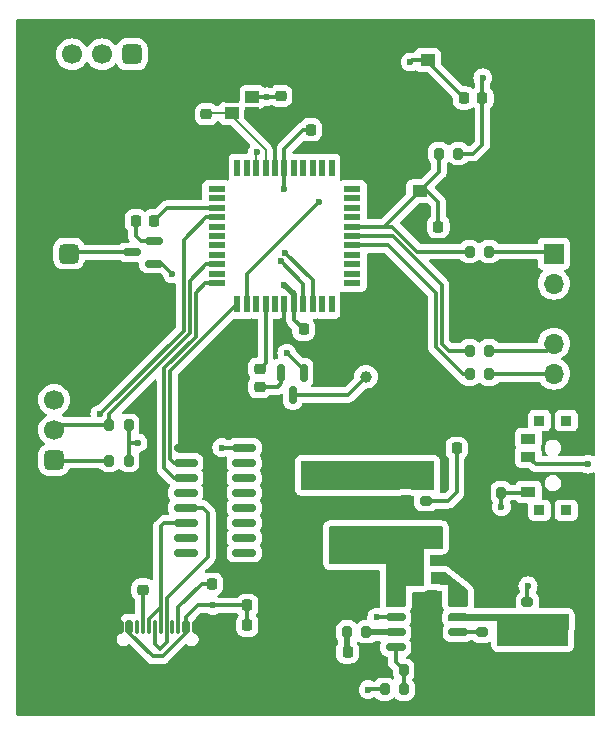
<source format=gbr>
%TF.GenerationSoftware,KiCad,Pcbnew,8.0.4*%
%TF.CreationDate,2025-03-11T16:32:05+07:00*%
%TF.ProjectId,Hoang_Trung_An_BTL,486f616e-675f-4547-9275-6e675f416e5f,rev?*%
%TF.SameCoordinates,Original*%
%TF.FileFunction,Copper,L1,Top*%
%TF.FilePolarity,Positive*%
%FSLAX46Y46*%
G04 Gerber Fmt 4.6, Leading zero omitted, Abs format (unit mm)*
G04 Created by KiCad (PCBNEW 8.0.4) date 2025-03-11 16:32:05*
%MOMM*%
%LPD*%
G01*
G04 APERTURE LIST*
G04 Aperture macros list*
%AMRoundRect*
0 Rectangle with rounded corners*
0 $1 Rounding radius*
0 $2 $3 $4 $5 $6 $7 $8 $9 X,Y pos of 4 corners*
0 Add a 4 corners polygon primitive as box body*
4,1,4,$2,$3,$4,$5,$6,$7,$8,$9,$2,$3,0*
0 Add four circle primitives for the rounded corners*
1,1,$1+$1,$2,$3*
1,1,$1+$1,$4,$5*
1,1,$1+$1,$6,$7*
1,1,$1+$1,$8,$9*
0 Add four rect primitives between the rounded corners*
20,1,$1+$1,$2,$3,$4,$5,0*
20,1,$1+$1,$4,$5,$6,$7,0*
20,1,$1+$1,$6,$7,$8,$9,0*
20,1,$1+$1,$8,$9,$2,$3,0*%
G04 Aperture macros list end*
%TA.AperFunction,SMDPad,CuDef*%
%ADD10RoundRect,0.225000X0.250000X-0.225000X0.250000X0.225000X-0.250000X0.225000X-0.250000X-0.225000X0*%
%TD*%
%TA.AperFunction,SMDPad,CuDef*%
%ADD11RoundRect,0.200000X0.200000X0.275000X-0.200000X0.275000X-0.200000X-0.275000X0.200000X-0.275000X0*%
%TD*%
%TA.AperFunction,SMDPad,CuDef*%
%ADD12RoundRect,0.150000X-0.150000X0.587500X-0.150000X-0.587500X0.150000X-0.587500X0.150000X0.587500X0*%
%TD*%
%TA.AperFunction,ComponentPad*%
%ADD13RoundRect,0.425000X0.425000X-0.425000X0.425000X0.425000X-0.425000X0.425000X-0.425000X-0.425000X0*%
%TD*%
%TA.AperFunction,ComponentPad*%
%ADD14C,1.700000*%
%TD*%
%TA.AperFunction,ComponentPad*%
%ADD15RoundRect,0.425000X0.425000X0.425000X-0.425000X0.425000X-0.425000X-0.425000X0.425000X-0.425000X0*%
%TD*%
%TA.AperFunction,SMDPad,CuDef*%
%ADD16RoundRect,0.225000X-0.225000X-0.250000X0.225000X-0.250000X0.225000X0.250000X-0.225000X0.250000X0*%
%TD*%
%TA.AperFunction,SMDPad,CuDef*%
%ADD17RoundRect,0.150000X-0.662500X-0.150000X0.662500X-0.150000X0.662500X0.150000X-0.662500X0.150000X0*%
%TD*%
%TA.AperFunction,HeatsinkPad*%
%ADD18C,0.500000*%
%TD*%
%TA.AperFunction,HeatsinkPad*%
%ADD19R,2.514000X3.200000*%
%TD*%
%TA.AperFunction,ComponentPad*%
%ADD20RoundRect,0.425000X-0.425000X0.425000X-0.425000X-0.425000X0.425000X-0.425000X0.425000X0.425000X0*%
%TD*%
%TA.AperFunction,SMDPad,CuDef*%
%ADD21RoundRect,0.225000X0.225000X0.250000X-0.225000X0.250000X-0.225000X-0.250000X0.225000X-0.250000X0*%
%TD*%
%TA.AperFunction,SMDPad,CuDef*%
%ADD22RoundRect,0.200000X-0.275000X0.200000X-0.275000X-0.200000X0.275000X-0.200000X0.275000X0.200000X0*%
%TD*%
%TA.AperFunction,SMDPad,CuDef*%
%ADD23RoundRect,0.150000X-0.825000X-0.150000X0.825000X-0.150000X0.825000X0.150000X-0.825000X0.150000X0*%
%TD*%
%TA.AperFunction,SMDPad,CuDef*%
%ADD24RoundRect,0.200000X0.275000X-0.200000X0.275000X0.200000X-0.275000X0.200000X-0.275000X-0.200000X0*%
%TD*%
%TA.AperFunction,SMDPad,CuDef*%
%ADD25RoundRect,0.225000X-0.250000X0.225000X-0.250000X-0.225000X0.250000X-0.225000X0.250000X0.225000X0*%
%TD*%
%TA.AperFunction,SMDPad,CuDef*%
%ADD26R,1.244600X0.889000*%
%TD*%
%TA.AperFunction,SMDPad,CuDef*%
%ADD27R,0.939800X0.812800*%
%TD*%
%TA.AperFunction,SMDPad,CuDef*%
%ADD28R,1.250000X1.000000*%
%TD*%
%TA.AperFunction,SMDPad,CuDef*%
%ADD29RoundRect,0.200000X-0.200000X-0.275000X0.200000X-0.275000X0.200000X0.275000X-0.200000X0.275000X0*%
%TD*%
%TA.AperFunction,SMDPad,CuDef*%
%ADD30R,1.150000X1.000000*%
%TD*%
%TA.AperFunction,SMDPad,CuDef*%
%ADD31RoundRect,0.250000X-1.000000X-0.650000X1.000000X-0.650000X1.000000X0.650000X-1.000000X0.650000X0*%
%TD*%
%TA.AperFunction,ComponentPad*%
%ADD32C,1.000000*%
%TD*%
%TA.AperFunction,ComponentPad*%
%ADD33R,1.700000X1.700000*%
%TD*%
%TA.AperFunction,ComponentPad*%
%ADD34O,1.700000X1.700000*%
%TD*%
%TA.AperFunction,SMDPad,CuDef*%
%ADD35R,0.482600X1.473200*%
%TD*%
%TA.AperFunction,SMDPad,CuDef*%
%ADD36R,1.473200X0.482600*%
%TD*%
%TA.AperFunction,SMDPad,CuDef*%
%ADD37RoundRect,0.150000X0.587500X0.150000X-0.587500X0.150000X-0.587500X-0.150000X0.587500X-0.150000X0*%
%TD*%
%TA.AperFunction,SMDPad,CuDef*%
%ADD38R,2.200000X1.500000*%
%TD*%
%TA.AperFunction,SMDPad,CuDef*%
%ADD39RoundRect,0.218750X0.218750X0.256250X-0.218750X0.256250X-0.218750X-0.256250X0.218750X-0.256250X0*%
%TD*%
%TA.AperFunction,SMDPad,CuDef*%
%ADD40RoundRect,0.150000X-0.150000X-0.425000X0.150000X-0.425000X0.150000X0.425000X-0.150000X0.425000X0*%
%TD*%
%TA.AperFunction,SMDPad,CuDef*%
%ADD41RoundRect,0.075000X-0.075000X-0.500000X0.075000X-0.500000X0.075000X0.500000X-0.075000X0.500000X0*%
%TD*%
%TA.AperFunction,ComponentPad*%
%ADD42O,1.000000X2.100000*%
%TD*%
%TA.AperFunction,ComponentPad*%
%ADD43O,1.000000X1.800000*%
%TD*%
%TA.AperFunction,ViaPad*%
%ADD44C,0.600000*%
%TD*%
%TA.AperFunction,Conductor*%
%ADD45C,0.300000*%
%TD*%
%TA.AperFunction,Conductor*%
%ADD46C,0.500000*%
%TD*%
%TA.AperFunction,Conductor*%
%ADD47C,0.200000*%
%TD*%
G04 APERTURE END LIST*
D10*
%TO.P,C9,1*%
%TO.N,8v*%
X226122000Y-112906900D03*
%TO.P,C9,2*%
%TO.N,GND*%
X226122000Y-111356900D03*
%TD*%
D11*
%TO.P,R6,1*%
%TO.N,/POWER/sw1*%
X225547000Y-102106900D03*
%TO.P,R6,2*%
%TO.N,GND*%
X223897000Y-102106900D03*
%TD*%
D12*
%TO.P,Q1,1,E*%
%TO.N,+5V*%
X208850000Y-91962500D03*
%TO.P,Q1,2,B*%
%TO.N,Net-(Q1-B)*%
X206950000Y-91962500D03*
%TO.P,Q1,3,C*%
%TO.N,Net-(BZ1--)*%
X207900000Y-93837500D03*
%TD*%
D13*
%TO.P,J2,1,Pin_1*%
%TO.N,/HEADER/SCL*%
X187700000Y-99340000D03*
D14*
%TO.P,J2,2,Pin_2*%
%TO.N,/HEADER/SDA*%
X187700000Y-96800000D03*
%TO.P,J2,3,Pin_3*%
%TO.N,+5V*%
X187700000Y-94260000D03*
%TO.P,J2,4,Pin_4*%
%TO.N,GND*%
X187700000Y-91720000D03*
%TD*%
D15*
%TO.P,J5,1,Pin_1*%
%TO.N,+5V*%
X194300000Y-65000000D03*
D14*
%TO.P,J5,2,Pin_2*%
%TO.N,/HEADER/TRIG*%
X191760000Y-65000000D03*
%TO.P,J5,3,Pin_3*%
%TO.N,/HEADER/ECHO*%
X189220000Y-65000000D03*
%TO.P,J5,4,Pin_4*%
%TO.N,GND*%
X186680000Y-65000000D03*
%TD*%
D16*
%TO.P,C14,1*%
%TO.N,+5V*%
X204047000Y-113356900D03*
%TO.P,C14,2*%
%TO.N,GND*%
X205597000Y-113356900D03*
%TD*%
D17*
%TO.P,U2,1,SW*%
%TO.N,Net-(D2-K)*%
X216634500Y-111401900D03*
%TO.P,U2,2,EN*%
%TO.N,/POWER/sw1*%
X216634500Y-112671900D03*
%TO.P,U2,3,COMP*%
%TO.N,Net-(U2-COMP)*%
X216634500Y-113941900D03*
%TO.P,U2,4,FB*%
%TO.N,Net-(U2-FB)*%
X216634500Y-115211900D03*
%TO.P,U2,5,GND*%
%TO.N,GND*%
X221909500Y-115211900D03*
%TO.P,U2,6,FREQ*%
%TO.N,Net-(U2-FREQ)*%
X221909500Y-113941900D03*
%TO.P,U2,7,VIN*%
%TO.N,8v*%
X221909500Y-112671900D03*
%TO.P,U2,8,BST*%
%TO.N,Net-(U2-BST)*%
X221909500Y-111401900D03*
D18*
%TO.P,U2,9,EPAD*%
%TO.N,GND*%
X218572000Y-112306900D03*
X218572000Y-113306900D03*
X218572000Y-114306900D03*
D19*
X219272000Y-113306900D03*
D18*
X219972000Y-112306900D03*
X219972000Y-113306900D03*
X219972000Y-114306900D03*
%TD*%
D11*
%TO.P,R12,1*%
%TO.N,+5V*%
X194025000Y-96400000D03*
%TO.P,R12,2*%
%TO.N,/HEADER/SDA*%
X192375000Y-96400000D03*
%TD*%
%TO.P,R9,1*%
%TO.N,Net-(U2-FB)*%
X217297000Y-117156900D03*
%TO.P,R9,2*%
%TO.N,GND*%
X215647000Y-117156900D03*
%TD*%
D16*
%TO.P,C4,1*%
%TO.N,+5V*%
X209425000Y-71400000D03*
%TO.P,C4,2*%
%TO.N,GND*%
X210975000Y-71400000D03*
%TD*%
D20*
%TO.P,J4,1,Pin_1*%
%TO.N,8v*%
X230372000Y-114206900D03*
D14*
%TO.P,J4,2,Pin_2*%
%TO.N,GND*%
X230372000Y-116746900D03*
%TD*%
D16*
%TO.P,C13,1*%
%TO.N,+5V*%
X204047000Y-111656900D03*
%TO.P,C13,2*%
%TO.N,GND*%
X205597000Y-111656900D03*
%TD*%
D21*
%TO.P,R18,1*%
%TO.N,/HEADER/LAZZER*%
X196175000Y-79100000D03*
%TO.P,R18,2*%
%TO.N,Net-(Q2-B)*%
X194625000Y-79100000D03*
%TD*%
D22*
%TO.P,R11,1*%
%TO.N,+5V*%
X219172000Y-101156900D03*
%TO.P,R11,2*%
%TO.N,Net-(D1-A)*%
X219172000Y-102806900D03*
%TD*%
D23*
%TO.P,U1,1,GND*%
%TO.N,GND*%
X198847000Y-98311900D03*
%TO.P,U1,2,TXD*%
%TO.N,/HEADER/TX*%
X198847000Y-99581900D03*
%TO.P,U1,3,RXD*%
%TO.N,/HEADER/RX*%
X198847000Y-100851900D03*
%TO.P,U1,4,V3*%
%TO.N,unconnected-(U1-V3-Pad4)*%
X198847000Y-102121900D03*
%TO.P,U1,5,UD+*%
%TO.N,/HEADER/D+*%
X198847000Y-103391900D03*
%TO.P,U1,6,UD-*%
%TO.N,/HEADER/D-*%
X198847000Y-104661900D03*
%TO.P,U1,7,NC*%
%TO.N,unconnected-(U1-NC-Pad7)*%
X198847000Y-105931900D03*
%TO.P,U1,8,NC*%
%TO.N,unconnected-(U1-NC-Pad8)*%
X198847000Y-107201900D03*
%TO.P,U1,9,~{CTS}*%
%TO.N,unconnected-(U1-~{CTS}-Pad9)*%
X203797000Y-107201900D03*
%TO.P,U1,10,~{DSR}*%
%TO.N,unconnected-(U1-~{DSR}-Pad10)*%
X203797000Y-105931900D03*
%TO.P,U1,11,~{RI}*%
%TO.N,unconnected-(U1-~{RI}-Pad11)*%
X203797000Y-104661900D03*
%TO.P,U1,12,~{DCD}*%
%TO.N,unconnected-(U1-~{DCD}-Pad12)*%
X203797000Y-103391900D03*
%TO.P,U1,13,~{DTR}*%
%TO.N,unconnected-(U1-~{DTR}-Pad13)*%
X203797000Y-102121900D03*
%TO.P,U1,14,~{RTS}*%
%TO.N,unconnected-(U1-~{RTS}-Pad14)*%
X203797000Y-100851900D03*
%TO.P,U1,15,R232*%
%TO.N,unconnected-(U1-R232-Pad15)*%
X203797000Y-99581900D03*
%TO.P,U1,16,VCC*%
%TO.N,+5V*%
X203797000Y-98311900D03*
%TD*%
D24*
%TO.P,R5,1*%
%TO.N,8v*%
X227772000Y-112981900D03*
%TO.P,R5,2*%
%TO.N,/POWER/sw2*%
X227772000Y-111331900D03*
%TD*%
D25*
%TO.P,R17,1*%
%TO.N,/MCU/BUZZER*%
X205100000Y-91625000D03*
%TO.P,R17,2*%
%TO.N,Net-(Q1-B)*%
X205100000Y-93175000D03*
%TD*%
D16*
%TO.P,C8,1*%
%TO.N,VPP*%
X220225000Y-79600000D03*
%TO.P,C8,2*%
%TO.N,GND*%
X221775000Y-79600000D03*
%TD*%
D22*
%TO.P,R7,1*%
%TO.N,Net-(U2-FREQ)*%
X223922000Y-113906900D03*
%TO.P,R7,2*%
%TO.N,GND*%
X223922000Y-115556900D03*
%TD*%
D25*
%TO.P,C2,1*%
%TO.N,GND*%
X200600000Y-68525000D03*
%TO.P,C2,2*%
%TO.N,Net-(U4-RA7{slash}OSC1{slash}CLKIN)*%
X200600000Y-70075000D03*
%TD*%
D11*
%TO.P,R1,1*%
%TO.N,+5V*%
X221925000Y-73400000D03*
%TO.P,R1,2*%
%TO.N,VPP*%
X220275000Y-73400000D03*
%TD*%
%TO.P,R13,1*%
%TO.N,+5V*%
X194025000Y-99400000D03*
%TO.P,R13,2*%
%TO.N,/HEADER/SCL*%
X192375000Y-99400000D03*
%TD*%
D26*
%TO.P,SW4,1,1*%
%TO.N,/POWER/sw1*%
X227846820Y-102056200D03*
%TO.P,SW4,2,2*%
%TO.N,/POWER/sw2*%
X227846820Y-99059000D03*
%TO.P,SW4,3,3*%
%TO.N,unconnected-(SW4-Pad3)*%
X227846820Y-97560400D03*
D27*
%TO.P,SW4,6*%
%TO.N,N/C*%
X228791700Y-103608140D03*
%TO.P,SW4,7*%
X228791700Y-96008460D03*
%TO.P,SW4,8*%
X231052300Y-103608140D03*
%TO.P,SW4,9*%
X231052300Y-96008460D03*
%TD*%
D10*
%TO.P,C1,1*%
%TO.N,GND*%
X206900000Y-70075000D03*
%TO.P,C1,2*%
%TO.N,Net-(U4-RA6{slash}OSC2{slash}CLKOUT)*%
X206900000Y-68525000D03*
%TD*%
D16*
%TO.P,C10,1*%
%TO.N,Net-(D2-K)*%
X218572000Y-109306900D03*
%TO.P,C10,2*%
%TO.N,Net-(U2-BST)*%
X220122000Y-109306900D03*
%TD*%
D28*
%TO.P,SW1,1,1*%
%TO.N,GND*%
X226400000Y-76600000D03*
%TO.P,SW1,2,2*%
%TO.N,VPP*%
X218650000Y-76600000D03*
%TD*%
D29*
%TO.P,R2,1*%
%TO.N,VPP*%
X222875000Y-81700000D03*
%TO.P,R2,2*%
%TO.N,Net-(J1-Pin_1)*%
X224525000Y-81700000D03*
%TD*%
D16*
%TO.P,R14,1*%
%TO.N,Net-(J3-CC2)*%
X201047000Y-109856900D03*
%TO.P,R14,2*%
%TO.N,GND*%
X202597000Y-109856900D03*
%TD*%
D11*
%TO.P,R4,1*%
%TO.N,Net-(J1-Pin_5)*%
X224525000Y-92100000D03*
%TO.P,R4,2*%
%TO.N,/HEADER/IPS_CLK*%
X222875000Y-92100000D03*
%TD*%
%TO.P,R10,1*%
%TO.N,Net-(U2-COMP)*%
X214147000Y-113906900D03*
%TO.P,R10,2*%
%TO.N,Net-(C11-Pad1)*%
X212497000Y-113906900D03*
%TD*%
D29*
%TO.P,R8,1*%
%TO.N,+5V*%
X215672000Y-118756900D03*
%TO.P,R8,2*%
%TO.N,Net-(U2-FB)*%
X217322000Y-118756900D03*
%TD*%
D30*
%TO.P,Y3,1,1*%
%TO.N,Net-(U4-RA6{slash}OSC2{slash}CLKOUT)*%
X204475000Y-68600000D03*
%TO.P,Y3,2,2*%
%TO.N,GND*%
X202725000Y-68600000D03*
%TO.P,Y3,3,3*%
%TO.N,Net-(U4-RA7{slash}OSC1{slash}CLKIN)*%
X202725000Y-70000000D03*
%TO.P,Y3,4,4*%
%TO.N,GND*%
X204475000Y-70000000D03*
%TD*%
D31*
%TO.P,D2,1,K*%
%TO.N,Net-(D2-K)*%
X219322000Y-105906900D03*
%TO.P,D2,2,A*%
%TO.N,GND*%
X223322000Y-105906900D03*
%TD*%
D32*
%TO.P,BZ1,2,+*%
%TO.N,GND*%
X219100000Y-92300000D03*
%TO.P,BZ1,3*%
%TO.N,Net-(BZ1--)*%
X214100000Y-92300000D03*
%TD*%
D28*
%TO.P,SW3,1,1*%
%TO.N,GND*%
X227075000Y-65500000D03*
%TO.P,SW3,2,2*%
%TO.N,/MCU/SW0*%
X219325000Y-65500000D03*
%TD*%
D33*
%TO.P,J1,1,Pin_1*%
%TO.N,Net-(J1-Pin_1)*%
X230000000Y-81880000D03*
D34*
%TO.P,J1,2,Pin_2*%
%TO.N,+5V*%
X230000000Y-84420000D03*
%TO.P,J1,3,Pin_3*%
%TO.N,GND*%
X230000000Y-86960000D03*
%TO.P,J1,4,Pin_4*%
%TO.N,Net-(J1-Pin_4)*%
X230000000Y-89500000D03*
%TO.P,J1,5,Pin_5*%
%TO.N,Net-(J1-Pin_5)*%
X230000000Y-92040000D03*
%TD*%
D16*
%TO.P,C3,1*%
%TO.N,+5V*%
X208825000Y-88300000D03*
%TO.P,C3,2*%
%TO.N,GND*%
X210375000Y-88300000D03*
%TD*%
D35*
%TO.P,U4,1,RC7/RX/DT*%
%TO.N,/HEADER/TX*%
X203212200Y-86140400D03*
%TO.P,U4,2,RD4*%
%TO.N,/MCU/SW0*%
X203999600Y-86140400D03*
%TO.P,U4,3,RD5/P1B*%
%TO.N,unconnected-(U4-RD5{slash}P1B-Pad3)*%
X204812400Y-86140400D03*
%TO.P,U4,4,RD6/P1C*%
%TO.N,/MCU/BUZZER*%
X205599800Y-86140400D03*
%TO.P,U4,5,RD7/P1D*%
%TO.N,unconnected-(U4-RD7{slash}P1D-Pad5)*%
X206412600Y-86140400D03*
%TO.P,U4,6,VSS_2*%
%TO.N,GND*%
X207200000Y-86140400D03*
%TO.P,U4,7,VDD*%
%TO.N,+5V*%
X207987400Y-86140400D03*
%TO.P,U4,8,RB0/AN12/INT*%
%TO.N,/HEADER/ECHO*%
X208800200Y-86140400D03*
%TO.P,U4,9,RB1/AN10/C12IN3-*%
%TO.N,/HEADER/TRIG*%
X209587600Y-86140400D03*
%TO.P,U4,10,RB2/AN8*%
%TO.N,unconnected-(U4-RB2{slash}AN8-Pad10)*%
X210400400Y-86140400D03*
%TO.P,U4,11,RB3/AN9/PGM/C12IN2-*%
%TO.N,unconnected-(U4-RB3{slash}AN9{slash}PGM{slash}C12IN2--Pad11)*%
X211187800Y-86140400D03*
D36*
%TO.P,U4,12,NC_2*%
%TO.N,unconnected-(U4-NC_2-Pad12)*%
X212940400Y-84387800D03*
%TO.P,U4,13,NC_4*%
%TO.N,unconnected-(U4-NC_4-Pad13)*%
X212940400Y-83600400D03*
%TO.P,U4,14,RB4/AN11*%
%TO.N,unconnected-(U4-RB4{slash}AN11-Pad14)*%
X212940400Y-82787600D03*
%TO.P,U4,15,RB5/AN13/~T1G*%
%TO.N,unconnected-(U4-RB5{slash}AN13{slash}~T1G-Pad15)*%
X212940400Y-82000200D03*
%TO.P,U4,16,RB6/ICSPCLK*%
%TO.N,/HEADER/IPS_CLK*%
X212940400Y-81187400D03*
%TO.P,U4,17,RB7/ICSPDAT*%
%TO.N,/HEADER/IPS_DAT*%
X212940400Y-80400000D03*
%TO.P,U4,18,RE3/~MCLR/VPP*%
%TO.N,VPP*%
X212940400Y-79612600D03*
%TO.P,U4,19,RA0/AN0/ULPWU/C12IN0-*%
%TO.N,unconnected-(U4-RA0{slash}AN0{slash}ULPWU{slash}C12IN0--Pad19)*%
X212940400Y-78799800D03*
%TO.P,U4,20,RA1/AN1/C12IN1-*%
%TO.N,unconnected-(U4-RA1{slash}AN1{slash}C12IN1--Pad20)*%
X212940400Y-78012400D03*
%TO.P,U4,21,RA2/AN2/VREF-/CVREF/C2IN+*%
%TO.N,unconnected-(U4-RA2{slash}AN2{slash}VREF-{slash}CVREF{slash}C2IN+-Pad21)*%
X212940400Y-77199600D03*
%TO.P,U4,22,RA3/AN3//VREF+/C1IN+*%
%TO.N,unconnected-(U4-RA3{slash}AN3{slash}{slash}VREF+{slash}C1IN+-Pad22)*%
X212940400Y-76412200D03*
D35*
%TO.P,U4,23,RA4/T0CKI/C1OUT*%
%TO.N,unconnected-(U4-RA4{slash}T0CKI{slash}C1OUT-Pad23)*%
X211187800Y-74659600D03*
%TO.P,U4,24,RA5/AN4/~SS/C2OUT*%
%TO.N,unconnected-(U4-RA5{slash}AN4{slash}~SS{slash}C2OUT-Pad24)*%
X210400400Y-74659600D03*
%TO.P,U4,25,RE0/AN5*%
%TO.N,unconnected-(U4-RE0{slash}AN5-Pad25)*%
X209587600Y-74659600D03*
%TO.P,U4,26,RE1/AN6*%
%TO.N,unconnected-(U4-RE1{slash}AN6-Pad26)*%
X208800200Y-74659600D03*
%TO.P,U4,27,RE2/AN7*%
%TO.N,unconnected-(U4-RE2{slash}AN7-Pad27)*%
X207987400Y-74659600D03*
%TO.P,U4,28,VDD_2*%
%TO.N,+5V*%
X207200000Y-74659600D03*
%TO.P,U4,29,VSS*%
%TO.N,GND*%
X206412600Y-74659600D03*
%TO.P,U4,30,RA7/OSC1/CLKIN*%
%TO.N,Net-(U4-RA7{slash}OSC1{slash}CLKIN)*%
X205599800Y-74659600D03*
%TO.P,U4,31,RA6/OSC2/CLKOUT*%
%TO.N,Net-(U4-RA6{slash}OSC2{slash}CLKOUT)*%
X204812400Y-74659600D03*
%TO.P,U4,32,RC0/T1OSO/T1CKI*%
%TO.N,unconnected-(U4-RC0{slash}T1OSO{slash}T1CKI-Pad32)*%
X203999600Y-74659600D03*
%TO.P,U4,33,NC_3*%
%TO.N,unconnected-(U4-NC_3-Pad33)*%
X203212200Y-74659600D03*
D36*
%TO.P,U4,34,NC*%
%TO.N,unconnected-(U4-NC-Pad34)*%
X201459600Y-76412200D03*
%TO.P,U4,35,RC1/T1OSCI/CCP2*%
%TO.N,unconnected-(U4-RC1{slash}T1OSCI{slash}CCP2-Pad35)*%
X201459600Y-77199600D03*
%TO.P,U4,36,RC2/P1A/CCP1*%
%TO.N,/HEADER/LAZZER*%
X201459600Y-78012400D03*
%TO.P,U4,37,RC3/SCK/SCL*%
%TO.N,/HEADER/SCL*%
X201459600Y-78799800D03*
%TO.P,U4,38,RD0*%
%TO.N,unconnected-(U4-RD0-Pad38)*%
X201459600Y-79612600D03*
%TO.P,U4,39,RD1*%
%TO.N,unconnected-(U4-RD1-Pad39)*%
X201459600Y-80400000D03*
%TO.P,U4,40,RD2*%
%TO.N,unconnected-(U4-RD2-Pad40)*%
X201459600Y-81187400D03*
%TO.P,U4,41,RD3*%
%TO.N,unconnected-(U4-RD3-Pad41)*%
X201459600Y-82000200D03*
%TO.P,U4,42,RC4/SDI/SDA*%
%TO.N,/HEADER/SDA*%
X201459600Y-82787600D03*
%TO.P,U4,43,RC5/SDO*%
%TO.N,unconnected-(U4-RC5{slash}SDO-Pad43)*%
X201459600Y-83600400D03*
%TO.P,U4,44,RC6/TX/CK*%
%TO.N,/HEADER/RX*%
X201459600Y-84387800D03*
%TD*%
D25*
%TO.P,C12,1*%
%TO.N,+5V*%
X217472000Y-101206900D03*
%TO.P,C12,2*%
%TO.N,GND*%
X217472000Y-102756900D03*
%TD*%
%TO.P,R15,1*%
%TO.N,GND*%
X195222000Y-108781900D03*
%TO.P,R15,2*%
%TO.N,Net-(J3-CC1)*%
X195222000Y-110331900D03*
%TD*%
D11*
%TO.P,R3,1*%
%TO.N,Net-(J1-Pin_4)*%
X224525000Y-90100000D03*
%TO.P,R3,2*%
%TO.N,/HEADER/IPS_DAT*%
X222875000Y-90100000D03*
%TD*%
D37*
%TO.P,Q2,1,E*%
%TO.N,+5V*%
X196137500Y-82718100D03*
%TO.P,Q2,2,B*%
%TO.N,Net-(Q2-B)*%
X196137500Y-80818100D03*
%TO.P,Q2,3,C*%
%TO.N,Net-(J6-Pin_1)*%
X194262500Y-81768100D03*
%TD*%
D16*
%TO.P,C11,1*%
%TO.N,Net-(C11-Pad1)*%
X212547000Y-115606900D03*
%TO.P,C11,2*%
%TO.N,GND*%
X214097000Y-115606900D03*
%TD*%
D38*
%TO.P,L1,1,1*%
%TO.N,Net-(D2-K)*%
X212522000Y-106956900D03*
%TO.P,L1,2,2*%
%TO.N,+5V*%
X212522000Y-100556900D03*
%TD*%
D39*
%TO.P,D1,1,K*%
%TO.N,GND*%
X223359500Y-98356900D03*
%TO.P,D1,2,A*%
%TO.N,Net-(D1-A)*%
X221784500Y-98356900D03*
%TD*%
D21*
%TO.P,R16,1*%
%TO.N,+5V*%
X223950000Y-68700000D03*
%TO.P,R16,2*%
%TO.N,/MCU/SW0*%
X222400000Y-68700000D03*
%TD*%
D40*
%TO.P,J3,A1,GND*%
%TO.N,GND*%
X193272000Y-113456900D03*
%TO.P,J3,A4,VBUS*%
%TO.N,+5V*%
X194072000Y-113456900D03*
D41*
%TO.P,J3,A5,CC1*%
%TO.N,Net-(J3-CC1)*%
X195222000Y-113456900D03*
%TO.P,J3,A6,D+*%
%TO.N,/HEADER/D+*%
X196222000Y-113456900D03*
%TO.P,J3,A7,D-*%
%TO.N,/HEADER/D-*%
X196722000Y-113456900D03*
%TO.P,J3,A8,SBU1*%
%TO.N,unconnected-(J3-SBU1-PadA8)*%
X197722000Y-113456900D03*
D40*
%TO.P,J3,A9,VBUS*%
%TO.N,+5V*%
X198872000Y-113456900D03*
%TO.P,J3,A12,GND*%
%TO.N,GND*%
X199672000Y-113456900D03*
%TO.P,J3,B1,GND*%
X199672000Y-113456900D03*
%TO.P,J3,B4,VBUS*%
%TO.N,+5V*%
X198872000Y-113456900D03*
D41*
%TO.P,J3,B5,CC2*%
%TO.N,Net-(J3-CC2)*%
X198222000Y-113456900D03*
%TO.P,J3,B6,D+*%
%TO.N,/HEADER/D+*%
X197222000Y-113456900D03*
%TO.P,J3,B7,D-*%
%TO.N,/HEADER/D-*%
X195722000Y-113456900D03*
%TO.P,J3,B8,SBU2*%
%TO.N,unconnected-(J3-SBU2-PadB8)*%
X194722000Y-113456900D03*
D40*
%TO.P,J3,B9,VBUS*%
%TO.N,+5V*%
X194072000Y-113456900D03*
%TO.P,J3,B12,GND*%
%TO.N,GND*%
X193272000Y-113456900D03*
D42*
%TO.P,J3,S1,SHIELD*%
X192152000Y-114031900D03*
D43*
X192152000Y-118211900D03*
D42*
X200792000Y-114031900D03*
D43*
X200792000Y-118211900D03*
%TD*%
D20*
%TO.P,J6,1,Pin_1*%
%TO.N,Net-(J6-Pin_1)*%
X188955500Y-81868100D03*
D14*
%TO.P,J6,2,Pin_2*%
%TO.N,GND*%
X188955500Y-84408100D03*
%TD*%
D44*
%TO.N,+5V*%
X207400000Y-90300000D03*
X214400000Y-99900000D03*
X214400000Y-100600000D03*
X215200000Y-101300000D03*
X194800000Y-97900000D03*
X201900000Y-98300000D03*
X209300000Y-101400000D03*
X197700000Y-83600000D03*
X209300000Y-100700000D03*
X210900000Y-101400000D03*
X209300000Y-100000000D03*
X207200000Y-76400000D03*
X210900000Y-100700000D03*
X210100000Y-100000000D03*
X201156900Y-111656900D03*
X210100000Y-101400000D03*
X214400000Y-101300000D03*
X215200000Y-99900000D03*
X216000000Y-100600000D03*
X216000000Y-101300000D03*
X224000000Y-67000000D03*
X215200000Y-100600000D03*
X216000000Y-99900000D03*
X210900000Y-100000000D03*
X214300000Y-118800000D03*
X207200000Y-84500000D03*
X210100000Y-100700000D03*
%TO.N,/POWER/sw2*%
X232900000Y-99700000D03*
X227822000Y-110006900D03*
%TO.N,/POWER/sw1*%
X225572000Y-103306900D03*
X215022000Y-112671900D03*
%TO.N,/HEADER/SCL*%
X191570000Y-95470000D03*
%TO.N,/MCU/SW0*%
X210100000Y-77500000D03*
X217850000Y-65650000D03*
%TO.N,/HEADER/TRIG*%
X207256962Y-81798549D03*
%TO.N,/HEADER/ECHO*%
X206890380Y-82509620D03*
%TO.N,Net-(U4-RA6{slash}OSC2{slash}CLKOUT)*%
X204890380Y-73309620D03*
X205700000Y-68600000D03*
%TD*%
D45*
%TO.N,Net-(BZ1--)*%
X212562500Y-93837500D02*
X214100000Y-92300000D01*
X207900000Y-93837500D02*
X212562500Y-93837500D01*
%TO.N,GND*%
X207200000Y-87900000D02*
X207100000Y-88000000D01*
X206412600Y-74659600D02*
X206412600Y-72412600D01*
X207200000Y-86140400D02*
X207200000Y-87900000D01*
D46*
%TO.N,+5V*%
X207200000Y-84500000D02*
X207987400Y-85287400D01*
D45*
X201156900Y-111656900D02*
X199843100Y-111656900D01*
X199843100Y-111656900D02*
X198872000Y-112628000D01*
X198872000Y-112628000D02*
X198872000Y-113456900D01*
X207200000Y-74659600D02*
X207200000Y-73000000D01*
X196818100Y-82718100D02*
X196137500Y-82718100D01*
D46*
X207987400Y-85287400D02*
X207987400Y-86140400D01*
D45*
X196900120Y-115956900D02*
X196043880Y-115956900D01*
X194025000Y-97900000D02*
X194025000Y-99400000D01*
X208800000Y-71400000D02*
X209425000Y-71400000D01*
X214343100Y-118756900D02*
X214300000Y-118800000D01*
X194025000Y-96400000D02*
X194025000Y-97900000D01*
X207400000Y-90300000D02*
X208850000Y-91750000D01*
X223950000Y-68700000D02*
X223950000Y-67050000D01*
X207200000Y-74659600D02*
X207200000Y-76400000D01*
X208825000Y-88300000D02*
X208000000Y-87475000D01*
X215672000Y-118756900D02*
X214343100Y-118756900D01*
X201156900Y-111656900D02*
X204047000Y-111656900D01*
X208000000Y-87475000D02*
X208000000Y-86153000D01*
X196043880Y-115956900D02*
X194072000Y-113985020D01*
X194025000Y-97900000D02*
X194800000Y-97900000D01*
X204047000Y-112600000D02*
X204047000Y-113356900D01*
X208850000Y-91750000D02*
X208850000Y-91962500D01*
X201911900Y-98311900D02*
X201900000Y-98300000D01*
X204047000Y-111656900D02*
X204047000Y-112600000D01*
X223200000Y-73400000D02*
X223950000Y-72650000D01*
X198872000Y-113985020D02*
X196900120Y-115956900D01*
X223950000Y-72650000D02*
X223950000Y-68700000D01*
X197700000Y-83600000D02*
X196818100Y-82718100D01*
X198872000Y-113456900D02*
X198872000Y-113985020D01*
X221925000Y-73400000D02*
X223200000Y-73400000D01*
X207200000Y-73000000D02*
X208800000Y-71400000D01*
X223950000Y-67050000D02*
X224000000Y-67000000D01*
X194072000Y-113985020D02*
X194072000Y-113456900D01*
X208000000Y-86153000D02*
X207987400Y-86140400D01*
X203797000Y-98311900D02*
X201911900Y-98311900D01*
%TO.N,VPP*%
X222875000Y-81700000D02*
X218407106Y-81700000D01*
X216319706Y-79612600D02*
X215200000Y-79612600D01*
X218407106Y-81700000D02*
X216319706Y-79612600D01*
X215637400Y-79612600D02*
X215200000Y-79612600D01*
X218650000Y-76600000D02*
X215637400Y-79612600D01*
X220225000Y-77525000D02*
X219300000Y-76600000D01*
X220275000Y-74975000D02*
X218650000Y-76600000D01*
X215200000Y-79612600D02*
X212940400Y-79612600D01*
X219300000Y-76600000D02*
X218650000Y-76600000D01*
X220275000Y-73400000D02*
X220275000Y-74975000D01*
X220225000Y-79600000D02*
X220225000Y-77525000D01*
D46*
%TO.N,Net-(C11-Pad1)*%
X212497000Y-113906900D02*
X212497000Y-115556900D01*
D47*
X212497000Y-115556900D02*
X212547000Y-115606900D01*
D45*
%TO.N,Net-(D1-A)*%
X221784500Y-98356900D02*
X221784500Y-102044400D01*
X221784500Y-102044400D02*
X221022000Y-102806900D01*
X221022000Y-102806900D02*
X219172000Y-102806900D01*
%TO.N,Net-(J1-Pin_5)*%
X224525000Y-92100000D02*
X229940000Y-92100000D01*
X229940000Y-92100000D02*
X230000000Y-92040000D01*
%TO.N,Net-(J1-Pin_4)*%
X224525000Y-90100000D02*
X229400000Y-90100000D01*
X229400000Y-90100000D02*
X230000000Y-89500000D01*
%TO.N,Net-(J1-Pin_1)*%
X224525000Y-81700000D02*
X229820000Y-81700000D01*
X229820000Y-81700000D02*
X230000000Y-81880000D01*
%TO.N,/HEADER/D-*%
X196722000Y-110656900D02*
X196722000Y-104978000D01*
X196722000Y-111778780D02*
X196722000Y-110656900D01*
X195722000Y-113456900D02*
X195722000Y-112778780D01*
X196722000Y-104978000D02*
X197038100Y-104661900D01*
X197038100Y-104661900D02*
X198847000Y-104661900D01*
X196722000Y-113456900D02*
X196722000Y-110656900D01*
X195722000Y-112778780D02*
X196722000Y-111778780D01*
%TO.N,Net-(J3-CC1)*%
X195222000Y-113456900D02*
X195222000Y-110331900D01*
%TO.N,/HEADER/D+*%
X197222000Y-113456900D02*
X197222000Y-114767450D01*
X197222000Y-111056900D02*
X197222000Y-113456900D01*
X196627275Y-115362175D02*
X196222000Y-114956900D01*
X200722000Y-103822000D02*
X200722000Y-107556900D01*
X200291900Y-103391900D02*
X200722000Y-103822000D01*
X196222000Y-114956900D02*
X196222000Y-113456900D01*
X200722000Y-107556900D02*
X197222000Y-111056900D01*
X198847000Y-103391900D02*
X200291900Y-103391900D01*
X197222000Y-114767450D02*
X196627275Y-115362175D01*
%TO.N,Net-(J3-CC2)*%
X198222000Y-113456900D02*
X198222000Y-111824795D01*
X200189895Y-109856900D02*
X201047000Y-109856900D01*
X198222000Y-111824795D02*
X200189895Y-109856900D01*
%TO.N,Net-(Q1-B)*%
X205100000Y-93175000D02*
X206625000Y-93175000D01*
X206950000Y-92850000D02*
X206950000Y-91962500D01*
X206625000Y-93175000D02*
X206950000Y-92850000D01*
%TO.N,/HEADER/IPS_DAT*%
X220500000Y-84500000D02*
X216400000Y-80400000D01*
X220500000Y-89500000D02*
X220500000Y-84500000D01*
X222875000Y-90100000D02*
X221100000Y-90100000D01*
X216400000Y-80400000D02*
X212940400Y-80400000D01*
X221100000Y-90100000D02*
X220500000Y-89500000D01*
%TO.N,/HEADER/IPS_CLK*%
X220000000Y-85200000D02*
X215987400Y-81187400D01*
X215987400Y-81187400D02*
X212940400Y-81187400D01*
X222300000Y-92100000D02*
X220000000Y-89800000D01*
X222875000Y-92100000D02*
X222300000Y-92100000D01*
X220000000Y-89800000D02*
X220000000Y-85200000D01*
%TO.N,/POWER/sw2*%
X227772000Y-111331900D02*
X227772000Y-110056900D01*
X232900000Y-99700000D02*
X228487820Y-99700000D01*
X228487820Y-99700000D02*
X227846820Y-99059000D01*
D47*
X227772000Y-110056900D02*
X227822000Y-110006900D01*
D45*
%TO.N,/POWER/sw1*%
X225547000Y-102106900D02*
X227796120Y-102106900D01*
X225572000Y-102131900D02*
X225547000Y-102106900D01*
D47*
X227796120Y-102106900D02*
X227846820Y-102056200D01*
D45*
X225572000Y-103306900D02*
X225572000Y-102131900D01*
X215022000Y-112671900D02*
X216634500Y-112671900D01*
%TO.N,Net-(U2-FREQ)*%
X223922000Y-113906900D02*
X221944500Y-113906900D01*
D47*
X221944500Y-113906900D02*
X221909500Y-113941900D01*
D45*
%TO.N,Net-(U2-FB)*%
X216622000Y-115224400D02*
X216634500Y-115211900D01*
X217297000Y-117156900D02*
X216622000Y-116481900D01*
X217322000Y-117181900D02*
X217297000Y-117156900D01*
X217322000Y-118756900D02*
X217322000Y-117181900D01*
X216622000Y-116481900D02*
X216622000Y-115224400D01*
D47*
%TO.N,Net-(U2-COMP)*%
X214182000Y-113941900D02*
X214147000Y-113906900D01*
D46*
X216634500Y-113941900D02*
X214182000Y-113941900D01*
D45*
%TO.N,/HEADER/SDA*%
X192375000Y-96400000D02*
X192375000Y-95425000D01*
X192475000Y-96400000D02*
X188100000Y-96400000D01*
X192375000Y-95425000D02*
X199200000Y-88600000D01*
X199200000Y-88600000D02*
X199200000Y-84182100D01*
X188100000Y-96400000D02*
X187700000Y-96800000D01*
X200594500Y-82787600D02*
X201459600Y-82787600D01*
X199200000Y-84182100D02*
X200594500Y-82787600D01*
%TO.N,/HEADER/SCL*%
X191570000Y-95470000D02*
X191622894Y-95470000D01*
X200594500Y-78799800D02*
X201459600Y-78799800D01*
X198700000Y-80694300D02*
X200594500Y-78799800D01*
X187760000Y-99400000D02*
X187700000Y-99340000D01*
X191622894Y-95470000D02*
X198700000Y-88392894D01*
X192375000Y-99400000D02*
X187760000Y-99400000D01*
X198700000Y-88392894D02*
X198700000Y-80694300D01*
%TO.N,/MCU/SW0*%
X218000000Y-65500000D02*
X219325000Y-65500000D01*
X203999600Y-83600400D02*
X210100000Y-77500000D01*
X222400000Y-68700000D02*
X219325000Y-65625000D01*
X203999600Y-86140400D02*
X203999600Y-83600400D01*
X217850000Y-65650000D02*
X218000000Y-65500000D01*
%TO.N,/MCU/BUZZER*%
X205599800Y-91125200D02*
X205599800Y-86140400D01*
X205100000Y-91625000D02*
X205599800Y-91125200D01*
%TO.N,/HEADER/TRIG*%
X209587600Y-84129187D02*
X209587600Y-86140400D01*
X207256962Y-81798549D02*
X209587600Y-84129187D01*
%TO.N,/HEADER/ECHO*%
X208800200Y-84419440D02*
X208800200Y-86140400D01*
X206890380Y-82509620D02*
X208800200Y-84419440D01*
D47*
%TO.N,Net-(U4-RA6{slash}OSC2{slash}CLKOUT)*%
X204812400Y-73387600D02*
X204812400Y-74659600D01*
D45*
X206825000Y-68600000D02*
X205700000Y-68600000D01*
X206900000Y-68525000D02*
X206825000Y-68600000D01*
X204475000Y-68600000D02*
X205700000Y-68600000D01*
D47*
X204890380Y-73309620D02*
X204812400Y-73387600D01*
%TO.N,Net-(U4-RA7{slash}OSC1{slash}CLKIN)*%
X202725000Y-70000000D02*
X200675000Y-70000000D01*
X205600000Y-74659400D02*
X205599800Y-74659600D01*
X205599800Y-73099800D02*
X205599800Y-74659600D01*
X202725000Y-70225000D02*
X205599800Y-73099800D01*
X202725000Y-70000000D02*
X202725000Y-70225000D01*
D45*
%TO.N,Net-(J6-Pin_1)*%
X189055500Y-81768100D02*
X188955500Y-81868100D01*
X194262500Y-81768100D02*
X189055500Y-81768100D01*
%TO.N,/HEADER/RX*%
X200512200Y-84387800D02*
X199700000Y-85200000D01*
X199700000Y-85200000D02*
X199700000Y-88900000D01*
X199700000Y-88900000D02*
X197022000Y-91578000D01*
X197872001Y-100851900D02*
X198847000Y-100851900D01*
X201459600Y-84387800D02*
X200512200Y-84387800D01*
X197022000Y-100001899D02*
X197872001Y-100851900D01*
X197022000Y-91578000D02*
X197022000Y-100001899D01*
%TO.N,/HEADER/TX*%
X197522000Y-91830600D02*
X203212200Y-86140400D01*
X198847000Y-99581900D02*
X197872001Y-99581900D01*
X197872001Y-99581900D02*
X197522000Y-99231899D01*
X197522000Y-99231899D02*
X197522000Y-91830600D01*
%TO.N,Net-(Q2-B)*%
X196137500Y-80818100D02*
X195018100Y-80818100D01*
X195018100Y-80818100D02*
X194625000Y-80425000D01*
X194625000Y-80425000D02*
X194625000Y-79100000D01*
%TO.N,/HEADER/LAZZER*%
X196175000Y-79100000D02*
X197262600Y-78012400D01*
X197262600Y-78012400D02*
X201459600Y-78012400D01*
%TD*%
%TA.AperFunction,Conductor*%
%TO.N,8v*%
G36*
X231212763Y-112376585D02*
G01*
X231258518Y-112429389D01*
X231269704Y-112483154D01*
X231224214Y-114985154D01*
X231203314Y-115051825D01*
X231149687Y-115096612D01*
X231100234Y-115106900D01*
X225346000Y-115106900D01*
X225278961Y-115087215D01*
X225233206Y-115034411D01*
X225222000Y-114982900D01*
X225222000Y-113006900D01*
X224264737Y-113006900D01*
X224256413Y-113006523D01*
X224256413Y-113006527D01*
X224253617Y-113006400D01*
X224253616Y-113006400D01*
X223590384Y-113006400D01*
X223590383Y-113006400D01*
X223587587Y-113006527D01*
X223587586Y-113006523D01*
X223579263Y-113006900D01*
X221196000Y-113006900D01*
X221128961Y-112987215D01*
X221083206Y-112934411D01*
X221072000Y-112882900D01*
X221072000Y-112480900D01*
X221091685Y-112413861D01*
X221144489Y-112368106D01*
X221196000Y-112356900D01*
X231145724Y-112356900D01*
X231212763Y-112376585D01*
G37*
%TD.AperFunction*%
%TD*%
%TA.AperFunction,Conductor*%
%TO.N,+5V*%
G36*
X219843039Y-99419685D02*
G01*
X219888794Y-99472489D01*
X219900000Y-99524000D01*
X219900000Y-101776000D01*
X219880315Y-101843039D01*
X219827511Y-101888794D01*
X219776000Y-101900000D01*
X218114667Y-101900000D01*
X218049570Y-101881538D01*
X218030697Y-101869897D01*
X218030694Y-101869896D01*
X217869709Y-101816551D01*
X217770346Y-101806400D01*
X217173662Y-101806400D01*
X217173644Y-101806401D01*
X217074292Y-101816550D01*
X217074289Y-101816551D01*
X216913305Y-101869896D01*
X216913299Y-101869899D01*
X216904359Y-101875413D01*
X216894429Y-101881538D01*
X216829333Y-101900000D01*
X208724000Y-101900000D01*
X208656961Y-101880315D01*
X208611206Y-101827511D01*
X208600000Y-101776000D01*
X208600000Y-99524000D01*
X208619685Y-99456961D01*
X208672489Y-99411206D01*
X208724000Y-99400000D01*
X219776000Y-99400000D01*
X219843039Y-99419685D01*
G37*
%TD.AperFunction*%
%TD*%
%TA.AperFunction,Conductor*%
%TO.N,Net-(U2-BST)*%
G36*
X220747100Y-108826585D02*
G01*
X220755327Y-108832355D01*
X222673269Y-110297304D01*
X222714596Y-110353639D01*
X222722000Y-110395845D01*
X222722000Y-111632900D01*
X222702315Y-111699939D01*
X222649511Y-111745694D01*
X222598000Y-111756900D01*
X221196000Y-111756900D01*
X221128961Y-111737215D01*
X221083206Y-111684411D01*
X221072000Y-111632900D01*
X221072000Y-109906900D01*
X221071999Y-109906899D01*
X219744345Y-109889178D01*
X219677574Y-109868600D01*
X219632528Y-109815190D01*
X219622000Y-109765189D01*
X219622000Y-108930900D01*
X219641685Y-108863861D01*
X219694489Y-108818106D01*
X219746000Y-108806900D01*
X220680061Y-108806900D01*
X220747100Y-108826585D01*
G37*
%TD.AperFunction*%
%TD*%
%TA.AperFunction,Conductor*%
%TO.N,Net-(D2-K)*%
G36*
X220565039Y-104976585D02*
G01*
X220610794Y-105029389D01*
X220622000Y-105080900D01*
X220622000Y-106732900D01*
X220602315Y-106799939D01*
X220549511Y-106845694D01*
X220498000Y-106856900D01*
X219022000Y-106856900D01*
X219022000Y-109882900D01*
X219002315Y-109949939D01*
X218949511Y-109995694D01*
X218898000Y-110006900D01*
X217522000Y-110006900D01*
X217522000Y-111582619D01*
X217521290Y-111595872D01*
X217520909Y-111599417D01*
X217515883Y-111646155D01*
X217489148Y-111710705D01*
X217431756Y-111750554D01*
X217392595Y-111756900D01*
X215896000Y-111756900D01*
X215828961Y-111737215D01*
X215783206Y-111684411D01*
X215772000Y-111632900D01*
X215772000Y-108156900D01*
X211096000Y-108156900D01*
X211028961Y-108137215D01*
X210983206Y-108084411D01*
X210972000Y-108032900D01*
X210972000Y-105080900D01*
X210991685Y-105013861D01*
X211044489Y-104968106D01*
X211096000Y-104956900D01*
X220498000Y-104956900D01*
X220565039Y-104976585D01*
G37*
%TD.AperFunction*%
%TD*%
%TA.AperFunction,Conductor*%
%TO.N,GND*%
G36*
X233442539Y-62020185D02*
G01*
X233488294Y-62072989D01*
X233499500Y-62124500D01*
X233499500Y-98906921D01*
X233479815Y-98973960D01*
X233427011Y-99019715D01*
X233357853Y-99029659D01*
X233309528Y-99011915D01*
X233249523Y-98974211D01*
X233079254Y-98914631D01*
X233079249Y-98914630D01*
X232900004Y-98894435D01*
X232899996Y-98894435D01*
X232720750Y-98914630D01*
X232720737Y-98914633D01*
X232550481Y-98974209D01*
X232550477Y-98974210D01*
X232460904Y-99030494D01*
X232394932Y-99049500D01*
X230464442Y-99049500D01*
X230397403Y-99029815D01*
X230351648Y-98977011D01*
X230341704Y-98907853D01*
X230370729Y-98844297D01*
X230376761Y-98837819D01*
X230461839Y-98752740D01*
X230461840Y-98752739D01*
X230461842Y-98752737D01*
X230537901Y-98638906D01*
X230590292Y-98512424D01*
X230617000Y-98378152D01*
X230617000Y-98241248D01*
X230590292Y-98106976D01*
X230537901Y-97980494D01*
X230461842Y-97866663D01*
X230461840Y-97866660D01*
X230365039Y-97769859D01*
X230291534Y-97720745D01*
X230251206Y-97693799D01*
X230197135Y-97671402D01*
X230124724Y-97641408D01*
X230124716Y-97641406D01*
X229990456Y-97614700D01*
X229990452Y-97614700D01*
X229853548Y-97614700D01*
X229853543Y-97614700D01*
X229719283Y-97641406D01*
X229719275Y-97641408D01*
X229592795Y-97693798D01*
X229478960Y-97769859D01*
X229382159Y-97866660D01*
X229306098Y-97980495D01*
X229253708Y-98106975D01*
X229253706Y-98106983D01*
X229227000Y-98241243D01*
X229227000Y-98378156D01*
X229253706Y-98512416D01*
X229253708Y-98512424D01*
X229282322Y-98581505D01*
X229306099Y-98638906D01*
X229313193Y-98649523D01*
X229382159Y-98752739D01*
X229467239Y-98837819D01*
X229500724Y-98899142D01*
X229495740Y-98968834D01*
X229453868Y-99024767D01*
X229388404Y-99049184D01*
X229379558Y-99049500D01*
X229093619Y-99049500D01*
X229026580Y-99029815D01*
X228980825Y-98977011D01*
X228969619Y-98925500D01*
X228969619Y-98566629D01*
X228969618Y-98566623D01*
X228969617Y-98566616D01*
X228963211Y-98507017D01*
X228952856Y-98479255D01*
X228912917Y-98372171D01*
X228911257Y-98369131D01*
X228910520Y-98365744D01*
X228909817Y-98363859D01*
X228910087Y-98363757D01*
X228896403Y-98300859D01*
X228911257Y-98250269D01*
X228912913Y-98247234D01*
X228912916Y-98247231D01*
X228963211Y-98112383D01*
X228969620Y-98052773D01*
X228969619Y-97068028D01*
X228967962Y-97052612D01*
X228980369Y-96983853D01*
X229027980Y-96932716D01*
X229091252Y-96915359D01*
X229309471Y-96915359D01*
X229309472Y-96915359D01*
X229369083Y-96908951D01*
X229503931Y-96858656D01*
X229619146Y-96772406D01*
X229705396Y-96657191D01*
X229755691Y-96522343D01*
X229762100Y-96462733D01*
X229762099Y-95554195D01*
X230081900Y-95554195D01*
X230081900Y-96462730D01*
X230081901Y-96462736D01*
X230088308Y-96522343D01*
X230138602Y-96657188D01*
X230138606Y-96657195D01*
X230224852Y-96772404D01*
X230224855Y-96772407D01*
X230340064Y-96858653D01*
X230340071Y-96858657D01*
X230474917Y-96908951D01*
X230474916Y-96908951D01*
X230481844Y-96909695D01*
X230534527Y-96915360D01*
X231570072Y-96915359D01*
X231629683Y-96908951D01*
X231764531Y-96858656D01*
X231879746Y-96772406D01*
X231965996Y-96657191D01*
X232016291Y-96522343D01*
X232022700Y-96462733D01*
X232022699Y-95554188D01*
X232016291Y-95494577D01*
X232007124Y-95470000D01*
X231965997Y-95359731D01*
X231965993Y-95359724D01*
X231879747Y-95244515D01*
X231879744Y-95244512D01*
X231764535Y-95158266D01*
X231764528Y-95158262D01*
X231629682Y-95107968D01*
X231629683Y-95107968D01*
X231570083Y-95101561D01*
X231570081Y-95101560D01*
X231570073Y-95101560D01*
X231570064Y-95101560D01*
X230534529Y-95101560D01*
X230534523Y-95101561D01*
X230474916Y-95107968D01*
X230340071Y-95158262D01*
X230340064Y-95158266D01*
X230224855Y-95244512D01*
X230224852Y-95244515D01*
X230138606Y-95359724D01*
X230138602Y-95359731D01*
X230088308Y-95494577D01*
X230084500Y-95530000D01*
X230081901Y-95554183D01*
X230081900Y-95554195D01*
X229762099Y-95554195D01*
X229762099Y-95554188D01*
X229755691Y-95494577D01*
X229746524Y-95470000D01*
X229705397Y-95359731D01*
X229705393Y-95359724D01*
X229619147Y-95244515D01*
X229619144Y-95244512D01*
X229503935Y-95158266D01*
X229503928Y-95158262D01*
X229369082Y-95107968D01*
X229369083Y-95107968D01*
X229309483Y-95101561D01*
X229309481Y-95101560D01*
X229309473Y-95101560D01*
X229309464Y-95101560D01*
X228273929Y-95101560D01*
X228273923Y-95101561D01*
X228214316Y-95107968D01*
X228079471Y-95158262D01*
X228079464Y-95158266D01*
X227964255Y-95244512D01*
X227964252Y-95244515D01*
X227878006Y-95359724D01*
X227878002Y-95359731D01*
X227827708Y-95494577D01*
X227823900Y-95530000D01*
X227821301Y-95554183D01*
X227821300Y-95554195D01*
X227821300Y-96462730D01*
X227821302Y-96462751D01*
X227822957Y-96478153D01*
X227810547Y-96546911D01*
X227762934Y-96598046D01*
X227699667Y-96615400D01*
X227176649Y-96615400D01*
X227176643Y-96615401D01*
X227117036Y-96621808D01*
X226982191Y-96672102D01*
X226982184Y-96672106D01*
X226866975Y-96758352D01*
X226866972Y-96758355D01*
X226780726Y-96873564D01*
X226780722Y-96873571D01*
X226730428Y-97008417D01*
X226725677Y-97052612D01*
X226724021Y-97068023D01*
X226724020Y-97068035D01*
X226724020Y-98052770D01*
X226724021Y-98052776D01*
X226730428Y-98112383D01*
X226780725Y-98247235D01*
X226782386Y-98250277D01*
X226783122Y-98253662D01*
X226783823Y-98255541D01*
X226783552Y-98255641D01*
X226797236Y-98318550D01*
X226782386Y-98369123D01*
X226780725Y-98372164D01*
X226730428Y-98507017D01*
X226724021Y-98566616D01*
X226724021Y-98566623D01*
X226724020Y-98566635D01*
X226724020Y-99551370D01*
X226724021Y-99551376D01*
X226730428Y-99610983D01*
X226780722Y-99745828D01*
X226780726Y-99745835D01*
X226866972Y-99861044D01*
X226866975Y-99861047D01*
X226982184Y-99947293D01*
X226982191Y-99947297D01*
X227027138Y-99964061D01*
X227117037Y-99997591D01*
X227176647Y-100004000D01*
X227820510Y-100003999D01*
X227887549Y-100023683D01*
X227908191Y-100040318D01*
X228073148Y-100205275D01*
X228172769Y-100271839D01*
X228176297Y-100274196D01*
X228179693Y-100276465D01*
X228298076Y-100325501D01*
X228298080Y-100325501D01*
X228298081Y-100325502D01*
X228423748Y-100350500D01*
X228423751Y-100350500D01*
X232394932Y-100350500D01*
X232460904Y-100369506D01*
X232550477Y-100425789D01*
X232550481Y-100425790D01*
X232720737Y-100485366D01*
X232720743Y-100485367D01*
X232720745Y-100485368D01*
X232720746Y-100485368D01*
X232720750Y-100485369D01*
X232899996Y-100505565D01*
X232900000Y-100505565D01*
X232900004Y-100505565D01*
X233079249Y-100485369D01*
X233079252Y-100485368D01*
X233079255Y-100485368D01*
X233249522Y-100425789D01*
X233253912Y-100423031D01*
X233276165Y-100409047D01*
X233309527Y-100388084D01*
X233376763Y-100369084D01*
X233443599Y-100389451D01*
X233488813Y-100442718D01*
X233499500Y-100493078D01*
X233499500Y-120875500D01*
X233479815Y-120942539D01*
X233427011Y-120988294D01*
X233375500Y-120999500D01*
X184624500Y-120999500D01*
X184557461Y-120979815D01*
X184511706Y-120927011D01*
X184500500Y-120875500D01*
X184500500Y-94259999D01*
X186344341Y-94259999D01*
X186344341Y-94260000D01*
X186364936Y-94495403D01*
X186364938Y-94495413D01*
X186426094Y-94723655D01*
X186426096Y-94723659D01*
X186426097Y-94723663D01*
X186480432Y-94840184D01*
X186525965Y-94937830D01*
X186525967Y-94937834D01*
X186661501Y-95131395D01*
X186661506Y-95131402D01*
X186828597Y-95298493D01*
X186828603Y-95298498D01*
X187014158Y-95428425D01*
X187057783Y-95483002D01*
X187064977Y-95552500D01*
X187033454Y-95614855D01*
X187014158Y-95631575D01*
X186828597Y-95761505D01*
X186661505Y-95928597D01*
X186525965Y-96122169D01*
X186525964Y-96122171D01*
X186426098Y-96336335D01*
X186426094Y-96336344D01*
X186364938Y-96564586D01*
X186364936Y-96564596D01*
X186344341Y-96799999D01*
X186344341Y-96800000D01*
X186364936Y-97035403D01*
X186364938Y-97035413D01*
X186426094Y-97263655D01*
X186426096Y-97263659D01*
X186426097Y-97263663D01*
X186510355Y-97444355D01*
X186525965Y-97477830D01*
X186525967Y-97477834D01*
X186621802Y-97614700D01*
X186661505Y-97671401D01*
X186828599Y-97838495D01*
X186828601Y-97838496D01*
X186828603Y-97838498D01*
X186878808Y-97873652D01*
X186922433Y-97928229D01*
X186929627Y-97997727D01*
X186898104Y-98060082D01*
X186863980Y-98085712D01*
X186768161Y-98134534D01*
X186616968Y-98256968D01*
X186494534Y-98408161D01*
X186406212Y-98581504D01*
X186355858Y-98769425D01*
X186349500Y-98850216D01*
X186349500Y-99829783D01*
X186355858Y-99910574D01*
X186355858Y-99910577D01*
X186355859Y-99910578D01*
X186406212Y-100098496D01*
X186494535Y-100271840D01*
X186616968Y-100423032D01*
X186768160Y-100545465D01*
X186941504Y-100633788D01*
X187129422Y-100684141D01*
X187210222Y-100690500D01*
X187210230Y-100690500D01*
X188189770Y-100690500D01*
X188189778Y-100690500D01*
X188270578Y-100684141D01*
X188458496Y-100633788D01*
X188631840Y-100545465D01*
X188783032Y-100423032D01*
X188905465Y-100271840D01*
X188983746Y-100118205D01*
X189031720Y-100067409D01*
X189094231Y-100050500D01*
X191513511Y-100050500D01*
X191580550Y-100070185D01*
X191614237Y-100104808D01*
X191614906Y-100104285D01*
X191619531Y-100110189D01*
X191739811Y-100230469D01*
X191739813Y-100230470D01*
X191739815Y-100230472D01*
X191885394Y-100318478D01*
X192047804Y-100369086D01*
X192118384Y-100375500D01*
X192118387Y-100375500D01*
X192631613Y-100375500D01*
X192631616Y-100375500D01*
X192702196Y-100369086D01*
X192864606Y-100318478D01*
X193010185Y-100230472D01*
X193050115Y-100190542D01*
X193112319Y-100128339D01*
X193173642Y-100094854D01*
X193243334Y-100099838D01*
X193287681Y-100128339D01*
X193389811Y-100230469D01*
X193389813Y-100230470D01*
X193389815Y-100230472D01*
X193535394Y-100318478D01*
X193697804Y-100369086D01*
X193768384Y-100375500D01*
X193768387Y-100375500D01*
X194281613Y-100375500D01*
X194281616Y-100375500D01*
X194352196Y-100369086D01*
X194514606Y-100318478D01*
X194660185Y-100230472D01*
X194780472Y-100110185D01*
X194868478Y-99964606D01*
X194919086Y-99802196D01*
X194925500Y-99731616D01*
X194925500Y-99068384D01*
X194919086Y-98997804D01*
X194871725Y-98845817D01*
X194870576Y-98775958D01*
X194907377Y-98716566D01*
X194970446Y-98686498D01*
X194976229Y-98685708D01*
X194979255Y-98685368D01*
X195149522Y-98625789D01*
X195302262Y-98529816D01*
X195429816Y-98402262D01*
X195525789Y-98249522D01*
X195585368Y-98079255D01*
X195585369Y-98079249D01*
X195605565Y-97900003D01*
X195605565Y-97899996D01*
X195585369Y-97720750D01*
X195585368Y-97720745D01*
X195548261Y-97614700D01*
X195525789Y-97550478D01*
X195514567Y-97532619D01*
X195429815Y-97397737D01*
X195302262Y-97270184D01*
X195149523Y-97174211D01*
X194979253Y-97114631D01*
X194976224Y-97114290D01*
X194974402Y-97113524D01*
X194972468Y-97113083D01*
X194972545Y-97112744D01*
X194911811Y-97087221D01*
X194872258Y-97029624D01*
X194870123Y-96959787D01*
X194871717Y-96954211D01*
X194919086Y-96802196D01*
X194925500Y-96731616D01*
X194925500Y-96068384D01*
X194919086Y-95997804D01*
X194868478Y-95835394D01*
X194780472Y-95689815D01*
X194780470Y-95689813D01*
X194780469Y-95689811D01*
X194660188Y-95569530D01*
X194634809Y-95554188D01*
X194514606Y-95481522D01*
X194352196Y-95430914D01*
X194352194Y-95430913D01*
X194352192Y-95430913D01*
X194302778Y-95426423D01*
X194281616Y-95424500D01*
X193768384Y-95424500D01*
X193697804Y-95430914D01*
X193628567Y-95452488D01*
X193584298Y-95466283D01*
X193514438Y-95467433D01*
X193455046Y-95430632D01*
X193424978Y-95367562D01*
X193433782Y-95298250D01*
X193459725Y-95260219D01*
X196159821Y-92560124D01*
X196221142Y-92526641D01*
X196290834Y-92531625D01*
X196346767Y-92573497D01*
X196371184Y-92638961D01*
X196371500Y-92647807D01*
X196371500Y-100065968D01*
X196371500Y-100065970D01*
X196371499Y-100065970D01*
X196392915Y-100173626D01*
X196394035Y-100179255D01*
X196396499Y-100191643D01*
X196406961Y-100216900D01*
X196441396Y-100300035D01*
X196445535Y-100310026D01*
X196516723Y-100416568D01*
X196516726Y-100416572D01*
X196516727Y-100416573D01*
X197457332Y-101357177D01*
X197457334Y-101357179D01*
X197465328Y-101362520D01*
X197498792Y-101397873D01*
X197499140Y-101397604D01*
X197501874Y-101401129D01*
X197503167Y-101402495D01*
X197503916Y-101403762D01*
X197508702Y-101409932D01*
X197506257Y-101411828D01*
X197532857Y-101460542D01*
X197527873Y-101530234D01*
X197507069Y-101562603D01*
X197508702Y-101563869D01*
X197503917Y-101570037D01*
X197420255Y-101711503D01*
X197420254Y-101711506D01*
X197374402Y-101869326D01*
X197374401Y-101869332D01*
X197371500Y-101906198D01*
X197371500Y-102337601D01*
X197374401Y-102374467D01*
X197374402Y-102374473D01*
X197420254Y-102532293D01*
X197420255Y-102532296D01*
X197420256Y-102532298D01*
X197429881Y-102548573D01*
X197503917Y-102673762D01*
X197508702Y-102679931D01*
X197506256Y-102681827D01*
X197532857Y-102730542D01*
X197527873Y-102800234D01*
X197507069Y-102832603D01*
X197508702Y-102833869D01*
X197503917Y-102840037D01*
X197420255Y-102981503D01*
X197420254Y-102981506D01*
X197374402Y-103139326D01*
X197374401Y-103139332D01*
X197371500Y-103176198D01*
X197371500Y-103607601D01*
X197374401Y-103644467D01*
X197374402Y-103644473D01*
X197420253Y-103802292D01*
X197420255Y-103802296D01*
X197420256Y-103802298D01*
X197433256Y-103824281D01*
X197450439Y-103892002D01*
X197428280Y-103958265D01*
X197373814Y-104002028D01*
X197326524Y-104011400D01*
X196974029Y-104011400D01*
X196848361Y-104036397D01*
X196848355Y-104036399D01*
X196729974Y-104085434D01*
X196623426Y-104156626D01*
X196216724Y-104563328D01*
X196170953Y-104631831D01*
X196145535Y-104669871D01*
X196096499Y-104788255D01*
X196096497Y-104788261D01*
X196071500Y-104913928D01*
X196071500Y-109402091D01*
X196051815Y-109469130D01*
X195999011Y-109514885D01*
X195929853Y-109524829D01*
X195882403Y-109507630D01*
X195780699Y-109444898D01*
X195780694Y-109444896D01*
X195619709Y-109391551D01*
X195520346Y-109381400D01*
X194923662Y-109381400D01*
X194923644Y-109381401D01*
X194824292Y-109391550D01*
X194824289Y-109391551D01*
X194663305Y-109444896D01*
X194663294Y-109444901D01*
X194518959Y-109533929D01*
X194518955Y-109533932D01*
X194399032Y-109653855D01*
X194399029Y-109653859D01*
X194310001Y-109798194D01*
X194309996Y-109798205D01*
X194256651Y-109959190D01*
X194246500Y-110058547D01*
X194246500Y-110605237D01*
X194246501Y-110605255D01*
X194256650Y-110704607D01*
X194256651Y-110704610D01*
X194309996Y-110865594D01*
X194310001Y-110865605D01*
X194399029Y-111009940D01*
X194399032Y-111009944D01*
X194518956Y-111129868D01*
X194518963Y-111129872D01*
X194524404Y-111134174D01*
X194564785Y-111191193D01*
X194571500Y-111231446D01*
X194571500Y-112282402D01*
X194551815Y-112349441D01*
X194499011Y-112395196D01*
X194494954Y-112396962D01*
X194482910Y-112401951D01*
X194413441Y-112409421D01*
X194400865Y-112406468D01*
X194361479Y-112395025D01*
X194324570Y-112384302D01*
X194324567Y-112384301D01*
X194287701Y-112381400D01*
X194287694Y-112381400D01*
X193856306Y-112381400D01*
X193856298Y-112381400D01*
X193819432Y-112384301D01*
X193819426Y-112384302D01*
X193661606Y-112430154D01*
X193661603Y-112430155D01*
X193520137Y-112513817D01*
X193520129Y-112513823D01*
X193403923Y-112630029D01*
X193403917Y-112630037D01*
X193320255Y-112771503D01*
X193320254Y-112771506D01*
X193274402Y-112929326D01*
X193274401Y-112929332D01*
X193271500Y-112966198D01*
X193271500Y-113947601D01*
X193272964Y-113966198D01*
X193258599Y-114034575D01*
X193233202Y-114064458D01*
X193234382Y-114065638D01*
X193121485Y-114178535D01*
X193045719Y-114309763D01*
X193034323Y-114352296D01*
X193006500Y-114456134D01*
X193006500Y-114607666D01*
X193021158Y-114662372D01*
X193045719Y-114754036D01*
X193075945Y-114806388D01*
X193121485Y-114885265D01*
X193228635Y-114992415D01*
X193359865Y-115068181D01*
X193506234Y-115107400D01*
X193506236Y-115107400D01*
X193657764Y-115107400D01*
X193657766Y-115107400D01*
X193804135Y-115068181D01*
X193935365Y-114992415D01*
X193959726Y-114968054D01*
X194021049Y-114934569D01*
X194090741Y-114939553D01*
X194135088Y-114968054D01*
X195629204Y-116462171D01*
X195629207Y-116462174D01*
X195629210Y-116462176D01*
X195695398Y-116506401D01*
X195735753Y-116533365D01*
X195854136Y-116582401D01*
X195854140Y-116582401D01*
X195854141Y-116582402D01*
X195979808Y-116607400D01*
X195979811Y-116607400D01*
X196964191Y-116607400D01*
X197048735Y-116590582D01*
X197089864Y-116582401D01*
X197208247Y-116533365D01*
X197248602Y-116506401D01*
X197314789Y-116462177D01*
X198808913Y-114968051D01*
X198870234Y-114934568D01*
X198939925Y-114939552D01*
X198984273Y-114968053D01*
X199008635Y-114992415D01*
X199139865Y-115068181D01*
X199286234Y-115107400D01*
X199286236Y-115107400D01*
X199437764Y-115107400D01*
X199437766Y-115107400D01*
X199584135Y-115068181D01*
X199715365Y-114992415D01*
X199822515Y-114885265D01*
X199898281Y-114754035D01*
X199937500Y-114607666D01*
X199937500Y-114456134D01*
X199898281Y-114309765D01*
X199897892Y-114309092D01*
X199857143Y-114238513D01*
X199822515Y-114178535D01*
X199715365Y-114071385D01*
X199715364Y-114071384D01*
X199709618Y-114065638D01*
X199711480Y-114063775D01*
X199677965Y-114017877D01*
X199671036Y-113966192D01*
X199672500Y-113947594D01*
X199672500Y-112966206D01*
X199669598Y-112929331D01*
X199649763Y-112861059D01*
X199649961Y-112791195D01*
X199681156Y-112738788D01*
X200076227Y-112343719D01*
X200137550Y-112310234D01*
X200163908Y-112307400D01*
X200651832Y-112307400D01*
X200717804Y-112326406D01*
X200807377Y-112382689D01*
X200807381Y-112382690D01*
X200977637Y-112442266D01*
X200977643Y-112442267D01*
X200977645Y-112442268D01*
X200977646Y-112442268D01*
X200977650Y-112442269D01*
X201156896Y-112462465D01*
X201156900Y-112462465D01*
X201156904Y-112462465D01*
X201336149Y-112442269D01*
X201336151Y-112442268D01*
X201336155Y-112442268D01*
X201336158Y-112442266D01*
X201336162Y-112442266D01*
X201465632Y-112396962D01*
X201506422Y-112382689D01*
X201595996Y-112326405D01*
X201661968Y-112307400D01*
X203147453Y-112307400D01*
X203214492Y-112327085D01*
X203244724Y-112354495D01*
X203249036Y-112359949D01*
X203308306Y-112419219D01*
X203341791Y-112480542D01*
X203336807Y-112550234D01*
X203308307Y-112594581D01*
X203249029Y-112653859D01*
X203160001Y-112798194D01*
X203159996Y-112798205D01*
X203106651Y-112959190D01*
X203096500Y-113058547D01*
X203096500Y-113655237D01*
X203096501Y-113655255D01*
X203106650Y-113754607D01*
X203106651Y-113754610D01*
X203159996Y-113915594D01*
X203160001Y-113915605D01*
X203249029Y-114059940D01*
X203249032Y-114059944D01*
X203368955Y-114179867D01*
X203368959Y-114179870D01*
X203513294Y-114268898D01*
X203513297Y-114268899D01*
X203513303Y-114268903D01*
X203674292Y-114322249D01*
X203773655Y-114332400D01*
X204320344Y-114332399D01*
X204320352Y-114332398D01*
X204320355Y-114332398D01*
X204374760Y-114326840D01*
X204419708Y-114322249D01*
X204580697Y-114268903D01*
X204725044Y-114179868D01*
X204844968Y-114059944D01*
X204934003Y-113915597D01*
X204987349Y-113754608D01*
X204997500Y-113655245D01*
X204997499Y-113058556D01*
X204987349Y-112959192D01*
X204934003Y-112798203D01*
X204933999Y-112798197D01*
X204933998Y-112798194D01*
X204844970Y-112653859D01*
X204844969Y-112653858D01*
X204844968Y-112653856D01*
X204785692Y-112594580D01*
X204752208Y-112533256D01*
X204757193Y-112463565D01*
X204785689Y-112419222D01*
X204844968Y-112359944D01*
X204934003Y-112215597D01*
X204987349Y-112054608D01*
X204997500Y-111955245D01*
X204997499Y-111358556D01*
X204987349Y-111259192D01*
X204934003Y-111098203D01*
X204933999Y-111098197D01*
X204933998Y-111098194D01*
X204844970Y-110953859D01*
X204844967Y-110953855D01*
X204725044Y-110833932D01*
X204725040Y-110833929D01*
X204580705Y-110744901D01*
X204580699Y-110744898D01*
X204580697Y-110744897D01*
X204580694Y-110744896D01*
X204419709Y-110691551D01*
X204320346Y-110681400D01*
X203773662Y-110681400D01*
X203773644Y-110681401D01*
X203674292Y-110691550D01*
X203674289Y-110691551D01*
X203513305Y-110744896D01*
X203513294Y-110744901D01*
X203368959Y-110833929D01*
X203249032Y-110953855D01*
X203244724Y-110959305D01*
X203187704Y-110999685D01*
X203147453Y-111006400D01*
X201661968Y-111006400D01*
X201595994Y-110987393D01*
X201581590Y-110978342D01*
X201535300Y-110926006D01*
X201524653Y-110856953D01*
X201553029Y-110793105D01*
X201582461Y-110767814D01*
X201725044Y-110679868D01*
X201844968Y-110559944D01*
X201934003Y-110415597D01*
X201987349Y-110254608D01*
X201997500Y-110155245D01*
X201997499Y-109558556D01*
X201994983Y-109533929D01*
X201987349Y-109459192D01*
X201987348Y-109459189D01*
X201961572Y-109381401D01*
X201934003Y-109298203D01*
X201933999Y-109298197D01*
X201933998Y-109298194D01*
X201844970Y-109153859D01*
X201844967Y-109153855D01*
X201725044Y-109033932D01*
X201725040Y-109033929D01*
X201580705Y-108944901D01*
X201580699Y-108944898D01*
X201580697Y-108944897D01*
X201580694Y-108944896D01*
X201419709Y-108891551D01*
X201320346Y-108881400D01*
X200773662Y-108881400D01*
X200773644Y-108881401D01*
X200674292Y-108891550D01*
X200674285Y-108891552D01*
X200622057Y-108908859D01*
X200552229Y-108911261D01*
X200492187Y-108875529D01*
X200460995Y-108813008D01*
X200468556Y-108743549D01*
X200495373Y-108703472D01*
X200636377Y-108562469D01*
X201227276Y-107971570D01*
X201262870Y-107918298D01*
X201298464Y-107865029D01*
X201311305Y-107834028D01*
X201347501Y-107746644D01*
X201372500Y-107620969D01*
X201372500Y-103757931D01*
X201372500Y-103757928D01*
X201347502Y-103632261D01*
X201347501Y-103632260D01*
X201347501Y-103632256D01*
X201298465Y-103513873D01*
X201286953Y-103496644D01*
X201286953Y-103496643D01*
X201227277Y-103407331D01*
X201227271Y-103407324D01*
X200706573Y-102886626D01*
X200706569Y-102886623D01*
X200600027Y-102815435D01*
X200591659Y-102811969D01*
X200481644Y-102766399D01*
X200481638Y-102766397D01*
X200355969Y-102741399D01*
X200355010Y-102741305D01*
X200354540Y-102741115D01*
X200349994Y-102740211D01*
X200350165Y-102739348D01*
X200290226Y-102715137D01*
X200249873Y-102658098D01*
X200246764Y-102588297D01*
X200260444Y-102554786D01*
X200273744Y-102532298D01*
X200310583Y-102405499D01*
X200319597Y-102374473D01*
X200319598Y-102374467D01*
X200320118Y-102367856D01*
X200322500Y-102337594D01*
X200322500Y-101906206D01*
X200319598Y-101869331D01*
X200313035Y-101846742D01*
X200284911Y-101749939D01*
X200273744Y-101711502D01*
X200190081Y-101570035D01*
X200190078Y-101570032D01*
X200185298Y-101563869D01*
X200187750Y-101561966D01*
X200161155Y-101513321D01*
X200166104Y-101443626D01*
X200186940Y-101411204D01*
X200185298Y-101409931D01*
X200190075Y-101403770D01*
X200190081Y-101403765D01*
X200273744Y-101262298D01*
X200311774Y-101131400D01*
X200319597Y-101104473D01*
X200319598Y-101104467D01*
X200322500Y-101067594D01*
X200322500Y-100636206D01*
X200319598Y-100599331D01*
X200303948Y-100545465D01*
X200273745Y-100441506D01*
X200273744Y-100441503D01*
X200273744Y-100441502D01*
X200190081Y-100300035D01*
X200190078Y-100300032D01*
X200185298Y-100293869D01*
X200187750Y-100291966D01*
X200161155Y-100243321D01*
X200166104Y-100173626D01*
X200186940Y-100141204D01*
X200185298Y-100139931D01*
X200190075Y-100133770D01*
X200190081Y-100133765D01*
X200273744Y-99992298D01*
X200319598Y-99834469D01*
X200322500Y-99797594D01*
X200322500Y-99366206D01*
X200319598Y-99329331D01*
X200300180Y-99262496D01*
X200279672Y-99191907D01*
X200273744Y-99171502D01*
X200190081Y-99030035D01*
X200190079Y-99030033D01*
X200190076Y-99030029D01*
X200073870Y-98913823D01*
X200073862Y-98913817D01*
X199932396Y-98830155D01*
X199932393Y-98830154D01*
X199774573Y-98784302D01*
X199774567Y-98784301D01*
X199737701Y-98781400D01*
X199737694Y-98781400D01*
X198296500Y-98781400D01*
X198229461Y-98761715D01*
X198183706Y-98708911D01*
X198172500Y-98657400D01*
X198172500Y-98299996D01*
X201094435Y-98299996D01*
X201094435Y-98300003D01*
X201114630Y-98479249D01*
X201114631Y-98479254D01*
X201174211Y-98649523D01*
X201258898Y-98784301D01*
X201270184Y-98802262D01*
X201397738Y-98929816D01*
X201432068Y-98951387D01*
X201544393Y-99021966D01*
X201550478Y-99025789D01*
X201654795Y-99062291D01*
X201720745Y-99085368D01*
X201720750Y-99085369D01*
X201899996Y-99105565D01*
X201900000Y-99105565D01*
X201900004Y-99105565D01*
X202079249Y-99085369D01*
X202079251Y-99085368D01*
X202079255Y-99085368D01*
X202079258Y-99085366D01*
X202079262Y-99085366D01*
X202203861Y-99041767D01*
X202273640Y-99038205D01*
X202334267Y-99072933D01*
X202366495Y-99134927D01*
X202363892Y-99193403D01*
X202324402Y-99329326D01*
X202324401Y-99329332D01*
X202321500Y-99366198D01*
X202321500Y-99797601D01*
X202324401Y-99834467D01*
X202324402Y-99834473D01*
X202370254Y-99992293D01*
X202370255Y-99992296D01*
X202453917Y-100133762D01*
X202458702Y-100139931D01*
X202456256Y-100141827D01*
X202482857Y-100190542D01*
X202477873Y-100260234D01*
X202457069Y-100292603D01*
X202458702Y-100293869D01*
X202453917Y-100300037D01*
X202370255Y-100441503D01*
X202370254Y-100441506D01*
X202324402Y-100599326D01*
X202324401Y-100599332D01*
X202321500Y-100636198D01*
X202321500Y-101067601D01*
X202324401Y-101104467D01*
X202324402Y-101104473D01*
X202370254Y-101262293D01*
X202370255Y-101262296D01*
X202370256Y-101262298D01*
X202378614Y-101276430D01*
X202453917Y-101403762D01*
X202458702Y-101409931D01*
X202456256Y-101411827D01*
X202482857Y-101460542D01*
X202477873Y-101530234D01*
X202457069Y-101562603D01*
X202458702Y-101563869D01*
X202453917Y-101570037D01*
X202370255Y-101711503D01*
X202370254Y-101711506D01*
X202324402Y-101869326D01*
X202324401Y-101869332D01*
X202321500Y-101906198D01*
X202321500Y-102337601D01*
X202324401Y-102374467D01*
X202324402Y-102374473D01*
X202370254Y-102532293D01*
X202370255Y-102532296D01*
X202370256Y-102532298D01*
X202379881Y-102548573D01*
X202453917Y-102673762D01*
X202458702Y-102679931D01*
X202456256Y-102681827D01*
X202482857Y-102730542D01*
X202477873Y-102800234D01*
X202457069Y-102832603D01*
X202458702Y-102833869D01*
X202453917Y-102840037D01*
X202370255Y-102981503D01*
X202370254Y-102981506D01*
X202324402Y-103139326D01*
X202324401Y-103139332D01*
X202321500Y-103176198D01*
X202321500Y-103607601D01*
X202324401Y-103644467D01*
X202324402Y-103644473D01*
X202370254Y-103802293D01*
X202370255Y-103802296D01*
X202370256Y-103802298D01*
X202383255Y-103824278D01*
X202453917Y-103943762D01*
X202458702Y-103949931D01*
X202456256Y-103951827D01*
X202482857Y-104000542D01*
X202477873Y-104070234D01*
X202457069Y-104102603D01*
X202458702Y-104103869D01*
X202453917Y-104110037D01*
X202370255Y-104251503D01*
X202370254Y-104251506D01*
X202324402Y-104409326D01*
X202324401Y-104409332D01*
X202321500Y-104446198D01*
X202321500Y-104877601D01*
X202324401Y-104914467D01*
X202324402Y-104914473D01*
X202370254Y-105072293D01*
X202370255Y-105072296D01*
X202453917Y-105213762D01*
X202458702Y-105219931D01*
X202456256Y-105221827D01*
X202482857Y-105270542D01*
X202477873Y-105340234D01*
X202457069Y-105372603D01*
X202458702Y-105373869D01*
X202453917Y-105380037D01*
X202370255Y-105521503D01*
X202370254Y-105521506D01*
X202324402Y-105679326D01*
X202324401Y-105679332D01*
X202321500Y-105716198D01*
X202321500Y-106147601D01*
X202324401Y-106184467D01*
X202324402Y-106184473D01*
X202370254Y-106342293D01*
X202370255Y-106342296D01*
X202453917Y-106483762D01*
X202458702Y-106489931D01*
X202456256Y-106491827D01*
X202482857Y-106540542D01*
X202477873Y-106610234D01*
X202457069Y-106642603D01*
X202458702Y-106643869D01*
X202453917Y-106650037D01*
X202370255Y-106791503D01*
X202370254Y-106791506D01*
X202324402Y-106949326D01*
X202324401Y-106949332D01*
X202321500Y-106986198D01*
X202321500Y-107417601D01*
X202324401Y-107454467D01*
X202324402Y-107454473D01*
X202370254Y-107612293D01*
X202370255Y-107612296D01*
X202453917Y-107753762D01*
X202453923Y-107753770D01*
X202570129Y-107869976D01*
X202570133Y-107869979D01*
X202570135Y-107869981D01*
X202711602Y-107953644D01*
X202753224Y-107965736D01*
X202869426Y-107999497D01*
X202869429Y-107999497D01*
X202869431Y-107999498D01*
X202906306Y-108002400D01*
X202906314Y-108002400D01*
X204687686Y-108002400D01*
X204687694Y-108002400D01*
X204724569Y-107999498D01*
X204724571Y-107999497D01*
X204724573Y-107999497D01*
X204766191Y-107987405D01*
X204882398Y-107953644D01*
X205023865Y-107869981D01*
X205140081Y-107753765D01*
X205223744Y-107612298D01*
X205269598Y-107454469D01*
X205272500Y-107417594D01*
X205272500Y-106986206D01*
X205269598Y-106949331D01*
X205267574Y-106942365D01*
X205223745Y-106791506D01*
X205223744Y-106791503D01*
X205223744Y-106791502D01*
X205140081Y-106650035D01*
X205140078Y-106650032D01*
X205135298Y-106643869D01*
X205137750Y-106641966D01*
X205111155Y-106593321D01*
X205116104Y-106523626D01*
X205136940Y-106491204D01*
X205135298Y-106489931D01*
X205140075Y-106483770D01*
X205140081Y-106483765D01*
X205223744Y-106342298D01*
X205269598Y-106184469D01*
X205272500Y-106147594D01*
X205272500Y-105716206D01*
X205269598Y-105679331D01*
X205223744Y-105521502D01*
X205140081Y-105380035D01*
X205140078Y-105380032D01*
X205135298Y-105373869D01*
X205137750Y-105371966D01*
X205111155Y-105323321D01*
X205116104Y-105253626D01*
X205136940Y-105221204D01*
X205135298Y-105219931D01*
X205140075Y-105213770D01*
X205140081Y-105213765D01*
X205218657Y-105080900D01*
X210466500Y-105080900D01*
X210466500Y-108032900D01*
X210466501Y-108032909D01*
X210478052Y-108140350D01*
X210478054Y-108140362D01*
X210489260Y-108191872D01*
X210523383Y-108294397D01*
X210523386Y-108294403D01*
X210601171Y-108415437D01*
X210601179Y-108415448D01*
X210646923Y-108468240D01*
X210646926Y-108468243D01*
X210646930Y-108468247D01*
X210755664Y-108562467D01*
X210886541Y-108622238D01*
X210953580Y-108641923D01*
X210953584Y-108641924D01*
X211096000Y-108662400D01*
X215142500Y-108662400D01*
X215209539Y-108682085D01*
X215255294Y-108734889D01*
X215266500Y-108786400D01*
X215266500Y-111632900D01*
X215278053Y-111740356D01*
X215278054Y-111740362D01*
X215278369Y-111743289D01*
X215265963Y-111812049D01*
X215218352Y-111863186D01*
X215150653Y-111880465D01*
X215141196Y-111879764D01*
X215022004Y-111866335D01*
X215021996Y-111866335D01*
X214842750Y-111886530D01*
X214842745Y-111886531D01*
X214672476Y-111946111D01*
X214519737Y-112042084D01*
X214392184Y-112169637D01*
X214296211Y-112322376D01*
X214236631Y-112492645D01*
X214236630Y-112492650D01*
X214216435Y-112671896D01*
X214216435Y-112671903D01*
X214230137Y-112793517D01*
X214218082Y-112862339D01*
X214170733Y-112913718D01*
X214106917Y-112931400D01*
X213890384Y-112931400D01*
X213871145Y-112933148D01*
X213819807Y-112937813D01*
X213657393Y-112988422D01*
X213511811Y-113076430D01*
X213511810Y-113076431D01*
X213409681Y-113178561D01*
X213348358Y-113212046D01*
X213278666Y-113207062D01*
X213234319Y-113178561D01*
X213132188Y-113076430D01*
X213102619Y-113058555D01*
X212986606Y-112988422D01*
X212824196Y-112937814D01*
X212824194Y-112937813D01*
X212824192Y-112937813D01*
X212774778Y-112933323D01*
X212753616Y-112931400D01*
X212240384Y-112931400D01*
X212221145Y-112933148D01*
X212169807Y-112937813D01*
X212007393Y-112988422D01*
X211861811Y-113076430D01*
X211741530Y-113196711D01*
X211653522Y-113342293D01*
X211602913Y-113504707D01*
X211596500Y-113575286D01*
X211596500Y-114238513D01*
X211602913Y-114309092D01*
X211602913Y-114309094D01*
X211602914Y-114309096D01*
X211653522Y-114471506D01*
X211728617Y-114595729D01*
X211746500Y-114659876D01*
X211746500Y-114872793D01*
X211728039Y-114937890D01*
X211659998Y-115048200D01*
X211659996Y-115048205D01*
X211606651Y-115209190D01*
X211596500Y-115308547D01*
X211596500Y-115905237D01*
X211596501Y-115905255D01*
X211606650Y-116004607D01*
X211606651Y-116004610D01*
X211659996Y-116165594D01*
X211660001Y-116165605D01*
X211749029Y-116309940D01*
X211749032Y-116309944D01*
X211868955Y-116429867D01*
X211868959Y-116429870D01*
X212013294Y-116518898D01*
X212013297Y-116518899D01*
X212013303Y-116518903D01*
X212174292Y-116572249D01*
X212273655Y-116582400D01*
X212820344Y-116582399D01*
X212820352Y-116582398D01*
X212820355Y-116582398D01*
X212874760Y-116576840D01*
X212919708Y-116572249D01*
X213080697Y-116518903D01*
X213225044Y-116429868D01*
X213344968Y-116309944D01*
X213434003Y-116165597D01*
X213487349Y-116004608D01*
X213497500Y-115905245D01*
X213497499Y-115308556D01*
X213487349Y-115209192D01*
X213434003Y-115048203D01*
X213433999Y-115048197D01*
X213433998Y-115048194D01*
X213351309Y-114914136D01*
X213332868Y-114846744D01*
X213353790Y-114780081D01*
X213407432Y-114735311D01*
X213476762Y-114726649D01*
X213520993Y-114742920D01*
X213657394Y-114825378D01*
X213819804Y-114875986D01*
X213890384Y-114882400D01*
X213890387Y-114882400D01*
X214403613Y-114882400D01*
X214403616Y-114882400D01*
X214474196Y-114875986D01*
X214636606Y-114825378D01*
X214782185Y-114737372D01*
X214784246Y-114735311D01*
X214790839Y-114728719D01*
X214852162Y-114695234D01*
X214878520Y-114692400D01*
X215236800Y-114692400D01*
X215303839Y-114712085D01*
X215349594Y-114764889D01*
X215359538Y-114834047D01*
X215355876Y-114850995D01*
X215324402Y-114959326D01*
X215324401Y-114959332D01*
X215321500Y-114996198D01*
X215321500Y-115427601D01*
X215324401Y-115464467D01*
X215324402Y-115464473D01*
X215370254Y-115622293D01*
X215370255Y-115622296D01*
X215453917Y-115763762D01*
X215453923Y-115763770D01*
X215570129Y-115879976D01*
X215570133Y-115879979D01*
X215570135Y-115879981D01*
X215711602Y-115963644D01*
X215869431Y-116009498D01*
X215869446Y-116009499D01*
X215869765Y-116009558D01*
X215869941Y-116009646D01*
X215875515Y-116011266D01*
X215875214Y-116012299D01*
X215932180Y-116040960D01*
X215967710Y-116101122D01*
X215971500Y-116131543D01*
X215971500Y-116545969D01*
X215971500Y-116545971D01*
X215971499Y-116545971D01*
X215996497Y-116671638D01*
X215996499Y-116671644D01*
X216045535Y-116790027D01*
X216116723Y-116896569D01*
X216360182Y-117140027D01*
X216393666Y-117201348D01*
X216396500Y-117227707D01*
X216396500Y-117488513D01*
X216402913Y-117559092D01*
X216453523Y-117721508D01*
X216472756Y-117753324D01*
X216490592Y-117820879D01*
X216469074Y-117887352D01*
X216415033Y-117931640D01*
X216345627Y-117939680D01*
X216302492Y-117923591D01*
X216161606Y-117838422D01*
X215999196Y-117787814D01*
X215999194Y-117787813D01*
X215999192Y-117787813D01*
X215949778Y-117783323D01*
X215928616Y-117781400D01*
X215415384Y-117781400D01*
X215396145Y-117783148D01*
X215344807Y-117787813D01*
X215182393Y-117838422D01*
X215036811Y-117926430D01*
X214916531Y-118046710D01*
X214911906Y-118052615D01*
X214910882Y-118051812D01*
X214865096Y-118093740D01*
X214810511Y-118106400D01*
X214736475Y-118106400D01*
X214670503Y-118087394D01*
X214649523Y-118074211D01*
X214479254Y-118014631D01*
X214479249Y-118014630D01*
X214300004Y-117994435D01*
X214299996Y-117994435D01*
X214120750Y-118014630D01*
X214120745Y-118014631D01*
X213950476Y-118074211D01*
X213797737Y-118170184D01*
X213670184Y-118297737D01*
X213574211Y-118450476D01*
X213514631Y-118620745D01*
X213514630Y-118620750D01*
X213494435Y-118799996D01*
X213494435Y-118800003D01*
X213514630Y-118979249D01*
X213514631Y-118979254D01*
X213574211Y-119149523D01*
X213670184Y-119302262D01*
X213797738Y-119429816D01*
X213950478Y-119525789D01*
X214120745Y-119585368D01*
X214120750Y-119585369D01*
X214299996Y-119605565D01*
X214300000Y-119605565D01*
X214300004Y-119605565D01*
X214479249Y-119585369D01*
X214479252Y-119585368D01*
X214479255Y-119585368D01*
X214649522Y-119525789D01*
X214765817Y-119452715D01*
X214833053Y-119433715D01*
X214899888Y-119454082D01*
X214919470Y-119470028D01*
X215036811Y-119587369D01*
X215036813Y-119587370D01*
X215036815Y-119587372D01*
X215182394Y-119675378D01*
X215344804Y-119725986D01*
X215415384Y-119732400D01*
X215415387Y-119732400D01*
X215928613Y-119732400D01*
X215928616Y-119732400D01*
X215999196Y-119725986D01*
X216161606Y-119675378D01*
X216307185Y-119587372D01*
X216309189Y-119585368D01*
X216409319Y-119485239D01*
X216470642Y-119451754D01*
X216540334Y-119456738D01*
X216584681Y-119485239D01*
X216686811Y-119587369D01*
X216686813Y-119587370D01*
X216686815Y-119587372D01*
X216832394Y-119675378D01*
X216994804Y-119725986D01*
X217065384Y-119732400D01*
X217065387Y-119732400D01*
X217578613Y-119732400D01*
X217578616Y-119732400D01*
X217649196Y-119725986D01*
X217811606Y-119675378D01*
X217957185Y-119587372D01*
X218077472Y-119467085D01*
X218165478Y-119321506D01*
X218216086Y-119159096D01*
X218222500Y-119088516D01*
X218222500Y-118425284D01*
X218216086Y-118354704D01*
X218165478Y-118192294D01*
X218077472Y-118046715D01*
X218077470Y-118046713D01*
X218077469Y-118046711D01*
X218062225Y-118031468D01*
X218028738Y-117970146D01*
X218033721Y-117900454D01*
X218048765Y-117873609D01*
X218048591Y-117873504D01*
X218051784Y-117868221D01*
X218052298Y-117867305D01*
X218052464Y-117867092D01*
X218052472Y-117867085D01*
X218140478Y-117721506D01*
X218191086Y-117559096D01*
X218197500Y-117488516D01*
X218197500Y-116825284D01*
X218191086Y-116754704D01*
X218140478Y-116592294D01*
X218052472Y-116446715D01*
X218052470Y-116446713D01*
X218052469Y-116446711D01*
X217932188Y-116326430D01*
X217904910Y-116309940D01*
X217786606Y-116238422D01*
X217624196Y-116187814D01*
X217624192Y-116187813D01*
X217624190Y-116187813D01*
X217620143Y-116187445D01*
X217617914Y-116186564D01*
X217617761Y-116186534D01*
X217617766Y-116186506D01*
X217555162Y-116161770D01*
X217514378Y-116105039D01*
X217510739Y-116035264D01*
X217545401Y-115974598D01*
X217568243Y-115957230D01*
X217698865Y-115879981D01*
X217815081Y-115763765D01*
X217898744Y-115622298D01*
X217944598Y-115464469D01*
X217947500Y-115427594D01*
X217947500Y-114996206D01*
X217944598Y-114959331D01*
X217923079Y-114885264D01*
X217905680Y-114825377D01*
X217898744Y-114801502D01*
X217815081Y-114660035D01*
X217815078Y-114660032D01*
X217810298Y-114653869D01*
X217812750Y-114651966D01*
X217786155Y-114603321D01*
X217791104Y-114533626D01*
X217811940Y-114501204D01*
X217810298Y-114499931D01*
X217815075Y-114493770D01*
X217815081Y-114493765D01*
X217898744Y-114352298D01*
X217944598Y-114194469D01*
X217947500Y-114157594D01*
X217947500Y-113726206D01*
X217944598Y-113689331D01*
X217898744Y-113531502D01*
X217815081Y-113390035D01*
X217815078Y-113390032D01*
X217810298Y-113383869D01*
X217812750Y-113381966D01*
X217786155Y-113333321D01*
X217791104Y-113263626D01*
X217811940Y-113231204D01*
X217810298Y-113229931D01*
X217815075Y-113223770D01*
X217815081Y-113223765D01*
X217898744Y-113082298D01*
X217943185Y-112929332D01*
X217944597Y-112924473D01*
X217944598Y-112924467D01*
X217947499Y-112887601D01*
X217947500Y-112887594D01*
X217947500Y-112456206D01*
X217944598Y-112419331D01*
X217944565Y-112419219D01*
X217904816Y-112282402D01*
X217898744Y-112261502D01*
X217854756Y-112187123D01*
X217837574Y-112119400D01*
X217859734Y-112053137D01*
X217876987Y-112033254D01*
X217882762Y-112027878D01*
X217956175Y-111904136D01*
X217982910Y-111839586D01*
X218018485Y-111700203D01*
X218023342Y-111655031D01*
X218023347Y-111654995D01*
X218023515Y-111653435D01*
X218023896Y-111649890D01*
X218026066Y-111622914D01*
X218026776Y-111609661D01*
X218027500Y-111582619D01*
X218027500Y-110636400D01*
X218047185Y-110569361D01*
X218099989Y-110523606D01*
X218151500Y-110512400D01*
X218897990Y-110512400D01*
X218898000Y-110512400D01*
X219005456Y-110500847D01*
X219056967Y-110489641D01*
X219113788Y-110470729D01*
X219159497Y-110455516D01*
X219159501Y-110455513D01*
X219159504Y-110455513D01*
X219280543Y-110377725D01*
X219286852Y-110372258D01*
X219326491Y-110337911D01*
X219390046Y-110308885D01*
X219459205Y-110318828D01*
X219460706Y-110319526D01*
X219487020Y-110331970D01*
X219528695Y-110351679D01*
X219528700Y-110351680D01*
X219528709Y-110351684D01*
X219594103Y-110371837D01*
X219595256Y-110372206D01*
X219595466Y-110372257D01*
X219595469Y-110372258D01*
X219595471Y-110372258D01*
X219595474Y-110372259D01*
X219630164Y-110377720D01*
X219737598Y-110394633D01*
X220444155Y-110404063D01*
X220510926Y-110424640D01*
X220555972Y-110478050D01*
X220566500Y-110528052D01*
X220566500Y-111632900D01*
X220566501Y-111632909D01*
X220578052Y-111740350D01*
X220578054Y-111740362D01*
X220589260Y-111791872D01*
X220623383Y-111894397D01*
X220623386Y-111894403D01*
X220682363Y-111986172D01*
X220702048Y-112053212D01*
X220682364Y-112120251D01*
X220671762Y-112134413D01*
X220666435Y-112140559D01*
X220666433Y-112140563D01*
X220606663Y-112271437D01*
X220586976Y-112338482D01*
X220575368Y-112419219D01*
X220566500Y-112480900D01*
X220566500Y-112882900D01*
X220566501Y-112882909D01*
X220578052Y-112990350D01*
X220578054Y-112990362D01*
X220589260Y-113041872D01*
X220623383Y-113144397D01*
X220623386Y-113144403D01*
X220701171Y-113265437D01*
X220701175Y-113265443D01*
X220702987Y-113267534D01*
X220703372Y-113268378D01*
X220703826Y-113268984D01*
X220703694Y-113269082D01*
X220732015Y-113331088D01*
X220722075Y-113400247D01*
X220716010Y-113411861D01*
X220645257Y-113531499D01*
X220645254Y-113531506D01*
X220599402Y-113689326D01*
X220599401Y-113689332D01*
X220596500Y-113726198D01*
X220596500Y-114157601D01*
X220599401Y-114194467D01*
X220599402Y-114194473D01*
X220645254Y-114352293D01*
X220645255Y-114352296D01*
X220728917Y-114493762D01*
X220728923Y-114493770D01*
X220845129Y-114609976D01*
X220845133Y-114609979D01*
X220845135Y-114609981D01*
X220986602Y-114693644D01*
X220992075Y-114695234D01*
X221144426Y-114739497D01*
X221144429Y-114739497D01*
X221144431Y-114739498D01*
X221181306Y-114742400D01*
X221181314Y-114742400D01*
X222637686Y-114742400D01*
X222637694Y-114742400D01*
X222674569Y-114739498D01*
X222674571Y-114739497D01*
X222674573Y-114739497D01*
X222768924Y-114712085D01*
X222832398Y-114693644D01*
X222973865Y-114609981D01*
X222978959Y-114604887D01*
X223040280Y-114571399D01*
X223109972Y-114576380D01*
X223154325Y-114604883D01*
X223211811Y-114662369D01*
X223211813Y-114662370D01*
X223211815Y-114662372D01*
X223357394Y-114750378D01*
X223519804Y-114800986D01*
X223590384Y-114807400D01*
X223590387Y-114807400D01*
X224253613Y-114807400D01*
X224253616Y-114807400D01*
X224324196Y-114800986D01*
X224486606Y-114750378D01*
X224528350Y-114725142D01*
X224595904Y-114707306D01*
X224662378Y-114728823D01*
X224706666Y-114782863D01*
X224716500Y-114831259D01*
X224716500Y-114982900D01*
X224716501Y-114982909D01*
X224728052Y-115090350D01*
X224728054Y-115090362D01*
X224739260Y-115141872D01*
X224773383Y-115244397D01*
X224773386Y-115244403D01*
X224851171Y-115365437D01*
X224851179Y-115365448D01*
X224896923Y-115418240D01*
X224896926Y-115418243D01*
X224896930Y-115418247D01*
X225005664Y-115512467D01*
X225136541Y-115572238D01*
X225203580Y-115591923D01*
X225203584Y-115591924D01*
X225346000Y-115612400D01*
X225346003Y-115612400D01*
X231100229Y-115612400D01*
X231100234Y-115612400D01*
X231203192Y-115601804D01*
X231252645Y-115591516D01*
X231351284Y-115560173D01*
X231473718Y-115484600D01*
X231527345Y-115439813D01*
X231527347Y-115439810D01*
X231623530Y-115332804D01*
X231685669Y-115203033D01*
X231706569Y-115136362D01*
X231729630Y-114994343D01*
X231775120Y-112492343D01*
X231768276Y-112419332D01*
X231764606Y-112380185D01*
X231755929Y-112338482D01*
X231753420Y-112326423D01*
X231718337Y-112219396D01*
X231697597Y-112187124D01*
X231640557Y-112098368D01*
X231640544Y-112098351D01*
X231594800Y-112045559D01*
X231594796Y-112045556D01*
X231594794Y-112045553D01*
X231486060Y-111951333D01*
X231486057Y-111951331D01*
X231486055Y-111951330D01*
X231355189Y-111891564D01*
X231355184Y-111891562D01*
X231355183Y-111891562D01*
X231288144Y-111871877D01*
X231288146Y-111871877D01*
X231288141Y-111871876D01*
X231240668Y-111865050D01*
X231145724Y-111851400D01*
X231145722Y-111851400D01*
X228849682Y-111851400D01*
X228782643Y-111831715D01*
X228736888Y-111778911D01*
X228726944Y-111709753D01*
X228731295Y-111690514D01*
X228741086Y-111659096D01*
X228747500Y-111588516D01*
X228747500Y-111075284D01*
X228741086Y-111004704D01*
X228690478Y-110842294D01*
X228602472Y-110696715D01*
X228602470Y-110696713D01*
X228602469Y-110696711D01*
X228507502Y-110601744D01*
X228474017Y-110540421D01*
X228479001Y-110470729D01*
X228490190Y-110448090D01*
X228547788Y-110356424D01*
X228549447Y-110351684D01*
X228607368Y-110186155D01*
X228621746Y-110058547D01*
X228627565Y-110006903D01*
X228627565Y-110006896D01*
X228607369Y-109827650D01*
X228607368Y-109827645D01*
X228588867Y-109774773D01*
X228547789Y-109657378D01*
X228545575Y-109653855D01*
X228485687Y-109558544D01*
X228451816Y-109504638D01*
X228324262Y-109377084D01*
X228171523Y-109281111D01*
X228001254Y-109221531D01*
X228001249Y-109221530D01*
X227822004Y-109201335D01*
X227821996Y-109201335D01*
X227642750Y-109221530D01*
X227642745Y-109221531D01*
X227472476Y-109281111D01*
X227319737Y-109377084D01*
X227192184Y-109504637D01*
X227096211Y-109657376D01*
X227036631Y-109827645D01*
X227036630Y-109827650D01*
X227016435Y-110006896D01*
X227016435Y-110006903D01*
X227036630Y-110186149D01*
X227036631Y-110186154D01*
X227096212Y-110356425D01*
X227102492Y-110366419D01*
X227121500Y-110432393D01*
X227121500Y-110470410D01*
X227101815Y-110537449D01*
X227067194Y-110571134D01*
X227067718Y-110571803D01*
X227061811Y-110576430D01*
X226941530Y-110696711D01*
X226853522Y-110842293D01*
X226802913Y-111004707D01*
X226797782Y-111061175D01*
X226796500Y-111075284D01*
X226796500Y-111588516D01*
X226802914Y-111659096D01*
X226812703Y-111690510D01*
X226813855Y-111760370D01*
X226777054Y-111819762D01*
X226713985Y-111849830D01*
X226694318Y-111851400D01*
X223339188Y-111851400D01*
X223272149Y-111831715D01*
X223226394Y-111778911D01*
X223216450Y-111709753D01*
X223219217Y-111690509D01*
X223227500Y-111632900D01*
X223227500Y-110395845D01*
X223219897Y-110308501D01*
X223212493Y-110266295D01*
X223189912Y-110181578D01*
X223175862Y-110155245D01*
X223122189Y-110054645D01*
X223122187Y-110054643D01*
X223122186Y-110054641D01*
X223122183Y-110054636D01*
X223080856Y-109998301D01*
X222980109Y-109895583D01*
X222980108Y-109895582D01*
X222980107Y-109895581D01*
X222980099Y-109895575D01*
X221062152Y-108430621D01*
X221045590Y-108418498D01*
X221037380Y-108412739D01*
X221020399Y-108401334D01*
X220889523Y-108341563D01*
X220822478Y-108321876D01*
X220740815Y-108310135D01*
X220680061Y-108301400D01*
X219746000Y-108301400D01*
X219672088Y-108309346D01*
X219664754Y-108310135D01*
X219595995Y-108297728D01*
X219544858Y-108250118D01*
X219527500Y-108186845D01*
X219527500Y-107486400D01*
X219547185Y-107419361D01*
X219599989Y-107373606D01*
X219651500Y-107362400D01*
X220497990Y-107362400D01*
X220498000Y-107362400D01*
X220605456Y-107350847D01*
X220656967Y-107339641D01*
X220691197Y-107328247D01*
X220759497Y-107305516D01*
X220759501Y-107305513D01*
X220759504Y-107305513D01*
X220880543Y-107227725D01*
X220933347Y-107181970D01*
X221027567Y-107073236D01*
X221087338Y-106942359D01*
X221107023Y-106875320D01*
X221107024Y-106875316D01*
X221127500Y-106732900D01*
X221127500Y-105080900D01*
X221115947Y-104973444D01*
X221104741Y-104921933D01*
X221089986Y-104877601D01*
X221070616Y-104819402D01*
X221070613Y-104819396D01*
X220992825Y-104698357D01*
X220992820Y-104698351D01*
X220947076Y-104645559D01*
X220947072Y-104645556D01*
X220947070Y-104645553D01*
X220838336Y-104551333D01*
X220838333Y-104551331D01*
X220838331Y-104551330D01*
X220707465Y-104491564D01*
X220707460Y-104491562D01*
X220707459Y-104491562D01*
X220640420Y-104471877D01*
X220640422Y-104471877D01*
X220640417Y-104471876D01*
X220578347Y-104462952D01*
X220498000Y-104451400D01*
X211096000Y-104451400D01*
X211095991Y-104451400D01*
X211095990Y-104451401D01*
X210988549Y-104462952D01*
X210988537Y-104462954D01*
X210937027Y-104474160D01*
X210834502Y-104508283D01*
X210834496Y-104508286D01*
X210713462Y-104586071D01*
X210713451Y-104586079D01*
X210660659Y-104631823D01*
X210566433Y-104740564D01*
X210566430Y-104740568D01*
X210506664Y-104871434D01*
X210486976Y-104938482D01*
X210481949Y-104973449D01*
X210466500Y-105080900D01*
X205218657Y-105080900D01*
X205223744Y-105072298D01*
X205262622Y-104938480D01*
X205269597Y-104914473D01*
X205269598Y-104914467D01*
X205269640Y-104913931D01*
X205272500Y-104877594D01*
X205272500Y-104446206D01*
X205269598Y-104409331D01*
X205258777Y-104372086D01*
X205223745Y-104251506D01*
X205223744Y-104251503D01*
X205223744Y-104251502D01*
X205140081Y-104110035D01*
X205140078Y-104110032D01*
X205135298Y-104103869D01*
X205137750Y-104101966D01*
X205111155Y-104053321D01*
X205116104Y-103983626D01*
X205136940Y-103951204D01*
X205135298Y-103949931D01*
X205140075Y-103943770D01*
X205140081Y-103943765D01*
X205223744Y-103802298D01*
X205269598Y-103644469D01*
X205272500Y-103607594D01*
X205272500Y-103176206D01*
X205269598Y-103139331D01*
X205269341Y-103138448D01*
X205229467Y-103001200D01*
X205223744Y-102981502D01*
X205140081Y-102840035D01*
X205140078Y-102840032D01*
X205135298Y-102833869D01*
X205137750Y-102831966D01*
X205111155Y-102783321D01*
X205116104Y-102713626D01*
X205136940Y-102681204D01*
X205135298Y-102679931D01*
X205140075Y-102673770D01*
X205140081Y-102673765D01*
X205223744Y-102532298D01*
X205260583Y-102405499D01*
X205269597Y-102374473D01*
X205269598Y-102374467D01*
X205270118Y-102367856D01*
X205272500Y-102337594D01*
X205272500Y-101906206D01*
X205269598Y-101869331D01*
X205263035Y-101846742D01*
X205234911Y-101749939D01*
X205223744Y-101711502D01*
X205140081Y-101570035D01*
X205140078Y-101570032D01*
X205135298Y-101563869D01*
X205137750Y-101561966D01*
X205111155Y-101513321D01*
X205116104Y-101443626D01*
X205136940Y-101411204D01*
X205135298Y-101409931D01*
X205140075Y-101403770D01*
X205140081Y-101403765D01*
X205223744Y-101262298D01*
X205261774Y-101131400D01*
X205269597Y-101104473D01*
X205269598Y-101104467D01*
X205272500Y-101067594D01*
X205272500Y-100636206D01*
X205269598Y-100599331D01*
X205253948Y-100545465D01*
X205223745Y-100441506D01*
X205223744Y-100441503D01*
X205223744Y-100441502D01*
X205140081Y-100300035D01*
X205140078Y-100300032D01*
X205135298Y-100293869D01*
X205137750Y-100291966D01*
X205111155Y-100243321D01*
X205116104Y-100173626D01*
X205136940Y-100141204D01*
X205135298Y-100139931D01*
X205140075Y-100133770D01*
X205140081Y-100133765D01*
X205223744Y-99992298D01*
X205269598Y-99834469D01*
X205272500Y-99797594D01*
X205272500Y-99524000D01*
X208094500Y-99524000D01*
X208094500Y-101776000D01*
X208094501Y-101776009D01*
X208106052Y-101883450D01*
X208106054Y-101883462D01*
X208117260Y-101934972D01*
X208151383Y-102037497D01*
X208151386Y-102037503D01*
X208229171Y-102158537D01*
X208229179Y-102158548D01*
X208274923Y-102211340D01*
X208274926Y-102211343D01*
X208274930Y-102211347D01*
X208383664Y-102305567D01*
X208383667Y-102305568D01*
X208383668Y-102305569D01*
X208486489Y-102352527D01*
X208514541Y-102365338D01*
X208581580Y-102385023D01*
X208581584Y-102385024D01*
X208724000Y-102405500D01*
X208724003Y-102405500D01*
X216829328Y-102405500D01*
X216829333Y-102405500D01*
X216967259Y-102386320D01*
X217032355Y-102367858D01*
X217071905Y-102350454D01*
X217082839Y-102346248D01*
X217120627Y-102333726D01*
X217167502Y-102318194D01*
X217206505Y-102311900D01*
X217737494Y-102311900D01*
X217776498Y-102318194D01*
X217861168Y-102346250D01*
X217872089Y-102350452D01*
X217911646Y-102367858D01*
X217976743Y-102386320D01*
X218091359Y-102402258D01*
X218155048Y-102430988D01*
X218193094Y-102489590D01*
X218197771Y-102536296D01*
X218196500Y-102550284D01*
X218196500Y-103063513D01*
X218202913Y-103134092D01*
X218202913Y-103134094D01*
X218202914Y-103134096D01*
X218253522Y-103296506D01*
X218335674Y-103432402D01*
X218341530Y-103442088D01*
X218461811Y-103562369D01*
X218461813Y-103562370D01*
X218461815Y-103562372D01*
X218607394Y-103650378D01*
X218769804Y-103700986D01*
X218840384Y-103707400D01*
X218840387Y-103707400D01*
X219503613Y-103707400D01*
X219503616Y-103707400D01*
X219574196Y-103700986D01*
X219736606Y-103650378D01*
X219882185Y-103562372D01*
X219950839Y-103493717D01*
X220012160Y-103460234D01*
X220038519Y-103457400D01*
X221086071Y-103457400D01*
X221170615Y-103440582D01*
X221211744Y-103432401D01*
X221330127Y-103383365D01*
X221348679Y-103370969D01*
X221436669Y-103312177D01*
X222289777Y-102459069D01*
X222360965Y-102352527D01*
X222410001Y-102234144D01*
X222415686Y-102205565D01*
X222435000Y-102108471D01*
X222435000Y-101775286D01*
X224646500Y-101775286D01*
X224646500Y-102438513D01*
X224652913Y-102509092D01*
X224652913Y-102509094D01*
X224652914Y-102509096D01*
X224677594Y-102588297D01*
X224703522Y-102671506D01*
X224791530Y-102817088D01*
X224813307Y-102838865D01*
X224846792Y-102900188D01*
X224842668Y-102967500D01*
X224786632Y-103127642D01*
X224786630Y-103127650D01*
X224766435Y-103306896D01*
X224766435Y-103306903D01*
X224786630Y-103486149D01*
X224786631Y-103486154D01*
X224846211Y-103656423D01*
X224909993Y-103757931D01*
X224942184Y-103809162D01*
X225069738Y-103936716D01*
X225222478Y-104032689D01*
X225392745Y-104092268D01*
X225392750Y-104092269D01*
X225571996Y-104112465D01*
X225572000Y-104112465D01*
X225572004Y-104112465D01*
X225751249Y-104092269D01*
X225751252Y-104092268D01*
X225751255Y-104092268D01*
X225921522Y-104032689D01*
X226074262Y-103936716D01*
X226201816Y-103809162D01*
X226297789Y-103656422D01*
X226357368Y-103486155D01*
X226362333Y-103442088D01*
X226377565Y-103306903D01*
X226377565Y-103306896D01*
X226357369Y-103127650D01*
X226357366Y-103127637D01*
X226297791Y-102957382D01*
X226297789Y-102957379D01*
X226297789Y-102957378D01*
X226297335Y-102956656D01*
X226297184Y-102956121D01*
X226294769Y-102951106D01*
X226295647Y-102950682D01*
X226278337Y-102889421D01*
X226298706Y-102822586D01*
X226301484Y-102818719D01*
X226302375Y-102817246D01*
X226302865Y-102816796D01*
X226304733Y-102814198D01*
X226307110Y-102811165D01*
X226308136Y-102811969D01*
X226353904Y-102770060D01*
X226408489Y-102757400D01*
X226729411Y-102757400D01*
X226796450Y-102777085D01*
X226828677Y-102807088D01*
X226837384Y-102818719D01*
X226856455Y-102844195D01*
X226866975Y-102858247D01*
X226982184Y-102944493D01*
X226982191Y-102944497D01*
X226999911Y-102951106D01*
X227117037Y-102994791D01*
X227176647Y-103001200D01*
X227699667Y-103001199D01*
X227766706Y-103020883D01*
X227812461Y-103073687D01*
X227822957Y-103138448D01*
X227821300Y-103153859D01*
X227821300Y-104062410D01*
X227821301Y-104062416D01*
X227827708Y-104122023D01*
X227878002Y-104256868D01*
X227878006Y-104256875D01*
X227964252Y-104372084D01*
X227964255Y-104372087D01*
X228079464Y-104458333D01*
X228079471Y-104458337D01*
X228214317Y-104508631D01*
X228214316Y-104508631D01*
X228221244Y-104509375D01*
X228273927Y-104515040D01*
X229309472Y-104515039D01*
X229369083Y-104508631D01*
X229503931Y-104458336D01*
X229619146Y-104372086D01*
X229705396Y-104256871D01*
X229755691Y-104122023D01*
X229762100Y-104062413D01*
X229762099Y-103153875D01*
X230081900Y-103153875D01*
X230081900Y-104062410D01*
X230081901Y-104062416D01*
X230088308Y-104122023D01*
X230138602Y-104256868D01*
X230138606Y-104256875D01*
X230224852Y-104372084D01*
X230224855Y-104372087D01*
X230340064Y-104458333D01*
X230340071Y-104458337D01*
X230474917Y-104508631D01*
X230474916Y-104508631D01*
X230481844Y-104509375D01*
X230534527Y-104515040D01*
X231570072Y-104515039D01*
X231629683Y-104508631D01*
X231764531Y-104458336D01*
X231879746Y-104372086D01*
X231965996Y-104256871D01*
X232016291Y-104122023D01*
X232022700Y-104062413D01*
X232022699Y-103153868D01*
X232016291Y-103094257D01*
X232004825Y-103063516D01*
X231965997Y-102959411D01*
X231965993Y-102959404D01*
X231879747Y-102844195D01*
X231879744Y-102844192D01*
X231764535Y-102757946D01*
X231764528Y-102757942D01*
X231629682Y-102707648D01*
X231629683Y-102707648D01*
X231570083Y-102701241D01*
X231570081Y-102701240D01*
X231570073Y-102701240D01*
X231570064Y-102701240D01*
X230534529Y-102701240D01*
X230534523Y-102701241D01*
X230474916Y-102707648D01*
X230340071Y-102757942D01*
X230340064Y-102757946D01*
X230224855Y-102844192D01*
X230224852Y-102844195D01*
X230138606Y-102959404D01*
X230138602Y-102959411D01*
X230088308Y-103094257D01*
X230081901Y-103153856D01*
X230081901Y-103153863D01*
X230081900Y-103153875D01*
X229762099Y-103153875D01*
X229762099Y-103153868D01*
X229755691Y-103094257D01*
X229744225Y-103063516D01*
X229705397Y-102959411D01*
X229705393Y-102959404D01*
X229619147Y-102844195D01*
X229619144Y-102844192D01*
X229503935Y-102757946D01*
X229503928Y-102757942D01*
X229369082Y-102707648D01*
X229369083Y-102707648D01*
X229309483Y-102701241D01*
X229309481Y-102701240D01*
X229309473Y-102701240D01*
X229309465Y-102701240D01*
X229091252Y-102701240D01*
X229024213Y-102681555D01*
X228978458Y-102628751D01*
X228967963Y-102563984D01*
X228969620Y-102548573D01*
X228969619Y-101563828D01*
X228963211Y-101504217D01*
X228956752Y-101486900D01*
X228912917Y-101369371D01*
X228912913Y-101369364D01*
X228826667Y-101254155D01*
X228826664Y-101254152D01*
X228805680Y-101238443D01*
X229227000Y-101238443D01*
X229227000Y-101375356D01*
X229253706Y-101509616D01*
X229253708Y-101509624D01*
X229306098Y-101636104D01*
X229382159Y-101749939D01*
X229478960Y-101846740D01*
X229478963Y-101846742D01*
X229592794Y-101922801D01*
X229719276Y-101975192D01*
X229853543Y-102001899D01*
X229853547Y-102001900D01*
X229853548Y-102001900D01*
X229990453Y-102001900D01*
X229990454Y-102001899D01*
X230124724Y-101975192D01*
X230251206Y-101922801D01*
X230365037Y-101846742D01*
X230461842Y-101749937D01*
X230537901Y-101636106D01*
X230590292Y-101509624D01*
X230617000Y-101375352D01*
X230617000Y-101238448D01*
X230590292Y-101104176D01*
X230537901Y-100977694D01*
X230461842Y-100863863D01*
X230461840Y-100863860D01*
X230365039Y-100767059D01*
X230308121Y-100729028D01*
X230251206Y-100690999D01*
X230250001Y-100690500D01*
X230124724Y-100638608D01*
X230124716Y-100638606D01*
X229990456Y-100611900D01*
X229990452Y-100611900D01*
X229853548Y-100611900D01*
X229853543Y-100611900D01*
X229719283Y-100638606D01*
X229719275Y-100638608D01*
X229592795Y-100690998D01*
X229478960Y-100767059D01*
X229382159Y-100863860D01*
X229306098Y-100977695D01*
X229253708Y-101104175D01*
X229253706Y-101104183D01*
X229227000Y-101238443D01*
X228805680Y-101238443D01*
X228711455Y-101167906D01*
X228711448Y-101167902D01*
X228576602Y-101117608D01*
X228576603Y-101117608D01*
X228517003Y-101111201D01*
X228517001Y-101111200D01*
X228516993Y-101111200D01*
X228516984Y-101111200D01*
X227176649Y-101111200D01*
X227176643Y-101111201D01*
X227117036Y-101117608D01*
X226982191Y-101167902D01*
X226982184Y-101167906D01*
X226866975Y-101254152D01*
X226866972Y-101254155D01*
X226780725Y-101369366D01*
X226780723Y-101369370D01*
X226778349Y-101375735D01*
X226736477Y-101431668D01*
X226671012Y-101456084D01*
X226662168Y-101456400D01*
X226408489Y-101456400D01*
X226341450Y-101436715D01*
X226307762Y-101402091D01*
X226307094Y-101402615D01*
X226302468Y-101396710D01*
X226182188Y-101276430D01*
X226036606Y-101188422D01*
X225874196Y-101137814D01*
X225874194Y-101137813D01*
X225874192Y-101137813D01*
X225824778Y-101133323D01*
X225803616Y-101131400D01*
X225290384Y-101131400D01*
X225271145Y-101133148D01*
X225219807Y-101137813D01*
X225057393Y-101188422D01*
X224911811Y-101276430D01*
X224791530Y-101396711D01*
X224703522Y-101542293D01*
X224652913Y-101704707D01*
X224646500Y-101775286D01*
X222435000Y-101775286D01*
X222435000Y-99249934D01*
X222454685Y-99182895D01*
X222471319Y-99162253D01*
X222498645Y-99134927D01*
X222571281Y-99062291D01*
X222659549Y-98919187D01*
X222712436Y-98759585D01*
X222722500Y-98661074D01*
X222722500Y-98052726D01*
X222712436Y-97954215D01*
X222659549Y-97794613D01*
X222659545Y-97794607D01*
X222659544Y-97794604D01*
X222571283Y-97651512D01*
X222571280Y-97651508D01*
X222452391Y-97532619D01*
X222452387Y-97532616D01*
X222309295Y-97444355D01*
X222309289Y-97444352D01*
X222309287Y-97444351D01*
X222149685Y-97391464D01*
X222149683Y-97391463D01*
X222051181Y-97381400D01*
X222051174Y-97381400D01*
X221517826Y-97381400D01*
X221517818Y-97381400D01*
X221419316Y-97391463D01*
X221419315Y-97391464D01*
X221340219Y-97417673D01*
X221259715Y-97444350D01*
X221259704Y-97444355D01*
X221116612Y-97532616D01*
X221116608Y-97532619D01*
X220997719Y-97651508D01*
X220997716Y-97651512D01*
X220909455Y-97794604D01*
X220909450Y-97794615D01*
X220894909Y-97838498D01*
X220856564Y-97954215D01*
X220856564Y-97954216D01*
X220856563Y-97954216D01*
X220846500Y-98052718D01*
X220846500Y-98661081D01*
X220856563Y-98759583D01*
X220909450Y-98919184D01*
X220909455Y-98919195D01*
X220997716Y-99062287D01*
X220997719Y-99062291D01*
X221097681Y-99162253D01*
X221131166Y-99223576D01*
X221134000Y-99249934D01*
X221134000Y-101723592D01*
X221114315Y-101790631D01*
X221097681Y-101811273D01*
X220788873Y-102120081D01*
X220727550Y-102153566D01*
X220701192Y-102156400D01*
X220480175Y-102156400D01*
X220413136Y-102136715D01*
X220367381Y-102083911D01*
X220357437Y-102014753D01*
X220363989Y-101989077D01*
X220365334Y-101985467D01*
X220365338Y-101985459D01*
X220385023Y-101918420D01*
X220385024Y-101918416D01*
X220405500Y-101776000D01*
X220405500Y-99524000D01*
X220393947Y-99416544D01*
X220382741Y-99365033D01*
X220382637Y-99364722D01*
X220348616Y-99262502D01*
X220348613Y-99262496D01*
X220296354Y-99181181D01*
X220270825Y-99141457D01*
X220265167Y-99134927D01*
X220225076Y-99088659D01*
X220225072Y-99088656D01*
X220225070Y-99088653D01*
X220116336Y-98994433D01*
X220116333Y-98994431D01*
X220116331Y-98994430D01*
X219985465Y-98934664D01*
X219985460Y-98934662D01*
X219985459Y-98934662D01*
X219918420Y-98914977D01*
X219918422Y-98914977D01*
X219918417Y-98914976D01*
X219856347Y-98906052D01*
X219776000Y-98894500D01*
X208724000Y-98894500D01*
X208723991Y-98894500D01*
X208723990Y-98894501D01*
X208616549Y-98906052D01*
X208616537Y-98906054D01*
X208565027Y-98917260D01*
X208462502Y-98951383D01*
X208462496Y-98951386D01*
X208341462Y-99029171D01*
X208341451Y-99029179D01*
X208288659Y-99074923D01*
X208194433Y-99183664D01*
X208194430Y-99183668D01*
X208134664Y-99314534D01*
X208114976Y-99381582D01*
X208109949Y-99416549D01*
X208094500Y-99524000D01*
X205272500Y-99524000D01*
X205272500Y-99366206D01*
X205269598Y-99329331D01*
X205250180Y-99262496D01*
X205229672Y-99191907D01*
X205223744Y-99171502D01*
X205140081Y-99030035D01*
X205140078Y-99030032D01*
X205135298Y-99023869D01*
X205137750Y-99021966D01*
X205111155Y-98973321D01*
X205116104Y-98903626D01*
X205136940Y-98871204D01*
X205135298Y-98869931D01*
X205140075Y-98863770D01*
X205140081Y-98863765D01*
X205223744Y-98722298D01*
X205268969Y-98566635D01*
X205269597Y-98564473D01*
X205269598Y-98564467D01*
X205272500Y-98527594D01*
X205272500Y-98096206D01*
X205269598Y-98059331D01*
X205267692Y-98052772D01*
X205223745Y-97901506D01*
X205223744Y-97901503D01*
X205223744Y-97901502D01*
X205140081Y-97760035D01*
X205140079Y-97760033D01*
X205140076Y-97760029D01*
X205023870Y-97643823D01*
X205023862Y-97643817D01*
X204882396Y-97560155D01*
X204882393Y-97560154D01*
X204724573Y-97514302D01*
X204724567Y-97514301D01*
X204687701Y-97511400D01*
X204687694Y-97511400D01*
X202906306Y-97511400D01*
X202906298Y-97511400D01*
X202869432Y-97514301D01*
X202869426Y-97514302D01*
X202711606Y-97560154D01*
X202711603Y-97560155D01*
X202569605Y-97644132D01*
X202506484Y-97661400D01*
X202424006Y-97661400D01*
X202358034Y-97642394D01*
X202249522Y-97574211D01*
X202079254Y-97514631D01*
X202079249Y-97514630D01*
X201900004Y-97494435D01*
X201899996Y-97494435D01*
X201720750Y-97514630D01*
X201720745Y-97514631D01*
X201550476Y-97574211D01*
X201397737Y-97670184D01*
X201270184Y-97797737D01*
X201174211Y-97950476D01*
X201114631Y-98120745D01*
X201114630Y-98120750D01*
X201094435Y-98299996D01*
X198172500Y-98299996D01*
X198172500Y-92151407D01*
X198192185Y-92084368D01*
X198208814Y-92063731D01*
X202858728Y-87413816D01*
X202920049Y-87380333D01*
X202946398Y-87377499D01*
X203501372Y-87377499D01*
X203560983Y-87371091D01*
X203562562Y-87370501D01*
X203563876Y-87370407D01*
X203568531Y-87369308D01*
X203568709Y-87370062D01*
X203632254Y-87365515D01*
X203649237Y-87370501D01*
X203650817Y-87371091D01*
X203710427Y-87377500D01*
X204288772Y-87377499D01*
X204348383Y-87371091D01*
X204362662Y-87365764D01*
X204432353Y-87360778D01*
X204449333Y-87365763D01*
X204463617Y-87371091D01*
X204523227Y-87377500D01*
X204825300Y-87377499D01*
X204892339Y-87397183D01*
X204938094Y-87449987D01*
X204949300Y-87501499D01*
X204949300Y-90550500D01*
X204929615Y-90617539D01*
X204876811Y-90663294D01*
X204825305Y-90674500D01*
X204801665Y-90674500D01*
X204801644Y-90674501D01*
X204702292Y-90684650D01*
X204702289Y-90684651D01*
X204541305Y-90737996D01*
X204541294Y-90738001D01*
X204396959Y-90827029D01*
X204396955Y-90827032D01*
X204277032Y-90946955D01*
X204277029Y-90946959D01*
X204188001Y-91091294D01*
X204187996Y-91091305D01*
X204134651Y-91252290D01*
X204124500Y-91351647D01*
X204124500Y-91898337D01*
X204124501Y-91898355D01*
X204134650Y-91997707D01*
X204134651Y-91997710D01*
X204187996Y-92158694D01*
X204188001Y-92158705D01*
X204277029Y-92303040D01*
X204277032Y-92303044D01*
X204286307Y-92312319D01*
X204319792Y-92373642D01*
X204314808Y-92443334D01*
X204286307Y-92487681D01*
X204277032Y-92496955D01*
X204277029Y-92496959D01*
X204188001Y-92641294D01*
X204187996Y-92641305D01*
X204134651Y-92802290D01*
X204124500Y-92901647D01*
X204124500Y-93448337D01*
X204124501Y-93448355D01*
X204134650Y-93547707D01*
X204134651Y-93547710D01*
X204187996Y-93708694D01*
X204188001Y-93708705D01*
X204277029Y-93853040D01*
X204277032Y-93853044D01*
X204396955Y-93972967D01*
X204396959Y-93972970D01*
X204541294Y-94061998D01*
X204541297Y-94061999D01*
X204541303Y-94062003D01*
X204702292Y-94115349D01*
X204801655Y-94125500D01*
X205398344Y-94125499D01*
X205398352Y-94125498D01*
X205398355Y-94125498D01*
X205452760Y-94119940D01*
X205497708Y-94115349D01*
X205658697Y-94062003D01*
X205803044Y-93972968D01*
X205914193Y-93861819D01*
X205975516Y-93828334D01*
X206001874Y-93825500D01*
X206689071Y-93825500D01*
X206773615Y-93808682D01*
X206814744Y-93800501D01*
X206928047Y-93753568D01*
X206997516Y-93746100D01*
X207059996Y-93777375D01*
X207095648Y-93837464D01*
X207099500Y-93868130D01*
X207099500Y-94490701D01*
X207102401Y-94527567D01*
X207102402Y-94527573D01*
X207148254Y-94685393D01*
X207148255Y-94685396D01*
X207231917Y-94826862D01*
X207231923Y-94826870D01*
X207348129Y-94943076D01*
X207348133Y-94943079D01*
X207348135Y-94943081D01*
X207489602Y-95026744D01*
X207531224Y-95038836D01*
X207647426Y-95072597D01*
X207647429Y-95072597D01*
X207647431Y-95072598D01*
X207684306Y-95075500D01*
X207684314Y-95075500D01*
X208115686Y-95075500D01*
X208115694Y-95075500D01*
X208152569Y-95072598D01*
X208152571Y-95072597D01*
X208152573Y-95072597D01*
X208194191Y-95060505D01*
X208310398Y-95026744D01*
X208451865Y-94943081D01*
X208568081Y-94826865D01*
X208651744Y-94685398D01*
X208651745Y-94685394D01*
X208651746Y-94685393D01*
X208683120Y-94577405D01*
X208720726Y-94518519D01*
X208784199Y-94489313D01*
X208802196Y-94488000D01*
X212626571Y-94488000D01*
X212711115Y-94471182D01*
X212752244Y-94463001D01*
X212870627Y-94413965D01*
X212977169Y-94342777D01*
X213980792Y-93339152D01*
X214042113Y-93305669D01*
X214080622Y-93303432D01*
X214100000Y-93305341D01*
X214296132Y-93286024D01*
X214484727Y-93228814D01*
X214498400Y-93221506D01*
X214599783Y-93167315D01*
X214658538Y-93135910D01*
X214810883Y-93010883D01*
X214935910Y-92858538D01*
X215000784Y-92737168D01*
X215028811Y-92684733D01*
X215028811Y-92684732D01*
X215028814Y-92684727D01*
X215086024Y-92496132D01*
X215105341Y-92300000D01*
X215086024Y-92103868D01*
X215028814Y-91915273D01*
X215028811Y-91915269D01*
X215028811Y-91915266D01*
X214935913Y-91741467D01*
X214935909Y-91741460D01*
X214810883Y-91589116D01*
X214658539Y-91464090D01*
X214658532Y-91464086D01*
X214484733Y-91371188D01*
X214484727Y-91371186D01*
X214296132Y-91313976D01*
X214296129Y-91313975D01*
X214100000Y-91294659D01*
X213903870Y-91313975D01*
X213715266Y-91371188D01*
X213541467Y-91464086D01*
X213541460Y-91464090D01*
X213389116Y-91589116D01*
X213264090Y-91741460D01*
X213264086Y-91741467D01*
X213171188Y-91915266D01*
X213113975Y-92103870D01*
X213094659Y-92299999D01*
X213094659Y-92300000D01*
X213094958Y-92303040D01*
X213096567Y-92319372D01*
X213083548Y-92388019D01*
X213060845Y-92419207D01*
X212329373Y-93150681D01*
X212268050Y-93184166D01*
X212241692Y-93187000D01*
X209582309Y-93187000D01*
X209515270Y-93167315D01*
X209469515Y-93114511D01*
X209459571Y-93045353D01*
X209488596Y-92981797D01*
X209494628Y-92975319D01*
X209518076Y-92951870D01*
X209518081Y-92951865D01*
X209601744Y-92810398D01*
X209647598Y-92652569D01*
X209650500Y-92615694D01*
X209650500Y-91309306D01*
X209647598Y-91272431D01*
X209646755Y-91269531D01*
X209601745Y-91114606D01*
X209601744Y-91114603D01*
X209601744Y-91114602D01*
X209518081Y-90973135D01*
X209518079Y-90973133D01*
X209518076Y-90973129D01*
X209401870Y-90856923D01*
X209401862Y-90856917D01*
X209322842Y-90810185D01*
X209260398Y-90773256D01*
X209260397Y-90773255D01*
X209260396Y-90773255D01*
X209260393Y-90773254D01*
X209102573Y-90727402D01*
X209102567Y-90727401D01*
X209065701Y-90724500D01*
X209065694Y-90724500D01*
X208795808Y-90724500D01*
X208728769Y-90704815D01*
X208708127Y-90688181D01*
X208221722Y-90201776D01*
X208188237Y-90140453D01*
X208186182Y-90127973D01*
X208185368Y-90120745D01*
X208125789Y-89950478D01*
X208029816Y-89797738D01*
X207902262Y-89670184D01*
X207749523Y-89574211D01*
X207579254Y-89514631D01*
X207579249Y-89514630D01*
X207400004Y-89494435D01*
X207399996Y-89494435D01*
X207220750Y-89514630D01*
X207220745Y-89514631D01*
X207050476Y-89574211D01*
X206897737Y-89670184D01*
X206770184Y-89797737D01*
X206674211Y-89950476D01*
X206614631Y-90120745D01*
X206614630Y-90120750D01*
X206594435Y-90299996D01*
X206594435Y-90300003D01*
X206614630Y-90479249D01*
X206614632Y-90479257D01*
X206657868Y-90602818D01*
X206661429Y-90672596D01*
X206626700Y-90733224D01*
X206575423Y-90762848D01*
X206539603Y-90773255D01*
X206539599Y-90773257D01*
X206437420Y-90833685D01*
X206369696Y-90850868D01*
X206303434Y-90828708D01*
X206259671Y-90774241D01*
X206250300Y-90726953D01*
X206250300Y-87501499D01*
X206269985Y-87434460D01*
X206322789Y-87388705D01*
X206374300Y-87377499D01*
X206701771Y-87377499D01*
X206701772Y-87377499D01*
X206761383Y-87371091D01*
X206896231Y-87320796D01*
X207011446Y-87234546D01*
X207097696Y-87119331D01*
X207097696Y-87119328D01*
X207100733Y-87115273D01*
X207156667Y-87073402D01*
X207226359Y-87068418D01*
X207287682Y-87101903D01*
X207299266Y-87115272D01*
X207302303Y-87119329D01*
X207302304Y-87119331D01*
X207324766Y-87149337D01*
X207349184Y-87214799D01*
X207349500Y-87223647D01*
X207349500Y-87539070D01*
X207361015Y-87596955D01*
X207361015Y-87596957D01*
X207374497Y-87664736D01*
X207374499Y-87664744D01*
X207423534Y-87783125D01*
X207494726Y-87889673D01*
X207494727Y-87889674D01*
X207838181Y-88233127D01*
X207871666Y-88294450D01*
X207874500Y-88320808D01*
X207874500Y-88598336D01*
X207874501Y-88598355D01*
X207884650Y-88697707D01*
X207884651Y-88697710D01*
X207937996Y-88858694D01*
X207938001Y-88858705D01*
X208027029Y-89003040D01*
X208027032Y-89003044D01*
X208146955Y-89122967D01*
X208146959Y-89122970D01*
X208291294Y-89211998D01*
X208291297Y-89211999D01*
X208291303Y-89212003D01*
X208452292Y-89265349D01*
X208551655Y-89275500D01*
X209098344Y-89275499D01*
X209098352Y-89275498D01*
X209098355Y-89275498D01*
X209156797Y-89269528D01*
X209197708Y-89265349D01*
X209358697Y-89212003D01*
X209503044Y-89122968D01*
X209622968Y-89003044D01*
X209712003Y-88858697D01*
X209765349Y-88697708D01*
X209775500Y-88598345D01*
X209775499Y-88001656D01*
X209765349Y-87902292D01*
X209712003Y-87741303D01*
X209711999Y-87741297D01*
X209711998Y-87741294D01*
X209622969Y-87596957D01*
X209615192Y-87589180D01*
X209581707Y-87527857D01*
X209586691Y-87458165D01*
X209628563Y-87402232D01*
X209694027Y-87377815D01*
X209702873Y-87377499D01*
X209876771Y-87377499D01*
X209876772Y-87377499D01*
X209936383Y-87371091D01*
X209950662Y-87365764D01*
X210020353Y-87360778D01*
X210037333Y-87365763D01*
X210051617Y-87371091D01*
X210111227Y-87377500D01*
X210689572Y-87377499D01*
X210749183Y-87371091D01*
X210750762Y-87370501D01*
X210752076Y-87370407D01*
X210756731Y-87369308D01*
X210756909Y-87370062D01*
X210820454Y-87365515D01*
X210837437Y-87370501D01*
X210839017Y-87371091D01*
X210898627Y-87377500D01*
X211476972Y-87377499D01*
X211536583Y-87371091D01*
X211671431Y-87320796D01*
X211786646Y-87234546D01*
X211872896Y-87119331D01*
X211923191Y-86984483D01*
X211929600Y-86924873D01*
X211929599Y-85355928D01*
X211923191Y-85296317D01*
X211923190Y-85296315D01*
X211915095Y-85274610D01*
X211910111Y-85204918D01*
X211943596Y-85143595D01*
X212004919Y-85110111D01*
X212074610Y-85115095D01*
X212096317Y-85123191D01*
X212096316Y-85123191D01*
X212103244Y-85123935D01*
X212155927Y-85129600D01*
X213724872Y-85129599D01*
X213784483Y-85123191D01*
X213919331Y-85072896D01*
X214034546Y-84986646D01*
X214120796Y-84871431D01*
X214171091Y-84736583D01*
X214177500Y-84676973D01*
X214177499Y-84098628D01*
X214171091Y-84039017D01*
X214170501Y-84037437D01*
X214170407Y-84036123D01*
X214169308Y-84031469D01*
X214170062Y-84031290D01*
X214165515Y-83967746D01*
X214170502Y-83950762D01*
X214171091Y-83949183D01*
X214177500Y-83889573D01*
X214177499Y-83311228D01*
X214171091Y-83251617D01*
X214165763Y-83237334D01*
X214160778Y-83167644D01*
X214165765Y-83150662D01*
X214169952Y-83139436D01*
X214171091Y-83136383D01*
X214177500Y-83076773D01*
X214177499Y-82498428D01*
X214171091Y-82438817D01*
X214170501Y-82437237D01*
X214170407Y-82435923D01*
X214169308Y-82431269D01*
X214170062Y-82431090D01*
X214165515Y-82367546D01*
X214170502Y-82350562D01*
X214170525Y-82350500D01*
X214171091Y-82348983D01*
X214177500Y-82289373D01*
X214177499Y-81961899D01*
X214197183Y-81894861D01*
X214249987Y-81849106D01*
X214301499Y-81837900D01*
X215666592Y-81837900D01*
X215733631Y-81857585D01*
X215754273Y-81874219D01*
X219313181Y-85433127D01*
X219346666Y-85494450D01*
X219349500Y-85520807D01*
X219349500Y-89864069D01*
X219369311Y-89963663D01*
X219374499Y-89989744D01*
X219423535Y-90108127D01*
X219494723Y-90214669D01*
X219494726Y-90214673D01*
X219494727Y-90214674D01*
X221794724Y-92514669D01*
X221885331Y-92605276D01*
X221885334Y-92605278D01*
X221885335Y-92605279D01*
X221991862Y-92676458D01*
X221991866Y-92676460D01*
X221991873Y-92676465D01*
X222016723Y-92686758D01*
X222071126Y-92730598D01*
X222075387Y-92737168D01*
X222119528Y-92810185D01*
X222119531Y-92810189D01*
X222239811Y-92930469D01*
X222239813Y-92930470D01*
X222239815Y-92930472D01*
X222385394Y-93018478D01*
X222547804Y-93069086D01*
X222618384Y-93075500D01*
X222618387Y-93075500D01*
X223131613Y-93075500D01*
X223131616Y-93075500D01*
X223202196Y-93069086D01*
X223364606Y-93018478D01*
X223510185Y-92930472D01*
X223539010Y-92901647D01*
X223612319Y-92828339D01*
X223673642Y-92794854D01*
X223743334Y-92799838D01*
X223787681Y-92828339D01*
X223889811Y-92930469D01*
X223889813Y-92930470D01*
X223889815Y-92930472D01*
X224035394Y-93018478D01*
X224197804Y-93069086D01*
X224268384Y-93075500D01*
X224268387Y-93075500D01*
X224781613Y-93075500D01*
X224781616Y-93075500D01*
X224852196Y-93069086D01*
X225014606Y-93018478D01*
X225160185Y-92930472D01*
X225280472Y-92810185D01*
X225280474Y-92810180D01*
X225285094Y-92804285D01*
X225286117Y-92805087D01*
X225331904Y-92763160D01*
X225386489Y-92750500D01*
X228784291Y-92750500D01*
X228851330Y-92770185D01*
X228885865Y-92803376D01*
X228890781Y-92810396D01*
X228961500Y-92911395D01*
X228961505Y-92911401D01*
X229128599Y-93078495D01*
X229180035Y-93114511D01*
X229322165Y-93214032D01*
X229322167Y-93214033D01*
X229322170Y-93214035D01*
X229536337Y-93313903D01*
X229764592Y-93375063D01*
X229919306Y-93388599D01*
X229999999Y-93395659D01*
X230000000Y-93395659D01*
X230000001Y-93395659D01*
X230039234Y-93392226D01*
X230235408Y-93375063D01*
X230463663Y-93313903D01*
X230677830Y-93214035D01*
X230871401Y-93078495D01*
X231038495Y-92911401D01*
X231174035Y-92717830D01*
X231273903Y-92503663D01*
X231335063Y-92275408D01*
X231355659Y-92040000D01*
X231335063Y-91804592D01*
X231273903Y-91576337D01*
X231174035Y-91362171D01*
X231174034Y-91362169D01*
X231038494Y-91168597D01*
X230871402Y-91001506D01*
X230871396Y-91001501D01*
X230685842Y-90871575D01*
X230642217Y-90816998D01*
X230635023Y-90747500D01*
X230666546Y-90685145D01*
X230685842Y-90668425D01*
X230712838Y-90649522D01*
X230871401Y-90538495D01*
X231038495Y-90371401D01*
X231174035Y-90177830D01*
X231273903Y-89963663D01*
X231335063Y-89735408D01*
X231355659Y-89500000D01*
X231335063Y-89264592D01*
X231273903Y-89036337D01*
X231174035Y-88822171D01*
X231086887Y-88697709D01*
X231038494Y-88628597D01*
X230871402Y-88461506D01*
X230871395Y-88461501D01*
X230677834Y-88325967D01*
X230677830Y-88325965D01*
X230610246Y-88294450D01*
X230463663Y-88226097D01*
X230463659Y-88226096D01*
X230463655Y-88226094D01*
X230235413Y-88164938D01*
X230235403Y-88164936D01*
X230000001Y-88144341D01*
X229999999Y-88144341D01*
X229764596Y-88164936D01*
X229764586Y-88164938D01*
X229536344Y-88226094D01*
X229536335Y-88226098D01*
X229322171Y-88325964D01*
X229322169Y-88325965D01*
X229128597Y-88461505D01*
X228961505Y-88628597D01*
X228825965Y-88822169D01*
X228825964Y-88822171D01*
X228726098Y-89036335D01*
X228726094Y-89036344D01*
X228664938Y-89264586D01*
X228664936Y-89264597D01*
X228661615Y-89302557D01*
X228658662Y-89336308D01*
X228633211Y-89401376D01*
X228576620Y-89442355D01*
X228535135Y-89449500D01*
X225386489Y-89449500D01*
X225319450Y-89429815D01*
X225285762Y-89395191D01*
X225285094Y-89395715D01*
X225280468Y-89389810D01*
X225160188Y-89269530D01*
X225152026Y-89264596D01*
X225014606Y-89181522D01*
X224852196Y-89130914D01*
X224852194Y-89130913D01*
X224852192Y-89130913D01*
X224802778Y-89126423D01*
X224781616Y-89124500D01*
X224268384Y-89124500D01*
X224249145Y-89126248D01*
X224197807Y-89130913D01*
X224035393Y-89181522D01*
X223889811Y-89269530D01*
X223889810Y-89269531D01*
X223787681Y-89371661D01*
X223726358Y-89405146D01*
X223656666Y-89400162D01*
X223612319Y-89371661D01*
X223510188Y-89269530D01*
X223502026Y-89264596D01*
X223364606Y-89181522D01*
X223202196Y-89130914D01*
X223202194Y-89130913D01*
X223202192Y-89130913D01*
X223152778Y-89126423D01*
X223131616Y-89124500D01*
X222618384Y-89124500D01*
X222599145Y-89126248D01*
X222547807Y-89130913D01*
X222385393Y-89181522D01*
X222239811Y-89269530D01*
X222119531Y-89389810D01*
X222114906Y-89395715D01*
X222113882Y-89394912D01*
X222068096Y-89436840D01*
X222013511Y-89449500D01*
X221420807Y-89449500D01*
X221353768Y-89429815D01*
X221333131Y-89413185D01*
X221186816Y-89266871D01*
X221153334Y-89205550D01*
X221150500Y-89179192D01*
X221150500Y-84435928D01*
X221125502Y-84310260D01*
X221125500Y-84310254D01*
X221105189Y-84261221D01*
X221105187Y-84261216D01*
X221076468Y-84191878D01*
X221076462Y-84191868D01*
X221005278Y-84085332D01*
X221005272Y-84085325D01*
X219482127Y-82562181D01*
X219448642Y-82500858D01*
X219453626Y-82431166D01*
X219495498Y-82375233D01*
X219560962Y-82350816D01*
X219569808Y-82350500D01*
X222013511Y-82350500D01*
X222080550Y-82370185D01*
X222114237Y-82404808D01*
X222114906Y-82404285D01*
X222119531Y-82410189D01*
X222239811Y-82530469D01*
X222239813Y-82530470D01*
X222239815Y-82530472D01*
X222385394Y-82618478D01*
X222547804Y-82669086D01*
X222618384Y-82675500D01*
X222618387Y-82675500D01*
X223131613Y-82675500D01*
X223131616Y-82675500D01*
X223202196Y-82669086D01*
X223364606Y-82618478D01*
X223510185Y-82530472D01*
X223542240Y-82498417D01*
X223612319Y-82428339D01*
X223673642Y-82394854D01*
X223743334Y-82399838D01*
X223787681Y-82428339D01*
X223889811Y-82530469D01*
X223889813Y-82530470D01*
X223889815Y-82530472D01*
X224035394Y-82618478D01*
X224197804Y-82669086D01*
X224268384Y-82675500D01*
X224268387Y-82675500D01*
X224781613Y-82675500D01*
X224781616Y-82675500D01*
X224852196Y-82669086D01*
X225014606Y-82618478D01*
X225160185Y-82530472D01*
X225280472Y-82410185D01*
X225280474Y-82410180D01*
X225285094Y-82404285D01*
X225286117Y-82405087D01*
X225331904Y-82363160D01*
X225386489Y-82350500D01*
X228525501Y-82350500D01*
X228592540Y-82370185D01*
X228638295Y-82422989D01*
X228649501Y-82474500D01*
X228649501Y-82777876D01*
X228655908Y-82837483D01*
X228706202Y-82972328D01*
X228706206Y-82972335D01*
X228792452Y-83087544D01*
X228792455Y-83087547D01*
X228907664Y-83173793D01*
X228907671Y-83173797D01*
X229039081Y-83222810D01*
X229095015Y-83264681D01*
X229119432Y-83330145D01*
X229104580Y-83398418D01*
X229083430Y-83426673D01*
X228961503Y-83548600D01*
X228825965Y-83742169D01*
X228825964Y-83742171D01*
X228733975Y-83939442D01*
X228728077Y-83952092D01*
X228726098Y-83956335D01*
X228726094Y-83956344D01*
X228664938Y-84184586D01*
X228664936Y-84184596D01*
X228644341Y-84419999D01*
X228644341Y-84420000D01*
X228664936Y-84655403D01*
X228664938Y-84655413D01*
X228726094Y-84883655D01*
X228726096Y-84883659D01*
X228726097Y-84883663D01*
X228801915Y-85046254D01*
X228825965Y-85097830D01*
X228825967Y-85097834D01*
X228900949Y-85204918D01*
X228961505Y-85291401D01*
X229128599Y-85458495D01*
X229144239Y-85469446D01*
X229322165Y-85594032D01*
X229322167Y-85594033D01*
X229322170Y-85594035D01*
X229536337Y-85693903D01*
X229764592Y-85755063D01*
X229952918Y-85771539D01*
X229999999Y-85775659D01*
X230000000Y-85775659D01*
X230000001Y-85775659D01*
X230039234Y-85772226D01*
X230235408Y-85755063D01*
X230463663Y-85693903D01*
X230677830Y-85594035D01*
X230871401Y-85458495D01*
X231038495Y-85291401D01*
X231174035Y-85097830D01*
X231273903Y-84883663D01*
X231335063Y-84655408D01*
X231355659Y-84420000D01*
X231335063Y-84184592D01*
X231273903Y-83956337D01*
X231174035Y-83742171D01*
X231164745Y-83728904D01*
X231038496Y-83548600D01*
X231005593Y-83515697D01*
X230916567Y-83426671D01*
X230883084Y-83365351D01*
X230888068Y-83295659D01*
X230929939Y-83239725D01*
X230960915Y-83222810D01*
X231092331Y-83173796D01*
X231207546Y-83087546D01*
X231293796Y-82972331D01*
X231344091Y-82837483D01*
X231350500Y-82777873D01*
X231350499Y-80982128D01*
X231344091Y-80922517D01*
X231335032Y-80898229D01*
X231293797Y-80787671D01*
X231293793Y-80787664D01*
X231207547Y-80672455D01*
X231207544Y-80672452D01*
X231092335Y-80586206D01*
X231092328Y-80586202D01*
X230957482Y-80535908D01*
X230957483Y-80535908D01*
X230897883Y-80529501D01*
X230897881Y-80529500D01*
X230897873Y-80529500D01*
X230897864Y-80529500D01*
X229102129Y-80529500D01*
X229102123Y-80529501D01*
X229042516Y-80535908D01*
X228907671Y-80586202D01*
X228907664Y-80586206D01*
X228792455Y-80672452D01*
X228792452Y-80672455D01*
X228706206Y-80787664D01*
X228706202Y-80787671D01*
X228655910Y-80922513D01*
X228655909Y-80922517D01*
X228654162Y-80938757D01*
X228627426Y-81003306D01*
X228570033Y-81043154D01*
X228530874Y-81049500D01*
X225386489Y-81049500D01*
X225319450Y-81029815D01*
X225285762Y-80995191D01*
X225285094Y-80995715D01*
X225280468Y-80989810D01*
X225160188Y-80869530D01*
X225109045Y-80838613D01*
X225014606Y-80781522D01*
X224852196Y-80730914D01*
X224852194Y-80730913D01*
X224852192Y-80730913D01*
X224802778Y-80726423D01*
X224781616Y-80724500D01*
X224268384Y-80724500D01*
X224249145Y-80726248D01*
X224197807Y-80730913D01*
X224035393Y-80781522D01*
X223889811Y-80869530D01*
X223889810Y-80869531D01*
X223787681Y-80971661D01*
X223726358Y-81005146D01*
X223656666Y-81000162D01*
X223612319Y-80971661D01*
X223510188Y-80869530D01*
X223459045Y-80838613D01*
X223364606Y-80781522D01*
X223202196Y-80730914D01*
X223202194Y-80730913D01*
X223202192Y-80730913D01*
X223152778Y-80726423D01*
X223131616Y-80724500D01*
X222618384Y-80724500D01*
X222599145Y-80726248D01*
X222547807Y-80730913D01*
X222385393Y-80781522D01*
X222239811Y-80869530D01*
X222119531Y-80989810D01*
X222114906Y-80995715D01*
X222113882Y-80994912D01*
X222068096Y-81036840D01*
X222013511Y-81049500D01*
X218727914Y-81049500D01*
X218660875Y-81029815D01*
X218640233Y-81013181D01*
X216986179Y-79359127D01*
X216952694Y-79297804D01*
X216957678Y-79228112D01*
X216986175Y-79183770D01*
X218533127Y-77636817D01*
X218594450Y-77603333D01*
X218620808Y-77600499D01*
X219326193Y-77600499D01*
X219326193Y-77601425D01*
X219390379Y-77616581D01*
X219416719Y-77636665D01*
X219538181Y-77758127D01*
X219571666Y-77819450D01*
X219574500Y-77845808D01*
X219574500Y-78698125D01*
X219554815Y-78765164D01*
X219538182Y-78785806D01*
X219427029Y-78896959D01*
X219338001Y-79041294D01*
X219337996Y-79041305D01*
X219284651Y-79202290D01*
X219274500Y-79301647D01*
X219274500Y-79898337D01*
X219274501Y-79898355D01*
X219284650Y-79997707D01*
X219284651Y-79997710D01*
X219337996Y-80158694D01*
X219338001Y-80158705D01*
X219427029Y-80303040D01*
X219427032Y-80303044D01*
X219546955Y-80422967D01*
X219546959Y-80422970D01*
X219691294Y-80511998D01*
X219691297Y-80511999D01*
X219691303Y-80512003D01*
X219852292Y-80565349D01*
X219951655Y-80575500D01*
X220498344Y-80575499D01*
X220498352Y-80575498D01*
X220498355Y-80575498D01*
X220552760Y-80569940D01*
X220597708Y-80565349D01*
X220758697Y-80512003D01*
X220903044Y-80422968D01*
X221022968Y-80303044D01*
X221112003Y-80158697D01*
X221165349Y-79997708D01*
X221175500Y-79898345D01*
X221175499Y-79301656D01*
X221165349Y-79202292D01*
X221112003Y-79041303D01*
X221111999Y-79041297D01*
X221111998Y-79041294D01*
X221022970Y-78896959D01*
X221022969Y-78896958D01*
X221022968Y-78896956D01*
X220911818Y-78785806D01*
X220878334Y-78724483D01*
X220875500Y-78698125D01*
X220875500Y-77460928D01*
X220850502Y-77335261D01*
X220850501Y-77335260D01*
X220850501Y-77335256D01*
X220844493Y-77320752D01*
X220815394Y-77250499D01*
X220801469Y-77216881D01*
X220801468Y-77216880D01*
X220801466Y-77216874D01*
X220780415Y-77185369D01*
X220730278Y-77110332D01*
X220730272Y-77110325D01*
X219982627Y-76362680D01*
X219949142Y-76301357D01*
X219954126Y-76231665D01*
X219982625Y-76187320D01*
X220780277Y-75389669D01*
X220851465Y-75283127D01*
X220900501Y-75164744D01*
X220905399Y-75140119D01*
X220925500Y-75039069D01*
X220925500Y-74266519D01*
X220945185Y-74199480D01*
X220961818Y-74178839D01*
X220961820Y-74178837D01*
X221012319Y-74128337D01*
X221073640Y-74094853D01*
X221143331Y-74099837D01*
X221187680Y-74128338D01*
X221289811Y-74230469D01*
X221289813Y-74230470D01*
X221289815Y-74230472D01*
X221435394Y-74318478D01*
X221597804Y-74369086D01*
X221668384Y-74375500D01*
X221668387Y-74375500D01*
X222181613Y-74375500D01*
X222181616Y-74375500D01*
X222252196Y-74369086D01*
X222414606Y-74318478D01*
X222560185Y-74230472D01*
X222680472Y-74110185D01*
X222680474Y-74110180D01*
X222685094Y-74104285D01*
X222686117Y-74105087D01*
X222731904Y-74063160D01*
X222786489Y-74050500D01*
X223264071Y-74050500D01*
X223348615Y-74033682D01*
X223389744Y-74025501D01*
X223508127Y-73976465D01*
X223614669Y-73905277D01*
X224455276Y-73064669D01*
X224526465Y-72958127D01*
X224575501Y-72839744D01*
X224577618Y-72829101D01*
X224594016Y-72746666D01*
X224600500Y-72714071D01*
X224600500Y-69601874D01*
X224620185Y-69534835D01*
X224636819Y-69514193D01*
X224685664Y-69465348D01*
X224747968Y-69403044D01*
X224837003Y-69258697D01*
X224890349Y-69097708D01*
X224900500Y-68998345D01*
X224900499Y-68401656D01*
X224890349Y-68302292D01*
X224837003Y-68141303D01*
X224836999Y-68141297D01*
X224836998Y-68141294D01*
X224747970Y-67996959D01*
X224747969Y-67996958D01*
X224747968Y-67996956D01*
X224636818Y-67885806D01*
X224603334Y-67824483D01*
X224600500Y-67798125D01*
X224600500Y-67582412D01*
X224620185Y-67515373D01*
X224627555Y-67505097D01*
X224629810Y-67502267D01*
X224629816Y-67502262D01*
X224725789Y-67349522D01*
X224785368Y-67179255D01*
X224805565Y-67000000D01*
X224785368Y-66820745D01*
X224725789Y-66650478D01*
X224629816Y-66497738D01*
X224502262Y-66370184D01*
X224470934Y-66350499D01*
X224349523Y-66274211D01*
X224179254Y-66214631D01*
X224179249Y-66214630D01*
X224000004Y-66194435D01*
X223999996Y-66194435D01*
X223820750Y-66214630D01*
X223820745Y-66214631D01*
X223650476Y-66274211D01*
X223497737Y-66370184D01*
X223370184Y-66497737D01*
X223274211Y-66650476D01*
X223214631Y-66820745D01*
X223214630Y-66820750D01*
X223194435Y-66999996D01*
X223194435Y-67000003D01*
X223214630Y-67179249D01*
X223214631Y-67179254D01*
X223274212Y-67349525D01*
X223280492Y-67359519D01*
X223299500Y-67425493D01*
X223299500Y-67798125D01*
X223279815Y-67865164D01*
X223263094Y-67885894D01*
X223262593Y-67886394D01*
X223201236Y-67919817D01*
X223131549Y-67914763D01*
X223087318Y-67886306D01*
X223078044Y-67877032D01*
X223078040Y-67877029D01*
X222933705Y-67788001D01*
X222933699Y-67787998D01*
X222933697Y-67787997D01*
X222861031Y-67763918D01*
X222772709Y-67734651D01*
X222673352Y-67724500D01*
X222673345Y-67724500D01*
X222395808Y-67724500D01*
X222328769Y-67704815D01*
X222308127Y-67688181D01*
X220486818Y-65866872D01*
X220453333Y-65805549D01*
X220450499Y-65779191D01*
X220450499Y-64952129D01*
X220450498Y-64952123D01*
X220444091Y-64892516D01*
X220393797Y-64757671D01*
X220393793Y-64757664D01*
X220307547Y-64642455D01*
X220307544Y-64642452D01*
X220192335Y-64556206D01*
X220192328Y-64556202D01*
X220057482Y-64505908D01*
X220057483Y-64505908D01*
X219997883Y-64499501D01*
X219997881Y-64499500D01*
X219997873Y-64499500D01*
X219997864Y-64499500D01*
X218652129Y-64499500D01*
X218652123Y-64499501D01*
X218592516Y-64505908D01*
X218457671Y-64556202D01*
X218457664Y-64556206D01*
X218342455Y-64642452D01*
X218342452Y-64642455D01*
X218256206Y-64757664D01*
X218256204Y-64757668D01*
X218256204Y-64757669D01*
X218252039Y-64768834D01*
X218210171Y-64824766D01*
X218144707Y-64849184D01*
X218135859Y-64849500D01*
X217935931Y-64849500D01*
X217935929Y-64849500D01*
X217929871Y-64850097D01*
X217929774Y-64849119D01*
X217901952Y-64850288D01*
X217850003Y-64844435D01*
X217849996Y-64844435D01*
X217670750Y-64864630D01*
X217670745Y-64864631D01*
X217500476Y-64924211D01*
X217347737Y-65020184D01*
X217220184Y-65147737D01*
X217124211Y-65300476D01*
X217064631Y-65470745D01*
X217064630Y-65470750D01*
X217044435Y-65649996D01*
X217044435Y-65650003D01*
X217064630Y-65829249D01*
X217064631Y-65829254D01*
X217124211Y-65999523D01*
X217148698Y-66038493D01*
X217220184Y-66152262D01*
X217347738Y-66279816D01*
X217393982Y-66308873D01*
X217491557Y-66370184D01*
X217500478Y-66375789D01*
X217670745Y-66435368D01*
X217670750Y-66435369D01*
X217849996Y-66455565D01*
X217850000Y-66455565D01*
X217850004Y-66455565D01*
X218029249Y-66435369D01*
X218029252Y-66435368D01*
X218029255Y-66435368D01*
X218199522Y-66375789D01*
X218218370Y-66363945D01*
X218285606Y-66344945D01*
X218352441Y-66365312D01*
X218358653Y-66369673D01*
X218457664Y-66443793D01*
X218457671Y-66443797D01*
X218489223Y-66455565D01*
X218592517Y-66494091D01*
X218652127Y-66500500D01*
X219229191Y-66500499D01*
X219296230Y-66520183D01*
X219316872Y-66536818D01*
X221413181Y-68633127D01*
X221446666Y-68694450D01*
X221449500Y-68720808D01*
X221449500Y-68998336D01*
X221449501Y-68998355D01*
X221459650Y-69097707D01*
X221459651Y-69097710D01*
X221512996Y-69258694D01*
X221513001Y-69258705D01*
X221602029Y-69403040D01*
X221602032Y-69403044D01*
X221721955Y-69522967D01*
X221721959Y-69522970D01*
X221866294Y-69611998D01*
X221866297Y-69611999D01*
X221866303Y-69612003D01*
X222027292Y-69665349D01*
X222126655Y-69675500D01*
X222673344Y-69675499D01*
X222673352Y-69675498D01*
X222673355Y-69675498D01*
X222727760Y-69669940D01*
X222772708Y-69665349D01*
X222933697Y-69612003D01*
X223078044Y-69522968D01*
X223087319Y-69513693D01*
X223148642Y-69480208D01*
X223218334Y-69485192D01*
X223262681Y-69513693D01*
X223263181Y-69514193D01*
X223296666Y-69575516D01*
X223299500Y-69601874D01*
X223299500Y-72329192D01*
X223279815Y-72396231D01*
X223263181Y-72416873D01*
X222966873Y-72713181D01*
X222905550Y-72746666D01*
X222879192Y-72749500D01*
X222786489Y-72749500D01*
X222719450Y-72729815D01*
X222685762Y-72695191D01*
X222685094Y-72695715D01*
X222680468Y-72689810D01*
X222560188Y-72569530D01*
X222414606Y-72481522D01*
X222252196Y-72430914D01*
X222252194Y-72430913D01*
X222252192Y-72430913D01*
X222202778Y-72426423D01*
X222181616Y-72424500D01*
X221668384Y-72424500D01*
X221649145Y-72426248D01*
X221597807Y-72430913D01*
X221435393Y-72481522D01*
X221289811Y-72569530D01*
X221289810Y-72569531D01*
X221187681Y-72671661D01*
X221126358Y-72705146D01*
X221056666Y-72700162D01*
X221012319Y-72671661D01*
X220910188Y-72569530D01*
X220764606Y-72481522D01*
X220602196Y-72430914D01*
X220602194Y-72430913D01*
X220602192Y-72430913D01*
X220552778Y-72426423D01*
X220531616Y-72424500D01*
X220018384Y-72424500D01*
X219999145Y-72426248D01*
X219947807Y-72430913D01*
X219785393Y-72481522D01*
X219639811Y-72569530D01*
X219519530Y-72689811D01*
X219431522Y-72835393D01*
X219380913Y-72997807D01*
X219374500Y-73068386D01*
X219374500Y-73731613D01*
X219380913Y-73802192D01*
X219380913Y-73802194D01*
X219380914Y-73802196D01*
X219431522Y-73964606D01*
X219519528Y-74110185D01*
X219588182Y-74178839D01*
X219621666Y-74240160D01*
X219624500Y-74266519D01*
X219624500Y-74654191D01*
X219604815Y-74721230D01*
X219588181Y-74741872D01*
X218766871Y-75563181D01*
X218705548Y-75596666D01*
X218679190Y-75599500D01*
X217977129Y-75599500D01*
X217977123Y-75599501D01*
X217917516Y-75605908D01*
X217782671Y-75656202D01*
X217782664Y-75656206D01*
X217667455Y-75742452D01*
X217667452Y-75742455D01*
X217581206Y-75857664D01*
X217581202Y-75857671D01*
X217530908Y-75992517D01*
X217524501Y-76052116D01*
X217524500Y-76052135D01*
X217524500Y-76754191D01*
X217504815Y-76821230D01*
X217488181Y-76841872D01*
X215404273Y-78925781D01*
X215342950Y-78959266D01*
X215316592Y-78962100D01*
X214301500Y-78962100D01*
X214234461Y-78942415D01*
X214188706Y-78889611D01*
X214177500Y-78838100D01*
X214177499Y-78510630D01*
X214177498Y-78510623D01*
X214177497Y-78510617D01*
X214171091Y-78451017D01*
X214170501Y-78449437D01*
X214170407Y-78448123D01*
X214169308Y-78443469D01*
X214170062Y-78443290D01*
X214165515Y-78379746D01*
X214170502Y-78362762D01*
X214171091Y-78361183D01*
X214177500Y-78301573D01*
X214177499Y-77723228D01*
X214171091Y-77663617D01*
X214165763Y-77649334D01*
X214160778Y-77579644D01*
X214165765Y-77562662D01*
X214171091Y-77548383D01*
X214177500Y-77488773D01*
X214177499Y-76910428D01*
X214171091Y-76850817D01*
X214170501Y-76849237D01*
X214170407Y-76847923D01*
X214169308Y-76843269D01*
X214170062Y-76843090D01*
X214165515Y-76779546D01*
X214170502Y-76762562D01*
X214171091Y-76760983D01*
X214177500Y-76701373D01*
X214177499Y-76123028D01*
X214171091Y-76063417D01*
X214170433Y-76061654D01*
X214120797Y-75928571D01*
X214120793Y-75928564D01*
X214034547Y-75813355D01*
X214034544Y-75813352D01*
X213919335Y-75727106D01*
X213919328Y-75727102D01*
X213784482Y-75676808D01*
X213784483Y-75676808D01*
X213724883Y-75670401D01*
X213724881Y-75670400D01*
X213724873Y-75670400D01*
X213724864Y-75670400D01*
X212155929Y-75670400D01*
X212155923Y-75670401D01*
X212096315Y-75676809D01*
X212074607Y-75684905D01*
X212004915Y-75689887D01*
X211943593Y-75656400D01*
X211910110Y-75595076D01*
X211915096Y-75525388D01*
X211923190Y-75503686D01*
X211923191Y-75503683D01*
X211923191Y-75503682D01*
X211929600Y-75444073D01*
X211929599Y-73875128D01*
X211923191Y-73815517D01*
X211901686Y-73757860D01*
X211872897Y-73680671D01*
X211872893Y-73680664D01*
X211786647Y-73565455D01*
X211786644Y-73565452D01*
X211671435Y-73479206D01*
X211671428Y-73479202D01*
X211536586Y-73428910D01*
X211536585Y-73428909D01*
X211536583Y-73428909D01*
X211476973Y-73422500D01*
X211476963Y-73422500D01*
X210898629Y-73422500D01*
X210898623Y-73422501D01*
X210839020Y-73428908D01*
X210839013Y-73428910D01*
X210837418Y-73429505D01*
X210836097Y-73429599D01*
X210831474Y-73430692D01*
X210831296Y-73429941D01*
X210767725Y-73434480D01*
X210750778Y-73429503D01*
X210749187Y-73428910D01*
X210749182Y-73428908D01*
X210689582Y-73422501D01*
X210689573Y-73422500D01*
X210689563Y-73422500D01*
X210111229Y-73422500D01*
X210111223Y-73422501D01*
X210051616Y-73428908D01*
X210037330Y-73434237D01*
X209967638Y-73439219D01*
X209950670Y-73434237D01*
X209936383Y-73428909D01*
X209936382Y-73428908D01*
X209876782Y-73422501D01*
X209876773Y-73422500D01*
X209876763Y-73422500D01*
X209298429Y-73422500D01*
X209298423Y-73422501D01*
X209238820Y-73428908D01*
X209238813Y-73428910D01*
X209237218Y-73429505D01*
X209235897Y-73429599D01*
X209231274Y-73430692D01*
X209231096Y-73429941D01*
X209167525Y-73434480D01*
X209150578Y-73429503D01*
X209148987Y-73428910D01*
X209148982Y-73428908D01*
X209089382Y-73422501D01*
X209089373Y-73422500D01*
X209089363Y-73422500D01*
X208511029Y-73422500D01*
X208511023Y-73422501D01*
X208451416Y-73428908D01*
X208437130Y-73434237D01*
X208367438Y-73439219D01*
X208350470Y-73434237D01*
X208336183Y-73428909D01*
X208336182Y-73428908D01*
X208276583Y-73422501D01*
X208276581Y-73422500D01*
X208276573Y-73422500D01*
X208276565Y-73422500D01*
X207996808Y-73422500D01*
X207929769Y-73402815D01*
X207884014Y-73350011D01*
X207874070Y-73280853D01*
X207903095Y-73217297D01*
X207909127Y-73210819D01*
X208122142Y-72997804D01*
X208774609Y-72345335D01*
X208835930Y-72311852D01*
X208901288Y-72315311D01*
X209052292Y-72365349D01*
X209151655Y-72375500D01*
X209698344Y-72375499D01*
X209698352Y-72375498D01*
X209698355Y-72375498D01*
X209752760Y-72369940D01*
X209797708Y-72365349D01*
X209958697Y-72312003D01*
X210103044Y-72222968D01*
X210222968Y-72103044D01*
X210312003Y-71958697D01*
X210365349Y-71797708D01*
X210375500Y-71698345D01*
X210375499Y-71101656D01*
X210367719Y-71025498D01*
X210365349Y-71002292D01*
X210365348Y-71002289D01*
X210362631Y-70994089D01*
X210312003Y-70841303D01*
X210311999Y-70841297D01*
X210311998Y-70841294D01*
X210222970Y-70696959D01*
X210222969Y-70696957D01*
X210222968Y-70696956D01*
X210103044Y-70577032D01*
X210103040Y-70577029D01*
X209958705Y-70488001D01*
X209958699Y-70487998D01*
X209958697Y-70487997D01*
X209957448Y-70487583D01*
X209797709Y-70434651D01*
X209698346Y-70424500D01*
X209151662Y-70424500D01*
X209151644Y-70424501D01*
X209052292Y-70434650D01*
X209052289Y-70434651D01*
X208891305Y-70487996D01*
X208891294Y-70488001D01*
X208746959Y-70577029D01*
X208627030Y-70696957D01*
X208589591Y-70757655D01*
X208537643Y-70804379D01*
X208531506Y-70807118D01*
X208491875Y-70823533D01*
X208385326Y-70894726D01*
X208385325Y-70894727D01*
X206694722Y-72585331D01*
X206694718Y-72585336D01*
X206645421Y-72659118D01*
X206645420Y-72659119D01*
X206623536Y-72691870D01*
X206623534Y-72691874D01*
X206574499Y-72810255D01*
X206574497Y-72810261D01*
X206549500Y-72935928D01*
X206549500Y-73593183D01*
X206529815Y-73660222D01*
X206524768Y-73667492D01*
X206514903Y-73680669D01*
X206510651Y-73688457D01*
X206508689Y-73687385D01*
X206474208Y-73733445D01*
X206408743Y-73757860D01*
X206340470Y-73743007D01*
X206291066Y-73693600D01*
X206286511Y-73683628D01*
X206284895Y-73680668D01*
X206225033Y-73600702D01*
X206200616Y-73535237D01*
X206200300Y-73526391D01*
X206200300Y-73020745D01*
X206200300Y-73020743D01*
X206169844Y-72907080D01*
X206159377Y-72868015D01*
X206130439Y-72817895D01*
X206080320Y-72731084D01*
X205968516Y-72619280D01*
X205968515Y-72619279D01*
X205964185Y-72614949D01*
X205964174Y-72614939D01*
X203836818Y-70487583D01*
X203803333Y-70426260D01*
X203800499Y-70399902D01*
X203800499Y-69724499D01*
X203820184Y-69657460D01*
X203872988Y-69611705D01*
X203924494Y-69600499D01*
X205097872Y-69600499D01*
X205157483Y-69594091D01*
X205292331Y-69543796D01*
X205407546Y-69457546D01*
X205423612Y-69436084D01*
X205479544Y-69394212D01*
X205536764Y-69387173D01*
X205699997Y-69405565D01*
X205700000Y-69405565D01*
X205700004Y-69405565D01*
X205879249Y-69385369D01*
X205879251Y-69385368D01*
X205879255Y-69385368D01*
X205879258Y-69385366D01*
X205879262Y-69385366D01*
X205930300Y-69367506D01*
X206049522Y-69325789D01*
X206059489Y-69319526D01*
X206126722Y-69300524D01*
X206190355Y-69319913D01*
X206190809Y-69319177D01*
X206341294Y-69411998D01*
X206341297Y-69411999D01*
X206341303Y-69412003D01*
X206502292Y-69465349D01*
X206601655Y-69475500D01*
X207198344Y-69475499D01*
X207198352Y-69475498D01*
X207198355Y-69475498D01*
X207252760Y-69469940D01*
X207297708Y-69465349D01*
X207458697Y-69412003D01*
X207603044Y-69322968D01*
X207722968Y-69203044D01*
X207812003Y-69058697D01*
X207865349Y-68897708D01*
X207875500Y-68798345D01*
X207875499Y-68251656D01*
X207865349Y-68152292D01*
X207812003Y-67991303D01*
X207811999Y-67991297D01*
X207811998Y-67991294D01*
X207722970Y-67846959D01*
X207722967Y-67846955D01*
X207603044Y-67727032D01*
X207603040Y-67727029D01*
X207458705Y-67638001D01*
X207458699Y-67637998D01*
X207458697Y-67637997D01*
X207458694Y-67637996D01*
X207297709Y-67584651D01*
X207198346Y-67574500D01*
X206601662Y-67574500D01*
X206601644Y-67574501D01*
X206502292Y-67584650D01*
X206502289Y-67584651D01*
X206341305Y-67637996D01*
X206341294Y-67638001D01*
X206196959Y-67727029D01*
X206196955Y-67727032D01*
X206104803Y-67819183D01*
X206043480Y-67852667D01*
X205976169Y-67848543D01*
X205879257Y-67814632D01*
X205879249Y-67814630D01*
X205700004Y-67794435D01*
X205699996Y-67794435D01*
X205536763Y-67812826D01*
X205467941Y-67800771D01*
X205423614Y-67763918D01*
X205420810Y-67760173D01*
X205407546Y-67742454D01*
X205407544Y-67742453D01*
X205407544Y-67742452D01*
X205292335Y-67656206D01*
X205292328Y-67656202D01*
X205157482Y-67605908D01*
X205157483Y-67605908D01*
X205097883Y-67599501D01*
X205097881Y-67599500D01*
X205097873Y-67599500D01*
X205097864Y-67599500D01*
X203852129Y-67599500D01*
X203852123Y-67599501D01*
X203792516Y-67605908D01*
X203657671Y-67656202D01*
X203657664Y-67656206D01*
X203542455Y-67742452D01*
X203542452Y-67742455D01*
X203456206Y-67857664D01*
X203456202Y-67857671D01*
X203405908Y-67992517D01*
X203399501Y-68052116D01*
X203399500Y-68052135D01*
X203399500Y-68875500D01*
X203379815Y-68942539D01*
X203327011Y-68988294D01*
X203275500Y-68999500D01*
X202102129Y-68999500D01*
X202102123Y-68999501D01*
X202042516Y-69005908D01*
X201907671Y-69056202D01*
X201907664Y-69056206D01*
X201792455Y-69142452D01*
X201792452Y-69142455D01*
X201706206Y-69257664D01*
X201706202Y-69257671D01*
X201683391Y-69318833D01*
X201641520Y-69374767D01*
X201576056Y-69399184D01*
X201567209Y-69399500D01*
X201476874Y-69399500D01*
X201409835Y-69379815D01*
X201389193Y-69363181D01*
X201303044Y-69277032D01*
X201303040Y-69277029D01*
X201158705Y-69188001D01*
X201158699Y-69187998D01*
X201158697Y-69187997D01*
X201158694Y-69187996D01*
X200997709Y-69134651D01*
X200898346Y-69124500D01*
X200301662Y-69124500D01*
X200301644Y-69124501D01*
X200202292Y-69134650D01*
X200202289Y-69134651D01*
X200041305Y-69187996D01*
X200041294Y-69188001D01*
X199896959Y-69277029D01*
X199896955Y-69277032D01*
X199777032Y-69396955D01*
X199777029Y-69396959D01*
X199688001Y-69541294D01*
X199687996Y-69541305D01*
X199634651Y-69702290D01*
X199624500Y-69801647D01*
X199624500Y-70348337D01*
X199624501Y-70348355D01*
X199634650Y-70447707D01*
X199634651Y-70447710D01*
X199687996Y-70608694D01*
X199688001Y-70608705D01*
X199777029Y-70753040D01*
X199777032Y-70753044D01*
X199896955Y-70872967D01*
X199896959Y-70872970D01*
X200041294Y-70961998D01*
X200041297Y-70961999D01*
X200041303Y-70962003D01*
X200202292Y-71015349D01*
X200301655Y-71025500D01*
X200898344Y-71025499D01*
X200898352Y-71025498D01*
X200898355Y-71025498D01*
X200952760Y-71019940D01*
X200997708Y-71015349D01*
X201158697Y-70962003D01*
X201303044Y-70872968D01*
X201422968Y-70753044D01*
X201468853Y-70678652D01*
X201520799Y-70631931D01*
X201589762Y-70620708D01*
X201653844Y-70648552D01*
X201690572Y-70700420D01*
X201706201Y-70742326D01*
X201706206Y-70742335D01*
X201792452Y-70857544D01*
X201792455Y-70857547D01*
X201907664Y-70943793D01*
X201907671Y-70943797D01*
X201952618Y-70960561D01*
X202042517Y-70994091D01*
X202102127Y-71000500D01*
X202599902Y-71000499D01*
X202666941Y-71020183D01*
X202687583Y-71036818D01*
X204271661Y-72620896D01*
X204305146Y-72682219D01*
X204300162Y-72751911D01*
X204271667Y-72796253D01*
X204260565Y-72807355D01*
X204164591Y-72960096D01*
X204105011Y-73130365D01*
X204105010Y-73130370D01*
X204084503Y-73312383D01*
X204057437Y-73376797D01*
X203999842Y-73416353D01*
X203961283Y-73422500D01*
X203710430Y-73422500D01*
X203710423Y-73422501D01*
X203650820Y-73428908D01*
X203650813Y-73428910D01*
X203649218Y-73429505D01*
X203647897Y-73429599D01*
X203643274Y-73430692D01*
X203643096Y-73429941D01*
X203579525Y-73434480D01*
X203562578Y-73429503D01*
X203560987Y-73428910D01*
X203560982Y-73428908D01*
X203501382Y-73422501D01*
X203501373Y-73422500D01*
X203501363Y-73422500D01*
X202923029Y-73422500D01*
X202923023Y-73422501D01*
X202863416Y-73428908D01*
X202728571Y-73479202D01*
X202728564Y-73479206D01*
X202613355Y-73565452D01*
X202613352Y-73565455D01*
X202527106Y-73680664D01*
X202527102Y-73680671D01*
X202476808Y-73815517D01*
X202470401Y-73875116D01*
X202470401Y-73875123D01*
X202470400Y-73875135D01*
X202470400Y-75444070D01*
X202470401Y-75444076D01*
X202476808Y-75503682D01*
X202484905Y-75525391D01*
X202489888Y-75595083D01*
X202456401Y-75656405D01*
X202395077Y-75689889D01*
X202325391Y-75684905D01*
X202303681Y-75676808D01*
X202303683Y-75676808D01*
X202244083Y-75670401D01*
X202244081Y-75670400D01*
X202244073Y-75670400D01*
X202244064Y-75670400D01*
X200675129Y-75670400D01*
X200675123Y-75670401D01*
X200615516Y-75676808D01*
X200480671Y-75727102D01*
X200480664Y-75727106D01*
X200365455Y-75813352D01*
X200365452Y-75813355D01*
X200279206Y-75928564D01*
X200279202Y-75928571D01*
X200228911Y-76063411D01*
X200228909Y-76063417D01*
X200222500Y-76123027D01*
X200222500Y-76123034D01*
X200222500Y-76123035D01*
X200222500Y-76701370D01*
X200222501Y-76701376D01*
X200228908Y-76760979D01*
X200228910Y-76760987D01*
X200229503Y-76762577D01*
X200229596Y-76763892D01*
X200230692Y-76768526D01*
X200229940Y-76768703D01*
X200234481Y-76832269D01*
X200229505Y-76849217D01*
X200228909Y-76850813D01*
X200228908Y-76850817D01*
X200223378Y-76902262D01*
X200222500Y-76910427D01*
X200222500Y-77125789D01*
X200222501Y-77237900D01*
X200202817Y-77304939D01*
X200150013Y-77350694D01*
X200098501Y-77361900D01*
X197198529Y-77361900D01*
X197072861Y-77386897D01*
X197072851Y-77386900D01*
X197023820Y-77407210D01*
X196954481Y-77435930D01*
X196954463Y-77435940D01*
X196847932Y-77507121D01*
X196847925Y-77507127D01*
X196266871Y-78088181D01*
X196205548Y-78121666D01*
X196179190Y-78124500D01*
X195901663Y-78124500D01*
X195901644Y-78124501D01*
X195802292Y-78134650D01*
X195802289Y-78134651D01*
X195641305Y-78187996D01*
X195641294Y-78188001D01*
X195496959Y-78277029D01*
X195496955Y-78277032D01*
X195487681Y-78286307D01*
X195426358Y-78319792D01*
X195356666Y-78314808D01*
X195312319Y-78286307D01*
X195303044Y-78277032D01*
X195303040Y-78277029D01*
X195158705Y-78188001D01*
X195158699Y-78187998D01*
X195158697Y-78187997D01*
X195158694Y-78187996D01*
X194997709Y-78134651D01*
X194898346Y-78124500D01*
X194351662Y-78124500D01*
X194351644Y-78124501D01*
X194252292Y-78134650D01*
X194252289Y-78134651D01*
X194091305Y-78187996D01*
X194091294Y-78188001D01*
X193946959Y-78277029D01*
X193946955Y-78277032D01*
X193827032Y-78396955D01*
X193827029Y-78396959D01*
X193738001Y-78541294D01*
X193737996Y-78541305D01*
X193684651Y-78702290D01*
X193674500Y-78801647D01*
X193674500Y-79398337D01*
X193674501Y-79398355D01*
X193684650Y-79497707D01*
X193684651Y-79497710D01*
X193737996Y-79658694D01*
X193738001Y-79658705D01*
X193827029Y-79803040D01*
X193827032Y-79803044D01*
X193938181Y-79914193D01*
X193971666Y-79975516D01*
X193974500Y-80001874D01*
X193974500Y-80489071D01*
X193983817Y-80535908D01*
X193994526Y-80589744D01*
X193999499Y-80614743D01*
X194048535Y-80733129D01*
X194076319Y-80774710D01*
X194097197Y-80841387D01*
X194078712Y-80908767D01*
X194026733Y-80955457D01*
X193973217Y-80967600D01*
X193609298Y-80967600D01*
X193572432Y-80970501D01*
X193572426Y-80970502D01*
X193414606Y-81016354D01*
X193414603Y-81016355D01*
X193272605Y-81100332D01*
X193209484Y-81117600D01*
X190329349Y-81117600D01*
X190262310Y-81097915D01*
X190218864Y-81049894D01*
X190218663Y-81049500D01*
X190201775Y-81016354D01*
X190160967Y-80936262D01*
X190081895Y-80838617D01*
X190038532Y-80785068D01*
X189887340Y-80662635D01*
X189713996Y-80574312D01*
X189526078Y-80523959D01*
X189526077Y-80523958D01*
X189526074Y-80523958D01*
X189445283Y-80517600D01*
X189445278Y-80517600D01*
X188465722Y-80517600D01*
X188465716Y-80517600D01*
X188384925Y-80523958D01*
X188197004Y-80574312D01*
X188023661Y-80662634D01*
X187872468Y-80785068D01*
X187750034Y-80936261D01*
X187661712Y-81109604D01*
X187611358Y-81297525D01*
X187605000Y-81378316D01*
X187605000Y-82357883D01*
X187611358Y-82438674D01*
X187611358Y-82438677D01*
X187611359Y-82438678D01*
X187661712Y-82626596D01*
X187750035Y-82799940D01*
X187872468Y-82951132D01*
X188023660Y-83073565D01*
X188197004Y-83161888D01*
X188384922Y-83212241D01*
X188465722Y-83218600D01*
X188465730Y-83218600D01*
X189445270Y-83218600D01*
X189445278Y-83218600D01*
X189526078Y-83212241D01*
X189713996Y-83161888D01*
X189887340Y-83073565D01*
X190038532Y-82951132D01*
X190160965Y-82799940D01*
X190249288Y-82626596D01*
X190280394Y-82510506D01*
X190316759Y-82450846D01*
X190379606Y-82420317D01*
X190400169Y-82418600D01*
X193209484Y-82418600D01*
X193272605Y-82435868D01*
X193274922Y-82437238D01*
X193414602Y-82519844D01*
X193456224Y-82531936D01*
X193572426Y-82565697D01*
X193572429Y-82565697D01*
X193572431Y-82565698D01*
X193609306Y-82568600D01*
X194775500Y-82568600D01*
X194842539Y-82588285D01*
X194888294Y-82641089D01*
X194899500Y-82692600D01*
X194899500Y-82933801D01*
X194902401Y-82970667D01*
X194902402Y-82970673D01*
X194948254Y-83128493D01*
X194948255Y-83128496D01*
X194948256Y-83128498D01*
X194968002Y-83161887D01*
X195031917Y-83269962D01*
X195031923Y-83269970D01*
X195148129Y-83386176D01*
X195148133Y-83386179D01*
X195148135Y-83386181D01*
X195289602Y-83469844D01*
X195331224Y-83481936D01*
X195447426Y-83515697D01*
X195447429Y-83515697D01*
X195447431Y-83515698D01*
X195484306Y-83518600D01*
X196647292Y-83518600D01*
X196714331Y-83538285D01*
X196734973Y-83554919D01*
X196878277Y-83698223D01*
X196911762Y-83759546D01*
X196913815Y-83772012D01*
X196914630Y-83779246D01*
X196914632Y-83779255D01*
X196974210Y-83949521D01*
X197059546Y-84085332D01*
X197070184Y-84102262D01*
X197197738Y-84229816D01*
X197247711Y-84261216D01*
X197342450Y-84320745D01*
X197350478Y-84325789D01*
X197505267Y-84379952D01*
X197520745Y-84385368D01*
X197520750Y-84385369D01*
X197699996Y-84405565D01*
X197700000Y-84405565D01*
X197700004Y-84405565D01*
X197879246Y-84385369D01*
X197879245Y-84385369D01*
X197879255Y-84385368D01*
X197884542Y-84383517D01*
X197954316Y-84379952D01*
X198014945Y-84414676D01*
X198047177Y-84476667D01*
X198049500Y-84500557D01*
X198049500Y-88072085D01*
X198029815Y-88139124D01*
X198013181Y-88159766D01*
X191531386Y-94641560D01*
X191470063Y-94675045D01*
X191457590Y-94677099D01*
X191390750Y-94684630D01*
X191220478Y-94744210D01*
X191067737Y-94840184D01*
X190940184Y-94967737D01*
X190844211Y-95120476D01*
X190784631Y-95290745D01*
X190784630Y-95290750D01*
X190764435Y-95469996D01*
X190764435Y-95470002D01*
X190780391Y-95611616D01*
X190768337Y-95680438D01*
X190720988Y-95731818D01*
X190657171Y-95749500D01*
X188593354Y-95749500D01*
X188526315Y-95729815D01*
X188522230Y-95727075D01*
X188385841Y-95631574D01*
X188342217Y-95576997D01*
X188335024Y-95507498D01*
X188366546Y-95445144D01*
X188385836Y-95428428D01*
X188571401Y-95298495D01*
X188738495Y-95131401D01*
X188874035Y-94937830D01*
X188973903Y-94723663D01*
X189035063Y-94495408D01*
X189055659Y-94260000D01*
X189035063Y-94024592D01*
X188984923Y-93837464D01*
X188973905Y-93796344D01*
X188973904Y-93796343D01*
X188973903Y-93796337D01*
X188874035Y-93582171D01*
X188849906Y-93547710D01*
X188738494Y-93388597D01*
X188571402Y-93221506D01*
X188571395Y-93221501D01*
X188377834Y-93085967D01*
X188377830Y-93085965D01*
X188361817Y-93078498D01*
X188163663Y-92986097D01*
X188163659Y-92986096D01*
X188163655Y-92986094D01*
X187935413Y-92924938D01*
X187935403Y-92924936D01*
X187700001Y-92904341D01*
X187699999Y-92904341D01*
X187464596Y-92924936D01*
X187464586Y-92924938D01*
X187236344Y-92986094D01*
X187236335Y-92986098D01*
X187022171Y-93085964D01*
X187022169Y-93085965D01*
X186828597Y-93221505D01*
X186661505Y-93388597D01*
X186525965Y-93582169D01*
X186525964Y-93582171D01*
X186426098Y-93796335D01*
X186426094Y-93796344D01*
X186364938Y-94024586D01*
X186364936Y-94024596D01*
X186344341Y-94259999D01*
X184500500Y-94259999D01*
X184500500Y-64999999D01*
X187864341Y-64999999D01*
X187864341Y-65000000D01*
X187884936Y-65235403D01*
X187884938Y-65235413D01*
X187946094Y-65463655D01*
X187946096Y-65463659D01*
X187946097Y-65463663D01*
X188013854Y-65608968D01*
X188045965Y-65677830D01*
X188045967Y-65677834D01*
X188135395Y-65805549D01*
X188181505Y-65871401D01*
X188348599Y-66038495D01*
X188445384Y-66106265D01*
X188542165Y-66174032D01*
X188542167Y-66174033D01*
X188542170Y-66174035D01*
X188756337Y-66273903D01*
X188984592Y-66335063D01*
X189161034Y-66350500D01*
X189219999Y-66355659D01*
X189220000Y-66355659D01*
X189220001Y-66355659D01*
X189278966Y-66350500D01*
X189455408Y-66335063D01*
X189683663Y-66273903D01*
X189897830Y-66174035D01*
X190091401Y-66038495D01*
X190258495Y-65871401D01*
X190388425Y-65685842D01*
X190443002Y-65642217D01*
X190512500Y-65635023D01*
X190574855Y-65666546D01*
X190591575Y-65685842D01*
X190721500Y-65871395D01*
X190721505Y-65871401D01*
X190888599Y-66038495D01*
X190985384Y-66106265D01*
X191082165Y-66174032D01*
X191082167Y-66174033D01*
X191082170Y-66174035D01*
X191296337Y-66273903D01*
X191524592Y-66335063D01*
X191701034Y-66350500D01*
X191759999Y-66355659D01*
X191760000Y-66355659D01*
X191760001Y-66355659D01*
X191818966Y-66350500D01*
X191995408Y-66335063D01*
X192223663Y-66273903D01*
X192437830Y-66174035D01*
X192631401Y-66038495D01*
X192798495Y-65871401D01*
X192833652Y-65821190D01*
X192888228Y-65777566D01*
X192957726Y-65770372D01*
X193020081Y-65801894D01*
X193045712Y-65836020D01*
X193094532Y-65931837D01*
X193145144Y-65994337D01*
X193216968Y-66083032D01*
X193368160Y-66205465D01*
X193541504Y-66293788D01*
X193729422Y-66344141D01*
X193810222Y-66350500D01*
X193810230Y-66350500D01*
X194789770Y-66350500D01*
X194789778Y-66350500D01*
X194870578Y-66344141D01*
X195058496Y-66293788D01*
X195231840Y-66205465D01*
X195383032Y-66083032D01*
X195505465Y-65931840D01*
X195593788Y-65758496D01*
X195644141Y-65570578D01*
X195650500Y-65489778D01*
X195650500Y-64510222D01*
X195644141Y-64429422D01*
X195593788Y-64241504D01*
X195505465Y-64068160D01*
X195383032Y-63916968D01*
X195231840Y-63794535D01*
X195058496Y-63706212D01*
X194870578Y-63655859D01*
X194870577Y-63655858D01*
X194870574Y-63655858D01*
X194789783Y-63649500D01*
X194789778Y-63649500D01*
X193810222Y-63649500D01*
X193810216Y-63649500D01*
X193729425Y-63655858D01*
X193541504Y-63706212D01*
X193368161Y-63794534D01*
X193216968Y-63916968D01*
X193094534Y-64068161D01*
X193045712Y-64163980D01*
X192997737Y-64214776D01*
X192929916Y-64231571D01*
X192863781Y-64209034D01*
X192833652Y-64178808D01*
X192798494Y-64128597D01*
X192631402Y-63961506D01*
X192631395Y-63961501D01*
X192437834Y-63825967D01*
X192437830Y-63825965D01*
X192370426Y-63794534D01*
X192223663Y-63726097D01*
X192223659Y-63726096D01*
X192223655Y-63726094D01*
X191995413Y-63664938D01*
X191995403Y-63664936D01*
X191760001Y-63644341D01*
X191759999Y-63644341D01*
X191524596Y-63664936D01*
X191524586Y-63664938D01*
X191296344Y-63726094D01*
X191296335Y-63726098D01*
X191082171Y-63825964D01*
X191082169Y-63825965D01*
X190888597Y-63961505D01*
X190721505Y-64128597D01*
X190591575Y-64314158D01*
X190536998Y-64357783D01*
X190467500Y-64364977D01*
X190405145Y-64333454D01*
X190388425Y-64314158D01*
X190258494Y-64128597D01*
X190091402Y-63961506D01*
X190091395Y-63961501D01*
X189897834Y-63825967D01*
X189897830Y-63825965D01*
X189830426Y-63794534D01*
X189683663Y-63726097D01*
X189683659Y-63726096D01*
X189683655Y-63726094D01*
X189455413Y-63664938D01*
X189455403Y-63664936D01*
X189220001Y-63644341D01*
X189219999Y-63644341D01*
X188984596Y-63664936D01*
X188984586Y-63664938D01*
X188756344Y-63726094D01*
X188756335Y-63726098D01*
X188542171Y-63825964D01*
X188542169Y-63825965D01*
X188348597Y-63961505D01*
X188181505Y-64128597D01*
X188045965Y-64322169D01*
X188045964Y-64322171D01*
X187946098Y-64536335D01*
X187946094Y-64536344D01*
X187884938Y-64764586D01*
X187884936Y-64764596D01*
X187864341Y-64999999D01*
X184500500Y-64999999D01*
X184500500Y-62124500D01*
X184520185Y-62057461D01*
X184572989Y-62011706D01*
X184624500Y-62000500D01*
X233375500Y-62000500D01*
X233442539Y-62020185D01*
G37*
%TD.AperFunction*%
%TD*%
M02*

</source>
